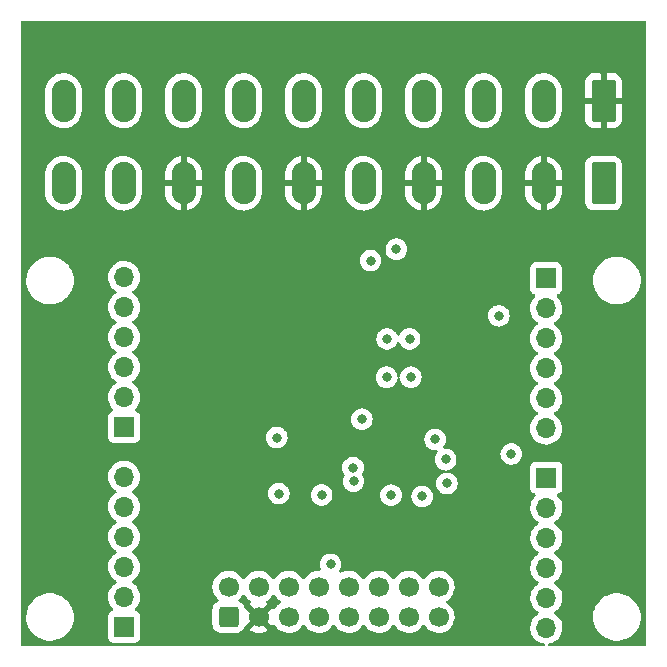
<source format=gbr>
%TF.GenerationSoftware,KiCad,Pcbnew,6.0.11+dfsg-1~bpo11+1*%
%TF.CreationDate,2023-07-05T16:37:14+02:00*%
%TF.ProjectId,aout4rib21,616f7574-3472-4696-9232-312e6b696361,1.1*%
%TF.SameCoordinates,Original*%
%TF.FileFunction,Copper,L2,Inr*%
%TF.FilePolarity,Positive*%
%FSLAX46Y46*%
G04 Gerber Fmt 4.6, Leading zero omitted, Abs format (unit mm)*
G04 Created by KiCad (PCBNEW 6.0.11+dfsg-1~bpo11+1) date 2023-07-05 16:37:14*
%MOMM*%
%LPD*%
G01*
G04 APERTURE LIST*
G04 Aperture macros list*
%AMRoundRect*
0 Rectangle with rounded corners*
0 $1 Rounding radius*
0 $2 $3 $4 $5 $6 $7 $8 $9 X,Y pos of 4 corners*
0 Add a 4 corners polygon primitive as box body*
4,1,4,$2,$3,$4,$5,$6,$7,$8,$9,$2,$3,0*
0 Add four circle primitives for the rounded corners*
1,1,$1+$1,$2,$3*
1,1,$1+$1,$4,$5*
1,1,$1+$1,$6,$7*
1,1,$1+$1,$8,$9*
0 Add four rect primitives between the rounded corners*
20,1,$1+$1,$2,$3,$4,$5,0*
20,1,$1+$1,$4,$5,$6,$7,0*
20,1,$1+$1,$6,$7,$8,$9,0*
20,1,$1+$1,$8,$9,$2,$3,0*%
G04 Aperture macros list end*
%TA.AperFunction,ComponentPad*%
%ADD10RoundRect,0.249999X0.790001X1.550001X-0.790001X1.550001X-0.790001X-1.550001X0.790001X-1.550001X0*%
%TD*%
%TA.AperFunction,ComponentPad*%
%ADD11O,2.080000X3.600000*%
%TD*%
%TA.AperFunction,ComponentPad*%
%ADD12R,1.700000X1.700000*%
%TD*%
%TA.AperFunction,ComponentPad*%
%ADD13O,1.700000X1.700000*%
%TD*%
%TA.AperFunction,ComponentPad*%
%ADD14RoundRect,0.250000X0.600000X-0.600000X0.600000X0.600000X-0.600000X0.600000X-0.600000X-0.600000X0*%
%TD*%
%TA.AperFunction,ComponentPad*%
%ADD15C,1.700000*%
%TD*%
%TA.AperFunction,ViaPad*%
%ADD16C,0.800000*%
%TD*%
G04 APERTURE END LIST*
D10*
%TO.N,+VSW*%
%TO.C,J3*%
X168360000Y-80277500D03*
D11*
%TO.N,Earth*%
X163280000Y-80277500D03*
%TO.N,+VSW*%
X158200000Y-80277500D03*
%TO.N,Earth*%
X153120000Y-80277500D03*
%TO.N,+VSW*%
X148040000Y-80277500D03*
%TO.N,Earth*%
X142960000Y-80277500D03*
%TO.N,+VSW*%
X137880000Y-80277500D03*
%TO.N,Earth*%
X132800000Y-80277500D03*
%TO.N,+VSW*%
X127720000Y-80277500D03*
%TO.N,GNDD*%
X122640000Y-80277500D03*
%TD*%
D12*
%TO.N,GNDD*%
%TO.C,J6*%
X127775000Y-117825000D03*
D13*
%TO.N,+5V*%
X127775000Y-115285000D03*
%TO.N,/SDA1*%
X127775000Y-112745000D03*
%TO.N,/SCL1*%
X127775000Y-110205000D03*
%TO.N,GNDD*%
X127775000Y-107665000D03*
%TO.N,/VOM3*%
X127775000Y-105125000D03*
%TD*%
D10*
%TO.N,Earth*%
%TO.C,J2*%
X168360000Y-73277500D03*
D11*
%TO.N,GNDD*%
X163280000Y-73277500D03*
%TO.N,/VO4*%
X158200000Y-73277500D03*
%TO.N,GNDD*%
X153120000Y-73277500D03*
%TO.N,/VO3*%
X148040000Y-73277500D03*
%TO.N,GNDD*%
X142960000Y-73277500D03*
%TO.N,/VO2*%
X137880000Y-73277500D03*
%TO.N,GNDD*%
X132800000Y-73277500D03*
%TO.N,/VO1*%
X127720000Y-73277500D03*
%TO.N,+VSW*%
X122640000Y-73277500D03*
%TD*%
D12*
%TO.N,GNDD*%
%TO.C,J5*%
X163500000Y-88340000D03*
D13*
%TO.N,+5V*%
X163500000Y-90880000D03*
%TO.N,/SDA0*%
X163500000Y-93420000D03*
%TO.N,/SCL0*%
X163500000Y-95960000D03*
%TO.N,GNDD*%
X163500000Y-98500000D03*
%TO.N,/VOM2*%
X163500000Y-101040000D03*
%TD*%
D12*
%TO.N,GNDD*%
%TO.C,J7*%
X163525000Y-105200000D03*
D13*
%TO.N,+5V*%
X163525000Y-107740000D03*
%TO.N,/SDA1*%
X163525000Y-110280000D03*
%TO.N,/SCL1*%
X163525000Y-112820000D03*
%TO.N,GNDD*%
X163525000Y-115360000D03*
%TO.N,/VOM4*%
X163525000Y-117900000D03*
%TD*%
D12*
%TO.N,GNDD*%
%TO.C,J4*%
X127775000Y-100925000D03*
D13*
%TO.N,+5V*%
X127775000Y-98385000D03*
%TO.N,/SDA0*%
X127775000Y-95845000D03*
%TO.N,/SCL0*%
X127775000Y-93305000D03*
%TO.N,GNDD*%
X127775000Y-90765000D03*
%TO.N,/VOM1*%
X127775000Y-88225000D03*
%TD*%
D14*
%TO.N,+VSW*%
%TO.C,J1*%
X136610000Y-116992500D03*
D15*
X136610000Y-114452500D03*
%TO.N,Earth*%
X139150000Y-116992500D03*
%TO.N,GNDD*%
X139150000Y-114452500D03*
%TO.N,+12V*%
X141690000Y-116992500D03*
%TO.N,-12V*%
X141690000Y-114452500D03*
%TO.N,+5V*%
X144230000Y-116992500D03*
%TO.N,unconnected-(J1-Pad8)*%
X144230000Y-114452500D03*
%TO.N,unconnected-(J1-Pad9)*%
X146770000Y-116992500D03*
%TO.N,unconnected-(J1-Pad10)*%
X146770000Y-114452500D03*
%TO.N,unconnected-(J1-Pad11)*%
X149310000Y-116992500D03*
%TO.N,/SDA1*%
X149310000Y-114452500D03*
%TO.N,/SCL1*%
X151850000Y-116992500D03*
%TO.N,/SDA0*%
X151850000Y-114452500D03*
%TO.N,/SCL0*%
X154390000Y-116992500D03*
%TO.N,GNDD*%
X154390000Y-114452500D03*
%TD*%
D16*
%TO.N,+12V*%
X148640000Y-86830000D03*
%TO.N,GNDD*%
X140870500Y-106550000D03*
X150370000Y-106680000D03*
X159500000Y-91500000D03*
X154100000Y-101960000D03*
X140700000Y-101810000D03*
X145250000Y-112550000D03*
%TO.N,-12V*%
X150820000Y-85860000D03*
%TO.N,/SCL0*%
X155100000Y-105700000D03*
X160550000Y-103200000D03*
X147200000Y-105500000D03*
%TO.N,/SDA0*%
X155000000Y-103650000D03*
X147150000Y-104350000D03*
%TO.N,/VOM1*%
X147900000Y-100250000D03*
X150035500Y-93450000D03*
%TO.N,/VOM2*%
X150000000Y-96700000D03*
%TO.N,/VOM3*%
X152050000Y-96700000D03*
X144500000Y-106670000D03*
%TO.N,/VOM4*%
X151950000Y-93450000D03*
X153000000Y-106800000D03*
%TD*%
%TA.AperFunction,Conductor*%
%TO.N,Earth*%
G36*
X171933621Y-66528502D02*
G01*
X171980114Y-66582158D01*
X171991500Y-66634500D01*
X171991500Y-119365500D01*
X171971498Y-119433621D01*
X171917842Y-119480114D01*
X171865500Y-119491500D01*
X163768588Y-119491500D01*
X163700467Y-119471498D01*
X163653974Y-119417842D01*
X163643870Y-119347568D01*
X163673364Y-119282988D01*
X163733090Y-119244604D01*
X163752578Y-119240521D01*
X163803288Y-119234025D01*
X163803289Y-119234025D01*
X163808416Y-119233368D01*
X163813366Y-119231883D01*
X164017429Y-119170661D01*
X164017434Y-119170659D01*
X164022384Y-119169174D01*
X164222994Y-119070896D01*
X164404860Y-118941173D01*
X164563096Y-118783489D01*
X164568478Y-118776000D01*
X164690435Y-118606277D01*
X164693453Y-118602077D01*
X164768680Y-118449867D01*
X164790136Y-118406453D01*
X164790137Y-118406451D01*
X164792430Y-118401811D01*
X164857370Y-118188069D01*
X164886529Y-117966590D01*
X164887602Y-117922676D01*
X164888074Y-117903365D01*
X164888074Y-117903361D01*
X164888156Y-117900000D01*
X164869852Y-117677361D01*
X164815431Y-117460702D01*
X164726354Y-117255840D01*
X164605014Y-117068277D01*
X164523704Y-116978918D01*
X167486917Y-116978918D01*
X167487334Y-116986156D01*
X167502682Y-117252320D01*
X167555405Y-117521053D01*
X167556792Y-117525103D01*
X167556793Y-117525108D01*
X167633902Y-117750323D01*
X167644112Y-117780144D01*
X167673238Y-117838054D01*
X167742837Y-117976437D01*
X167767160Y-118024799D01*
X167769586Y-118028328D01*
X167769589Y-118028334D01*
X167919843Y-118246953D01*
X167922274Y-118250490D01*
X167925161Y-118253663D01*
X167925162Y-118253664D01*
X168055457Y-118396857D01*
X168106582Y-118453043D01*
X168316675Y-118628707D01*
X168320316Y-118630991D01*
X168545024Y-118771951D01*
X168545028Y-118771953D01*
X168548664Y-118774234D01*
X168616544Y-118804883D01*
X168794345Y-118885164D01*
X168794349Y-118885166D01*
X168798257Y-118886930D01*
X168802377Y-118888150D01*
X168802376Y-118888150D01*
X169056723Y-118963491D01*
X169056727Y-118963492D01*
X169060836Y-118964709D01*
X169065070Y-118965357D01*
X169065075Y-118965358D01*
X169327298Y-119005483D01*
X169327300Y-119005483D01*
X169331540Y-119006132D01*
X169470912Y-119008322D01*
X169601071Y-119010367D01*
X169601077Y-119010367D01*
X169605362Y-119010434D01*
X169877235Y-118977534D01*
X170142127Y-118908041D01*
X170146087Y-118906401D01*
X170146092Y-118906399D01*
X170268631Y-118855641D01*
X170395136Y-118803241D01*
X170631582Y-118665073D01*
X170847089Y-118496094D01*
X170888809Y-118453043D01*
X170992291Y-118346257D01*
X171037669Y-118299431D01*
X171040202Y-118295983D01*
X171040206Y-118295978D01*
X171197257Y-118082178D01*
X171199795Y-118078723D01*
X171203434Y-118072021D01*
X171328418Y-117841830D01*
X171328419Y-117841828D01*
X171330468Y-117838054D01*
X171393085Y-117672342D01*
X171425751Y-117585895D01*
X171425752Y-117585891D01*
X171427269Y-117581877D01*
X171461069Y-117434297D01*
X171487449Y-117319117D01*
X171487450Y-117319113D01*
X171488407Y-117314933D01*
X171495865Y-117231375D01*
X171512531Y-117044627D01*
X171512531Y-117044625D01*
X171512751Y-117042161D01*
X171513193Y-117000000D01*
X171508440Y-116930283D01*
X171494859Y-116731055D01*
X171494858Y-116731049D01*
X171494567Y-116726778D01*
X171439032Y-116458612D01*
X171347617Y-116200465D01*
X171232212Y-115976873D01*
X171223978Y-115960919D01*
X171223978Y-115960918D01*
X171222013Y-115957112D01*
X171212040Y-115942921D01*
X171115857Y-115806067D01*
X171064545Y-115733057D01*
X170982693Y-115644974D01*
X170881046Y-115535588D01*
X170881043Y-115535585D01*
X170878125Y-115532445D01*
X170874810Y-115529731D01*
X170874806Y-115529728D01*
X170669523Y-115361706D01*
X170666205Y-115358990D01*
X170432704Y-115215901D01*
X170428768Y-115214173D01*
X170185873Y-115107549D01*
X170185869Y-115107548D01*
X170181945Y-115105825D01*
X169918566Y-115030800D01*
X169914324Y-115030196D01*
X169914318Y-115030195D01*
X169713834Y-115001662D01*
X169647443Y-114992213D01*
X169503589Y-114991460D01*
X169377877Y-114990802D01*
X169377871Y-114990802D01*
X169373591Y-114990780D01*
X169369347Y-114991339D01*
X169369343Y-114991339D01*
X169250302Y-115007011D01*
X169102078Y-115026525D01*
X169097938Y-115027658D01*
X169097936Y-115027658D01*
X169025008Y-115047609D01*
X168837928Y-115098788D01*
X168833980Y-115100472D01*
X168589982Y-115204546D01*
X168589978Y-115204548D01*
X168586030Y-115206232D01*
X168500220Y-115257588D01*
X168354725Y-115344664D01*
X168354721Y-115344667D01*
X168351043Y-115346868D01*
X168137318Y-115518094D01*
X168045819Y-115614514D01*
X167960138Y-115704803D01*
X167948808Y-115716742D01*
X167789002Y-115939136D01*
X167660857Y-116181161D01*
X167659385Y-116185184D01*
X167659383Y-116185188D01*
X167597939Y-116353090D01*
X167566743Y-116438337D01*
X167508404Y-116705907D01*
X167486917Y-116978918D01*
X164523704Y-116978918D01*
X164454670Y-116903051D01*
X164450619Y-116899852D01*
X164450615Y-116899848D01*
X164283414Y-116767800D01*
X164283410Y-116767798D01*
X164279359Y-116764598D01*
X164238053Y-116741796D01*
X164188084Y-116691364D01*
X164173312Y-116621921D01*
X164198428Y-116555516D01*
X164225780Y-116528909D01*
X164294404Y-116479960D01*
X164404860Y-116401173D01*
X164435384Y-116370756D01*
X164514297Y-116292118D01*
X164563096Y-116243489D01*
X164568238Y-116236334D01*
X164690435Y-116066277D01*
X164693453Y-116062077D01*
X164719921Y-116008524D01*
X164790136Y-115866453D01*
X164790137Y-115866451D01*
X164792430Y-115861811D01*
X164835448Y-115720222D01*
X164855865Y-115653023D01*
X164855865Y-115653021D01*
X164857370Y-115648069D01*
X164886529Y-115426590D01*
X164888156Y-115360000D01*
X164869852Y-115137361D01*
X164815431Y-114920702D01*
X164726354Y-114715840D01*
X164677834Y-114640840D01*
X164607822Y-114532617D01*
X164607820Y-114532614D01*
X164605014Y-114528277D01*
X164454670Y-114363051D01*
X164450619Y-114359852D01*
X164450615Y-114359848D01*
X164283414Y-114227800D01*
X164283410Y-114227798D01*
X164279359Y-114224598D01*
X164238053Y-114201796D01*
X164188084Y-114151364D01*
X164173312Y-114081921D01*
X164198428Y-114015516D01*
X164225780Y-113988909D01*
X164271757Y-113956114D01*
X164404860Y-113861173D01*
X164563096Y-113703489D01*
X164620005Y-113624292D01*
X164690435Y-113526277D01*
X164693453Y-113522077D01*
X164709641Y-113489324D01*
X164790136Y-113326453D01*
X164790137Y-113326451D01*
X164792430Y-113321811D01*
X164831186Y-113194250D01*
X164855865Y-113113023D01*
X164855865Y-113113021D01*
X164857370Y-113108069D01*
X164886529Y-112886590D01*
X164888156Y-112820000D01*
X164869852Y-112597361D01*
X164815431Y-112380702D01*
X164726354Y-112175840D01*
X164677834Y-112100840D01*
X164607822Y-111992617D01*
X164607820Y-111992614D01*
X164605014Y-111988277D01*
X164454670Y-111823051D01*
X164450619Y-111819852D01*
X164450615Y-111819848D01*
X164283414Y-111687800D01*
X164283410Y-111687798D01*
X164279359Y-111684598D01*
X164238053Y-111661796D01*
X164188084Y-111611364D01*
X164173312Y-111541921D01*
X164198428Y-111475516D01*
X164225780Y-111448909D01*
X164271757Y-111416114D01*
X164404860Y-111321173D01*
X164563096Y-111163489D01*
X164620005Y-111084292D01*
X164690435Y-110986277D01*
X164693453Y-110982077D01*
X164728445Y-110911277D01*
X164790136Y-110786453D01*
X164790137Y-110786451D01*
X164792430Y-110781811D01*
X164824900Y-110674940D01*
X164855865Y-110573023D01*
X164855865Y-110573021D01*
X164857370Y-110568069D01*
X164886529Y-110346590D01*
X164888156Y-110280000D01*
X164869852Y-110057361D01*
X164815431Y-109840702D01*
X164726354Y-109635840D01*
X164677834Y-109560840D01*
X164607822Y-109452617D01*
X164607820Y-109452614D01*
X164605014Y-109448277D01*
X164454670Y-109283051D01*
X164450619Y-109279852D01*
X164450615Y-109279848D01*
X164283414Y-109147800D01*
X164283410Y-109147798D01*
X164279359Y-109144598D01*
X164238053Y-109121796D01*
X164188084Y-109071364D01*
X164173312Y-109001921D01*
X164198428Y-108935516D01*
X164225780Y-108908909D01*
X164271757Y-108876114D01*
X164404860Y-108781173D01*
X164563096Y-108623489D01*
X164620005Y-108544292D01*
X164690435Y-108446277D01*
X164693453Y-108442077D01*
X164728445Y-108371277D01*
X164790136Y-108246453D01*
X164790137Y-108246451D01*
X164792430Y-108241811D01*
X164824900Y-108134940D01*
X164855865Y-108033023D01*
X164855865Y-108033021D01*
X164857370Y-108028069D01*
X164886529Y-107806590D01*
X164888156Y-107740000D01*
X164869852Y-107517361D01*
X164815431Y-107300702D01*
X164726354Y-107095840D01*
X164677834Y-107020840D01*
X164607822Y-106912617D01*
X164607820Y-106912614D01*
X164605014Y-106908277D01*
X164601532Y-106904450D01*
X164457798Y-106746488D01*
X164426746Y-106682642D01*
X164435141Y-106612143D01*
X164480317Y-106557375D01*
X164506761Y-106543706D01*
X164613297Y-106503767D01*
X164621705Y-106500615D01*
X164738261Y-106413261D01*
X164825615Y-106296705D01*
X164876745Y-106160316D01*
X164883500Y-106098134D01*
X164883500Y-104301866D01*
X164876745Y-104239684D01*
X164825615Y-104103295D01*
X164738261Y-103986739D01*
X164621705Y-103899385D01*
X164485316Y-103848255D01*
X164423134Y-103841500D01*
X162626866Y-103841500D01*
X162564684Y-103848255D01*
X162428295Y-103899385D01*
X162311739Y-103986739D01*
X162224385Y-104103295D01*
X162173255Y-104239684D01*
X162166500Y-104301866D01*
X162166500Y-106098134D01*
X162173255Y-106160316D01*
X162224385Y-106296705D01*
X162311739Y-106413261D01*
X162428295Y-106500615D01*
X162436704Y-106503767D01*
X162436705Y-106503768D01*
X162545451Y-106544535D01*
X162602216Y-106587176D01*
X162626916Y-106653738D01*
X162611709Y-106723087D01*
X162592316Y-106749568D01*
X162465629Y-106882138D01*
X162462715Y-106886410D01*
X162462714Y-106886411D01*
X162387817Y-106996206D01*
X162339743Y-107066680D01*
X162324003Y-107100590D01*
X162262657Y-107232749D01*
X162245688Y-107269305D01*
X162185989Y-107484570D01*
X162162251Y-107706695D01*
X162162548Y-107711848D01*
X162162548Y-107711851D01*
X162168011Y-107806590D01*
X162175110Y-107929715D01*
X162176247Y-107934761D01*
X162176248Y-107934767D01*
X162196119Y-108022939D01*
X162224222Y-108147639D01*
X162308266Y-108354616D01*
X162424987Y-108545088D01*
X162571250Y-108713938D01*
X162743126Y-108856632D01*
X162749773Y-108860516D01*
X162816445Y-108899476D01*
X162865169Y-108951114D01*
X162878240Y-109020897D01*
X162851509Y-109086669D01*
X162811055Y-109120027D01*
X162798607Y-109126507D01*
X162794474Y-109129610D01*
X162794471Y-109129612D01*
X162624100Y-109257530D01*
X162619965Y-109260635D01*
X162465629Y-109422138D01*
X162462715Y-109426410D01*
X162462714Y-109426411D01*
X162387702Y-109536375D01*
X162339743Y-109606680D01*
X162245688Y-109809305D01*
X162185989Y-110024570D01*
X162162251Y-110246695D01*
X162162548Y-110251848D01*
X162162548Y-110251851D01*
X162168011Y-110346590D01*
X162175110Y-110469715D01*
X162176247Y-110474761D01*
X162176248Y-110474767D01*
X162196119Y-110562939D01*
X162224222Y-110687639D01*
X162308266Y-110894616D01*
X162424987Y-111085088D01*
X162571250Y-111253938D01*
X162743126Y-111396632D01*
X162749773Y-111400516D01*
X162816445Y-111439476D01*
X162865169Y-111491114D01*
X162878240Y-111560897D01*
X162851509Y-111626669D01*
X162811055Y-111660027D01*
X162798607Y-111666507D01*
X162794474Y-111669610D01*
X162794471Y-111669612D01*
X162624100Y-111797530D01*
X162619965Y-111800635D01*
X162465629Y-111962138D01*
X162462715Y-111966410D01*
X162462714Y-111966411D01*
X162387702Y-112076375D01*
X162339743Y-112146680D01*
X162245688Y-112349305D01*
X162185989Y-112564570D01*
X162162251Y-112786695D01*
X162162548Y-112791848D01*
X162162548Y-112791851D01*
X162169788Y-112917414D01*
X162175110Y-113009715D01*
X162176247Y-113014761D01*
X162176248Y-113014767D01*
X162193179Y-113089891D01*
X162224222Y-113227639D01*
X162262461Y-113321811D01*
X162302399Y-113420166D01*
X162308266Y-113434616D01*
X162424987Y-113625088D01*
X162571250Y-113793938D01*
X162743126Y-113936632D01*
X162749773Y-113940516D01*
X162816445Y-113979476D01*
X162865169Y-114031114D01*
X162878240Y-114100897D01*
X162851509Y-114166669D01*
X162811055Y-114200027D01*
X162798607Y-114206507D01*
X162794474Y-114209610D01*
X162794471Y-114209612D01*
X162624100Y-114337530D01*
X162619965Y-114340635D01*
X162616393Y-114344373D01*
X162509849Y-114455865D01*
X162465629Y-114502138D01*
X162462715Y-114506410D01*
X162462714Y-114506411D01*
X162387702Y-114616375D01*
X162339743Y-114686680D01*
X162245688Y-114889305D01*
X162185989Y-115104570D01*
X162162251Y-115326695D01*
X162162548Y-115331848D01*
X162162548Y-115331851D01*
X162173080Y-115514515D01*
X162175110Y-115549715D01*
X162176247Y-115554761D01*
X162176248Y-115554767D01*
X162189141Y-115611976D01*
X162224222Y-115767639D01*
X162285339Y-115918152D01*
X162292447Y-115935657D01*
X162308266Y-115974616D01*
X162424987Y-116165088D01*
X162571250Y-116333938D01*
X162743126Y-116476632D01*
X162750793Y-116481112D01*
X162816445Y-116519476D01*
X162865169Y-116571114D01*
X162878240Y-116640897D01*
X162851509Y-116706669D01*
X162811055Y-116740027D01*
X162798607Y-116746507D01*
X162794474Y-116749610D01*
X162794471Y-116749612D01*
X162624100Y-116877530D01*
X162619965Y-116880635D01*
X162616393Y-116884373D01*
X162479442Y-117027684D01*
X162465629Y-117042138D01*
X162339743Y-117226680D01*
X162296835Y-117319117D01*
X162275540Y-117364995D01*
X162245688Y-117429305D01*
X162185989Y-117644570D01*
X162162251Y-117866695D01*
X162162548Y-117871848D01*
X162162548Y-117871851D01*
X162174030Y-118070983D01*
X162175110Y-118089715D01*
X162176247Y-118094761D01*
X162176248Y-118094767D01*
X162190942Y-118159965D01*
X162224222Y-118307639D01*
X162262461Y-118401811D01*
X162301822Y-118498745D01*
X162308266Y-118514616D01*
X162310965Y-118519020D01*
X162398843Y-118662424D01*
X162424987Y-118705088D01*
X162571250Y-118873938D01*
X162743126Y-119016632D01*
X162936000Y-119129338D01*
X163144692Y-119209030D01*
X163149760Y-119210061D01*
X163149763Y-119210062D01*
X163306891Y-119242030D01*
X163369656Y-119275211D01*
X163404518Y-119337059D01*
X163400409Y-119407937D01*
X163358632Y-119465341D01*
X163292453Y-119491046D01*
X163281770Y-119491500D01*
X119134500Y-119491500D01*
X119066379Y-119471498D01*
X119019886Y-119417842D01*
X119008500Y-119365500D01*
X119008500Y-116978918D01*
X119486917Y-116978918D01*
X119487334Y-116986156D01*
X119502682Y-117252320D01*
X119555405Y-117521053D01*
X119556792Y-117525103D01*
X119556793Y-117525108D01*
X119633902Y-117750323D01*
X119644112Y-117780144D01*
X119673238Y-117838054D01*
X119742837Y-117976437D01*
X119767160Y-118024799D01*
X119769586Y-118028328D01*
X119769589Y-118028334D01*
X119919843Y-118246953D01*
X119922274Y-118250490D01*
X119925161Y-118253663D01*
X119925162Y-118253664D01*
X120055457Y-118396857D01*
X120106582Y-118453043D01*
X120316675Y-118628707D01*
X120320316Y-118630991D01*
X120545024Y-118771951D01*
X120545028Y-118771953D01*
X120548664Y-118774234D01*
X120616544Y-118804883D01*
X120794345Y-118885164D01*
X120794349Y-118885166D01*
X120798257Y-118886930D01*
X120802377Y-118888150D01*
X120802376Y-118888150D01*
X121056723Y-118963491D01*
X121056727Y-118963492D01*
X121060836Y-118964709D01*
X121065070Y-118965357D01*
X121065075Y-118965358D01*
X121327298Y-119005483D01*
X121327300Y-119005483D01*
X121331540Y-119006132D01*
X121470912Y-119008322D01*
X121601071Y-119010367D01*
X121601077Y-119010367D01*
X121605362Y-119010434D01*
X121877235Y-118977534D01*
X122142127Y-118908041D01*
X122146087Y-118906401D01*
X122146092Y-118906399D01*
X122268631Y-118855641D01*
X122395136Y-118803241D01*
X122631582Y-118665073D01*
X122847089Y-118496094D01*
X122888809Y-118453043D01*
X122992291Y-118346257D01*
X123037669Y-118299431D01*
X123040202Y-118295983D01*
X123040206Y-118295978D01*
X123197257Y-118082178D01*
X123199795Y-118078723D01*
X123203434Y-118072021D01*
X123328418Y-117841830D01*
X123328419Y-117841828D01*
X123330468Y-117838054D01*
X123393085Y-117672342D01*
X123425751Y-117585895D01*
X123425752Y-117585891D01*
X123427269Y-117581877D01*
X123461069Y-117434297D01*
X123487449Y-117319117D01*
X123487450Y-117319113D01*
X123488407Y-117314933D01*
X123495865Y-117231375D01*
X123512531Y-117044627D01*
X123512531Y-117044625D01*
X123512751Y-117042161D01*
X123513193Y-117000000D01*
X123508440Y-116930283D01*
X123494859Y-116731055D01*
X123494858Y-116731049D01*
X123494567Y-116726778D01*
X123439032Y-116458612D01*
X123347617Y-116200465D01*
X123232212Y-115976873D01*
X123223978Y-115960919D01*
X123223978Y-115960918D01*
X123222013Y-115957112D01*
X123212040Y-115942921D01*
X123115857Y-115806067D01*
X123064545Y-115733057D01*
X122982693Y-115644974D01*
X122881046Y-115535588D01*
X122881043Y-115535585D01*
X122878125Y-115532445D01*
X122874810Y-115529731D01*
X122874806Y-115529728D01*
X122669523Y-115361706D01*
X122666205Y-115358990D01*
X122491115Y-115251695D01*
X126412251Y-115251695D01*
X126412548Y-115256848D01*
X126412548Y-115256851D01*
X126417893Y-115349550D01*
X126425110Y-115474715D01*
X126426247Y-115479761D01*
X126426248Y-115479767D01*
X126442012Y-115549715D01*
X126474222Y-115692639D01*
X126511396Y-115784187D01*
X126550812Y-115881258D01*
X126558266Y-115899616D01*
X126595832Y-115960919D01*
X126660396Y-116066277D01*
X126674987Y-116090088D01*
X126821250Y-116258938D01*
X126825230Y-116262242D01*
X126829981Y-116266187D01*
X126869616Y-116325090D01*
X126871113Y-116396071D01*
X126833997Y-116456593D01*
X126793725Y-116481112D01*
X126697751Y-116517091D01*
X126678295Y-116524385D01*
X126561739Y-116611739D01*
X126474385Y-116728295D01*
X126423255Y-116864684D01*
X126416500Y-116926866D01*
X126416500Y-118723134D01*
X126423255Y-118785316D01*
X126474385Y-118921705D01*
X126561739Y-119038261D01*
X126678295Y-119125615D01*
X126814684Y-119176745D01*
X126876866Y-119183500D01*
X128673134Y-119183500D01*
X128735316Y-119176745D01*
X128871705Y-119125615D01*
X128988261Y-119038261D01*
X129075615Y-118921705D01*
X129126745Y-118785316D01*
X129133500Y-118723134D01*
X129133500Y-116926866D01*
X129126745Y-116864684D01*
X129075615Y-116728295D01*
X128988261Y-116611739D01*
X128871705Y-116524385D01*
X128858610Y-116519476D01*
X128753203Y-116479960D01*
X128696439Y-116437318D01*
X128671739Y-116370756D01*
X128686947Y-116301408D01*
X128708493Y-116272727D01*
X128742045Y-116239292D01*
X128813096Y-116168489D01*
X128872390Y-116085973D01*
X128940435Y-115991277D01*
X128943453Y-115987077D01*
X128951978Y-115969829D01*
X129040136Y-115791453D01*
X129040137Y-115791451D01*
X129042430Y-115786811D01*
X129088310Y-115635803D01*
X129105865Y-115578023D01*
X129105865Y-115578021D01*
X129107370Y-115573069D01*
X129136529Y-115351590D01*
X129136611Y-115348240D01*
X129138074Y-115288365D01*
X129138074Y-115288361D01*
X129138156Y-115285000D01*
X129119852Y-115062361D01*
X129065431Y-114845702D01*
X128976354Y-114640840D01*
X128903534Y-114528277D01*
X128857822Y-114457617D01*
X128857820Y-114457614D01*
X128855014Y-114453277D01*
X128824002Y-114419195D01*
X135247251Y-114419195D01*
X135247548Y-114424348D01*
X135247548Y-114424351D01*
X135253791Y-114532617D01*
X135260110Y-114642215D01*
X135261247Y-114647261D01*
X135261248Y-114647267D01*
X135271189Y-114691375D01*
X135309222Y-114860139D01*
X135393266Y-115067116D01*
X135433236Y-115132342D01*
X135507291Y-115253188D01*
X135509987Y-115257588D01*
X135656250Y-115426438D01*
X135660430Y-115429908D01*
X135726344Y-115484631D01*
X135765979Y-115543533D01*
X135767477Y-115614514D01*
X135730363Y-115675037D01*
X135699312Y-115695675D01*
X135692996Y-115698634D01*
X135686054Y-115700950D01*
X135535652Y-115794022D01*
X135410695Y-115919197D01*
X135406855Y-115925427D01*
X135406854Y-115925428D01*
X135325482Y-116057438D01*
X135317885Y-116069762D01*
X135262203Y-116237639D01*
X135251500Y-116342100D01*
X135251500Y-117642900D01*
X135251837Y-117646146D01*
X135251837Y-117646150D01*
X135259294Y-117718016D01*
X135262474Y-117748666D01*
X135264655Y-117755202D01*
X135264655Y-117755204D01*
X135308728Y-117887306D01*
X135318450Y-117916446D01*
X135411522Y-118066848D01*
X135536697Y-118191805D01*
X135542927Y-118195645D01*
X135542928Y-118195646D01*
X135680090Y-118280194D01*
X135687262Y-118284615D01*
X135756678Y-118307639D01*
X135848611Y-118338132D01*
X135848613Y-118338132D01*
X135855139Y-118340297D01*
X135861975Y-118340997D01*
X135861978Y-118340998D01*
X135896531Y-118344538D01*
X135959600Y-118351000D01*
X137260400Y-118351000D01*
X137263646Y-118350663D01*
X137263650Y-118350663D01*
X137359308Y-118340738D01*
X137359312Y-118340737D01*
X137366166Y-118340026D01*
X137372702Y-118337845D01*
X137372704Y-118337845D01*
X137504806Y-118293772D01*
X137533946Y-118284050D01*
X137684348Y-118190978D01*
X137757845Y-118117353D01*
X138389977Y-118117353D01*
X138395258Y-118124407D01*
X138556756Y-118218779D01*
X138566042Y-118223229D01*
X138765001Y-118299203D01*
X138774899Y-118302079D01*
X138983595Y-118344538D01*
X138993823Y-118345757D01*
X139206650Y-118353562D01*
X139216936Y-118353095D01*
X139428185Y-118326034D01*
X139438262Y-118323892D01*
X139642255Y-118262691D01*
X139651842Y-118258933D01*
X139843098Y-118165238D01*
X139851944Y-118159965D01*
X139899247Y-118126223D01*
X139907648Y-118115523D01*
X139900660Y-118102370D01*
X139162812Y-117364522D01*
X139148868Y-117356908D01*
X139147035Y-117357039D01*
X139140420Y-117361290D01*
X138396737Y-118104973D01*
X138389977Y-118117353D01*
X137757845Y-118117353D01*
X137809305Y-118065803D01*
X137832401Y-118028334D01*
X137898275Y-117921468D01*
X137898276Y-117921466D01*
X137902115Y-117915238D01*
X137926913Y-117840475D01*
X137967342Y-117782116D01*
X137996630Y-117764434D01*
X138035694Y-117747596D01*
X138777978Y-117005312D01*
X138785592Y-116991368D01*
X138785461Y-116989535D01*
X138781210Y-116982920D01*
X138039849Y-116241559D01*
X137999510Y-116219531D01*
X137986523Y-116216706D01*
X137936322Y-116166503D01*
X137927388Y-116145997D01*
X137903870Y-116075507D01*
X137903869Y-116075505D01*
X137901550Y-116068554D01*
X137808478Y-115918152D01*
X137683303Y-115793195D01*
X137671417Y-115785868D01*
X137611830Y-115749138D01*
X137532738Y-115700385D01*
X137525785Y-115698079D01*
X137524904Y-115697668D01*
X137471618Y-115650752D01*
X137452156Y-115582475D01*
X137472696Y-115514515D01*
X137490529Y-115494344D01*
X137489860Y-115493673D01*
X137557330Y-115426438D01*
X137648096Y-115335989D01*
X137654775Y-115326695D01*
X137778453Y-115154577D01*
X137779776Y-115155528D01*
X137826645Y-115112357D01*
X137896580Y-115100125D01*
X137962026Y-115127644D01*
X137989875Y-115159494D01*
X138049987Y-115257588D01*
X138196250Y-115426438D01*
X138368126Y-115569132D01*
X138390960Y-115582475D01*
X138441955Y-115612274D01*
X138490679Y-115663912D01*
X138503750Y-115733695D01*
X138477019Y-115799467D01*
X138436562Y-115832827D01*
X138428460Y-115837044D01*
X138419734Y-115842539D01*
X138399677Y-115857599D01*
X138391223Y-115868927D01*
X138397968Y-115881258D01*
X139137188Y-116620478D01*
X139151132Y-116628092D01*
X139152965Y-116627961D01*
X139159580Y-116623710D01*
X139903389Y-115879901D01*
X139910410Y-115867044D01*
X139903611Y-115857713D01*
X139899559Y-115855021D01*
X139862602Y-115834620D01*
X139812631Y-115784187D01*
X139797859Y-115714745D01*
X139822975Y-115648339D01*
X139850327Y-115621732D01*
X139918550Y-115573069D01*
X140029860Y-115493673D01*
X140048885Y-115474715D01*
X140172440Y-115351590D01*
X140188096Y-115335989D01*
X140194775Y-115326695D01*
X140318453Y-115154577D01*
X140319776Y-115155528D01*
X140366645Y-115112357D01*
X140436580Y-115100125D01*
X140502026Y-115127644D01*
X140529875Y-115159494D01*
X140589987Y-115257588D01*
X140736250Y-115426438D01*
X140908126Y-115569132D01*
X140930960Y-115582475D01*
X140981445Y-115611976D01*
X141030169Y-115663614D01*
X141043240Y-115733397D01*
X141016509Y-115799169D01*
X140976055Y-115832527D01*
X140963607Y-115839007D01*
X140959474Y-115842110D01*
X140959471Y-115842112D01*
X140801235Y-115960919D01*
X140784965Y-115973135D01*
X140734387Y-116026062D01*
X140698580Y-116063532D01*
X140630629Y-116134638D01*
X140627720Y-116138903D01*
X140627714Y-116138911D01*
X140601043Y-116178009D01*
X140523204Y-116292118D01*
X140522898Y-116292566D01*
X140467987Y-116337569D01*
X140397462Y-116345740D01*
X140333715Y-116314486D01*
X140313017Y-116290001D01*
X140283062Y-116243697D01*
X140272377Y-116234495D01*
X140262812Y-116238898D01*
X139522022Y-116979688D01*
X139514408Y-116993632D01*
X139514539Y-116995465D01*
X139518790Y-117002080D01*
X140260474Y-117743764D01*
X140272484Y-117750323D01*
X140284223Y-117741355D01*
X140318022Y-117694319D01*
X140319277Y-117695221D01*
X140366391Y-117651855D01*
X140436330Y-117639648D01*
X140501767Y-117667191D01*
X140529580Y-117699013D01*
X140587287Y-117793183D01*
X140587291Y-117793188D01*
X140589987Y-117797588D01*
X140736250Y-117966438D01*
X140908126Y-118109132D01*
X141101000Y-118221838D01*
X141309692Y-118301530D01*
X141314760Y-118302561D01*
X141314763Y-118302562D01*
X141363242Y-118312425D01*
X141528597Y-118346067D01*
X141533772Y-118346257D01*
X141533774Y-118346257D01*
X141746673Y-118354064D01*
X141746677Y-118354064D01*
X141751837Y-118354253D01*
X141756957Y-118353597D01*
X141756959Y-118353597D01*
X141968288Y-118326525D01*
X141968289Y-118326525D01*
X141973416Y-118325868D01*
X141978366Y-118324383D01*
X142182429Y-118263161D01*
X142182434Y-118263159D01*
X142187384Y-118261674D01*
X142387994Y-118163396D01*
X142569860Y-118033673D01*
X142582610Y-118020968D01*
X142651209Y-117952607D01*
X142728096Y-117875989D01*
X142734775Y-117866695D01*
X142858453Y-117694577D01*
X142859776Y-117695528D01*
X142906645Y-117652357D01*
X142976580Y-117640125D01*
X143042026Y-117667644D01*
X143069875Y-117699494D01*
X143129987Y-117797588D01*
X143276250Y-117966438D01*
X143448126Y-118109132D01*
X143641000Y-118221838D01*
X143849692Y-118301530D01*
X143854760Y-118302561D01*
X143854763Y-118302562D01*
X143903242Y-118312425D01*
X144068597Y-118346067D01*
X144073772Y-118346257D01*
X144073774Y-118346257D01*
X144286673Y-118354064D01*
X144286677Y-118354064D01*
X144291837Y-118354253D01*
X144296957Y-118353597D01*
X144296959Y-118353597D01*
X144508288Y-118326525D01*
X144508289Y-118326525D01*
X144513416Y-118325868D01*
X144518366Y-118324383D01*
X144722429Y-118263161D01*
X144722434Y-118263159D01*
X144727384Y-118261674D01*
X144927994Y-118163396D01*
X145109860Y-118033673D01*
X145122610Y-118020968D01*
X145191209Y-117952607D01*
X145268096Y-117875989D01*
X145274775Y-117866695D01*
X145398453Y-117694577D01*
X145399776Y-117695528D01*
X145446645Y-117652357D01*
X145516580Y-117640125D01*
X145582026Y-117667644D01*
X145609875Y-117699494D01*
X145669987Y-117797588D01*
X145816250Y-117966438D01*
X145988126Y-118109132D01*
X146181000Y-118221838D01*
X146389692Y-118301530D01*
X146394760Y-118302561D01*
X146394763Y-118302562D01*
X146443242Y-118312425D01*
X146608597Y-118346067D01*
X146613772Y-118346257D01*
X146613774Y-118346257D01*
X146826673Y-118354064D01*
X146826677Y-118354064D01*
X146831837Y-118354253D01*
X146836957Y-118353597D01*
X146836959Y-118353597D01*
X147048288Y-118326525D01*
X147048289Y-118326525D01*
X147053416Y-118325868D01*
X147058366Y-118324383D01*
X147262429Y-118263161D01*
X147262434Y-118263159D01*
X147267384Y-118261674D01*
X147467994Y-118163396D01*
X147649860Y-118033673D01*
X147662610Y-118020968D01*
X147731209Y-117952607D01*
X147808096Y-117875989D01*
X147814775Y-117866695D01*
X147938453Y-117694577D01*
X147939776Y-117695528D01*
X147986645Y-117652357D01*
X148056580Y-117640125D01*
X148122026Y-117667644D01*
X148149875Y-117699494D01*
X148209987Y-117797588D01*
X148356250Y-117966438D01*
X148528126Y-118109132D01*
X148721000Y-118221838D01*
X148929692Y-118301530D01*
X148934760Y-118302561D01*
X148934763Y-118302562D01*
X148983242Y-118312425D01*
X149148597Y-118346067D01*
X149153772Y-118346257D01*
X149153774Y-118346257D01*
X149366673Y-118354064D01*
X149366677Y-118354064D01*
X149371837Y-118354253D01*
X149376957Y-118353597D01*
X149376959Y-118353597D01*
X149588288Y-118326525D01*
X149588289Y-118326525D01*
X149593416Y-118325868D01*
X149598366Y-118324383D01*
X149802429Y-118263161D01*
X149802434Y-118263159D01*
X149807384Y-118261674D01*
X150007994Y-118163396D01*
X150189860Y-118033673D01*
X150202610Y-118020968D01*
X150271209Y-117952607D01*
X150348096Y-117875989D01*
X150354775Y-117866695D01*
X150478453Y-117694577D01*
X150479776Y-117695528D01*
X150526645Y-117652357D01*
X150596580Y-117640125D01*
X150662026Y-117667644D01*
X150689875Y-117699494D01*
X150749987Y-117797588D01*
X150896250Y-117966438D01*
X151068126Y-118109132D01*
X151261000Y-118221838D01*
X151469692Y-118301530D01*
X151474760Y-118302561D01*
X151474763Y-118302562D01*
X151523242Y-118312425D01*
X151688597Y-118346067D01*
X151693772Y-118346257D01*
X151693774Y-118346257D01*
X151906673Y-118354064D01*
X151906677Y-118354064D01*
X151911837Y-118354253D01*
X151916957Y-118353597D01*
X151916959Y-118353597D01*
X152128288Y-118326525D01*
X152128289Y-118326525D01*
X152133416Y-118325868D01*
X152138366Y-118324383D01*
X152342429Y-118263161D01*
X152342434Y-118263159D01*
X152347384Y-118261674D01*
X152547994Y-118163396D01*
X152729860Y-118033673D01*
X152742610Y-118020968D01*
X152811209Y-117952607D01*
X152888096Y-117875989D01*
X152894775Y-117866695D01*
X153018453Y-117694577D01*
X153019776Y-117695528D01*
X153066645Y-117652357D01*
X153136580Y-117640125D01*
X153202026Y-117667644D01*
X153229875Y-117699494D01*
X153289987Y-117797588D01*
X153436250Y-117966438D01*
X153608126Y-118109132D01*
X153801000Y-118221838D01*
X154009692Y-118301530D01*
X154014760Y-118302561D01*
X154014763Y-118302562D01*
X154063242Y-118312425D01*
X154228597Y-118346067D01*
X154233772Y-118346257D01*
X154233774Y-118346257D01*
X154446673Y-118354064D01*
X154446677Y-118354064D01*
X154451837Y-118354253D01*
X154456957Y-118353597D01*
X154456959Y-118353597D01*
X154668288Y-118326525D01*
X154668289Y-118326525D01*
X154673416Y-118325868D01*
X154678366Y-118324383D01*
X154882429Y-118263161D01*
X154882434Y-118263159D01*
X154887384Y-118261674D01*
X155087994Y-118163396D01*
X155269860Y-118033673D01*
X155282610Y-118020968D01*
X155351209Y-117952607D01*
X155428096Y-117875989D01*
X155434775Y-117866695D01*
X155555435Y-117698777D01*
X155558453Y-117694577D01*
X155579320Y-117652357D01*
X155655136Y-117498953D01*
X155655137Y-117498951D01*
X155657430Y-117494311D01*
X155722370Y-117280569D01*
X155751529Y-117059090D01*
X155751839Y-117046411D01*
X155753074Y-116995865D01*
X155753074Y-116995861D01*
X155753156Y-116992500D01*
X155734852Y-116769861D01*
X155680431Y-116553202D01*
X155591354Y-116348340D01*
X155498304Y-116204506D01*
X155472822Y-116165117D01*
X155472820Y-116165114D01*
X155470014Y-116160777D01*
X155319670Y-115995551D01*
X155315619Y-115992352D01*
X155315615Y-115992348D01*
X155148414Y-115860300D01*
X155148410Y-115860298D01*
X155144359Y-115857098D01*
X155103053Y-115834296D01*
X155053084Y-115783864D01*
X155038312Y-115714421D01*
X155063428Y-115648016D01*
X155090780Y-115621409D01*
X155158550Y-115573069D01*
X155269860Y-115493673D01*
X155288885Y-115474715D01*
X155412440Y-115351590D01*
X155428096Y-115335989D01*
X155434775Y-115326695D01*
X155555435Y-115158777D01*
X155558453Y-115154577D01*
X155579320Y-115112357D01*
X155655136Y-114958953D01*
X155655137Y-114958951D01*
X155657430Y-114954311D01*
X155722370Y-114740569D01*
X155751529Y-114519090D01*
X155751943Y-114502138D01*
X155753074Y-114455865D01*
X155753074Y-114455861D01*
X155753156Y-114452500D01*
X155734852Y-114229861D01*
X155680431Y-114013202D01*
X155591354Y-113808340D01*
X155477363Y-113632137D01*
X155472822Y-113625117D01*
X155472820Y-113625114D01*
X155470014Y-113620777D01*
X155319670Y-113455551D01*
X155315619Y-113452352D01*
X155315615Y-113452348D01*
X155148414Y-113320300D01*
X155148410Y-113320298D01*
X155144359Y-113317098D01*
X154948789Y-113209138D01*
X154943920Y-113207414D01*
X154943916Y-113207412D01*
X154743087Y-113136295D01*
X154743083Y-113136294D01*
X154738212Y-113134569D01*
X154733119Y-113133662D01*
X154733116Y-113133661D01*
X154523373Y-113096300D01*
X154523367Y-113096299D01*
X154518284Y-113095394D01*
X154444452Y-113094492D01*
X154300081Y-113092728D01*
X154300079Y-113092728D01*
X154294911Y-113092665D01*
X154074091Y-113126455D01*
X153861756Y-113195857D01*
X153663607Y-113299007D01*
X153659474Y-113302110D01*
X153659471Y-113302112D01*
X153504065Y-113418794D01*
X153484965Y-113433135D01*
X153330629Y-113594638D01*
X153223201Y-113752121D01*
X153168293Y-113797121D01*
X153097768Y-113805292D01*
X153034021Y-113774038D01*
X153013324Y-113749554D01*
X152932822Y-113625117D01*
X152932820Y-113625114D01*
X152930014Y-113620777D01*
X152779670Y-113455551D01*
X152775619Y-113452352D01*
X152775615Y-113452348D01*
X152608414Y-113320300D01*
X152608410Y-113320298D01*
X152604359Y-113317098D01*
X152408789Y-113209138D01*
X152403920Y-113207414D01*
X152403916Y-113207412D01*
X152203087Y-113136295D01*
X152203083Y-113136294D01*
X152198212Y-113134569D01*
X152193119Y-113133662D01*
X152193116Y-113133661D01*
X151983373Y-113096300D01*
X151983367Y-113096299D01*
X151978284Y-113095394D01*
X151904452Y-113094492D01*
X151760081Y-113092728D01*
X151760079Y-113092728D01*
X151754911Y-113092665D01*
X151534091Y-113126455D01*
X151321756Y-113195857D01*
X151123607Y-113299007D01*
X151119474Y-113302110D01*
X151119471Y-113302112D01*
X150964065Y-113418794D01*
X150944965Y-113433135D01*
X150790629Y-113594638D01*
X150683201Y-113752121D01*
X150628293Y-113797121D01*
X150557768Y-113805292D01*
X150494021Y-113774038D01*
X150473324Y-113749554D01*
X150392822Y-113625117D01*
X150392820Y-113625114D01*
X150390014Y-113620777D01*
X150239670Y-113455551D01*
X150235619Y-113452352D01*
X150235615Y-113452348D01*
X150068414Y-113320300D01*
X150068410Y-113320298D01*
X150064359Y-113317098D01*
X149868789Y-113209138D01*
X149863920Y-113207414D01*
X149863916Y-113207412D01*
X149663087Y-113136295D01*
X149663083Y-113136294D01*
X149658212Y-113134569D01*
X149653119Y-113133662D01*
X149653116Y-113133661D01*
X149443373Y-113096300D01*
X149443367Y-113096299D01*
X149438284Y-113095394D01*
X149364452Y-113094492D01*
X149220081Y-113092728D01*
X149220079Y-113092728D01*
X149214911Y-113092665D01*
X148994091Y-113126455D01*
X148781756Y-113195857D01*
X148583607Y-113299007D01*
X148579474Y-113302110D01*
X148579471Y-113302112D01*
X148424065Y-113418794D01*
X148404965Y-113433135D01*
X148250629Y-113594638D01*
X148143201Y-113752121D01*
X148088293Y-113797121D01*
X148017768Y-113805292D01*
X147954021Y-113774038D01*
X147933324Y-113749554D01*
X147852822Y-113625117D01*
X147852820Y-113625114D01*
X147850014Y-113620777D01*
X147699670Y-113455551D01*
X147695619Y-113452352D01*
X147695615Y-113452348D01*
X147528414Y-113320300D01*
X147528410Y-113320298D01*
X147524359Y-113317098D01*
X147328789Y-113209138D01*
X147323920Y-113207414D01*
X147323916Y-113207412D01*
X147123087Y-113136295D01*
X147123083Y-113136294D01*
X147118212Y-113134569D01*
X147113119Y-113133662D01*
X147113116Y-113133661D01*
X146903373Y-113096300D01*
X146903367Y-113096299D01*
X146898284Y-113095394D01*
X146824452Y-113094492D01*
X146680081Y-113092728D01*
X146680079Y-113092728D01*
X146674911Y-113092665D01*
X146454091Y-113126455D01*
X146241756Y-113195857D01*
X146173989Y-113231134D01*
X146104331Y-113244846D01*
X146038316Y-113218721D01*
X145996905Y-113161052D01*
X145993246Y-113090150D01*
X146006692Y-113056370D01*
X146081223Y-112927279D01*
X146081224Y-112927278D01*
X146084527Y-112921556D01*
X146143542Y-112739928D01*
X146145968Y-112716851D01*
X146162814Y-112556565D01*
X146163504Y-112550000D01*
X146162814Y-112543435D01*
X146144232Y-112366635D01*
X146144232Y-112366633D01*
X146143542Y-112360072D01*
X146084527Y-112178444D01*
X145989040Y-112013056D01*
X145963290Y-111984457D01*
X145865675Y-111876045D01*
X145865674Y-111876044D01*
X145861253Y-111871134D01*
X145706752Y-111758882D01*
X145700724Y-111756198D01*
X145700722Y-111756197D01*
X145538319Y-111683891D01*
X145538318Y-111683891D01*
X145532288Y-111681206D01*
X145432649Y-111660027D01*
X145351944Y-111642872D01*
X145351939Y-111642872D01*
X145345487Y-111641500D01*
X145154513Y-111641500D01*
X145148061Y-111642872D01*
X145148056Y-111642872D01*
X145067351Y-111660027D01*
X144967712Y-111681206D01*
X144961682Y-111683891D01*
X144961681Y-111683891D01*
X144799278Y-111756197D01*
X144799276Y-111756198D01*
X144793248Y-111758882D01*
X144638747Y-111871134D01*
X144634326Y-111876044D01*
X144634325Y-111876045D01*
X144536711Y-111984457D01*
X144510960Y-112013056D01*
X144415473Y-112178444D01*
X144356458Y-112360072D01*
X144355768Y-112366633D01*
X144355768Y-112366635D01*
X144337186Y-112543435D01*
X144336496Y-112550000D01*
X144337186Y-112556565D01*
X144354033Y-112716851D01*
X144356458Y-112739928D01*
X144414566Y-112918764D01*
X144414566Y-112918765D01*
X144415473Y-112921556D01*
X144414963Y-112921722D01*
X144423819Y-112987781D01*
X144393713Y-113052078D01*
X144333624Y-113089891D01*
X144297739Y-113094654D01*
X144140081Y-113092728D01*
X144140079Y-113092728D01*
X144134911Y-113092665D01*
X143914091Y-113126455D01*
X143701756Y-113195857D01*
X143503607Y-113299007D01*
X143499474Y-113302110D01*
X143499471Y-113302112D01*
X143344065Y-113418794D01*
X143324965Y-113433135D01*
X143170629Y-113594638D01*
X143063201Y-113752121D01*
X143008293Y-113797121D01*
X142937768Y-113805292D01*
X142874021Y-113774038D01*
X142853324Y-113749554D01*
X142772822Y-113625117D01*
X142772820Y-113625114D01*
X142770014Y-113620777D01*
X142619670Y-113455551D01*
X142615619Y-113452352D01*
X142615615Y-113452348D01*
X142448414Y-113320300D01*
X142448410Y-113320298D01*
X142444359Y-113317098D01*
X142248789Y-113209138D01*
X142243920Y-113207414D01*
X142243916Y-113207412D01*
X142043087Y-113136295D01*
X142043083Y-113136294D01*
X142038212Y-113134569D01*
X142033119Y-113133662D01*
X142033116Y-113133661D01*
X141823373Y-113096300D01*
X141823367Y-113096299D01*
X141818284Y-113095394D01*
X141744452Y-113094492D01*
X141600081Y-113092728D01*
X141600079Y-113092728D01*
X141594911Y-113092665D01*
X141374091Y-113126455D01*
X141161756Y-113195857D01*
X140963607Y-113299007D01*
X140959474Y-113302110D01*
X140959471Y-113302112D01*
X140804065Y-113418794D01*
X140784965Y-113433135D01*
X140630629Y-113594638D01*
X140523201Y-113752121D01*
X140468293Y-113797121D01*
X140397768Y-113805292D01*
X140334021Y-113774038D01*
X140313324Y-113749554D01*
X140232822Y-113625117D01*
X140232820Y-113625114D01*
X140230014Y-113620777D01*
X140079670Y-113455551D01*
X140075619Y-113452352D01*
X140075615Y-113452348D01*
X139908414Y-113320300D01*
X139908410Y-113320298D01*
X139904359Y-113317098D01*
X139708789Y-113209138D01*
X139703920Y-113207414D01*
X139703916Y-113207412D01*
X139503087Y-113136295D01*
X139503083Y-113136294D01*
X139498212Y-113134569D01*
X139493119Y-113133662D01*
X139493116Y-113133661D01*
X139283373Y-113096300D01*
X139283367Y-113096299D01*
X139278284Y-113095394D01*
X139204452Y-113094492D01*
X139060081Y-113092728D01*
X139060079Y-113092728D01*
X139054911Y-113092665D01*
X138834091Y-113126455D01*
X138621756Y-113195857D01*
X138423607Y-113299007D01*
X138419474Y-113302110D01*
X138419471Y-113302112D01*
X138264065Y-113418794D01*
X138244965Y-113433135D01*
X138090629Y-113594638D01*
X137983201Y-113752121D01*
X137928293Y-113797121D01*
X137857768Y-113805292D01*
X137794021Y-113774038D01*
X137773324Y-113749554D01*
X137692822Y-113625117D01*
X137692820Y-113625114D01*
X137690014Y-113620777D01*
X137539670Y-113455551D01*
X137535619Y-113452352D01*
X137535615Y-113452348D01*
X137368414Y-113320300D01*
X137368410Y-113320298D01*
X137364359Y-113317098D01*
X137168789Y-113209138D01*
X137163920Y-113207414D01*
X137163916Y-113207412D01*
X136963087Y-113136295D01*
X136963083Y-113136294D01*
X136958212Y-113134569D01*
X136953119Y-113133662D01*
X136953116Y-113133661D01*
X136743373Y-113096300D01*
X136743367Y-113096299D01*
X136738284Y-113095394D01*
X136664452Y-113094492D01*
X136520081Y-113092728D01*
X136520079Y-113092728D01*
X136514911Y-113092665D01*
X136294091Y-113126455D01*
X136081756Y-113195857D01*
X135883607Y-113299007D01*
X135879474Y-113302110D01*
X135879471Y-113302112D01*
X135724065Y-113418794D01*
X135704965Y-113433135D01*
X135550629Y-113594638D01*
X135424743Y-113779180D01*
X135409003Y-113813090D01*
X135349854Y-113940516D01*
X135330688Y-113981805D01*
X135270989Y-114197070D01*
X135247251Y-114419195D01*
X128824002Y-114419195D01*
X128704670Y-114288051D01*
X128700619Y-114284852D01*
X128700615Y-114284848D01*
X128533414Y-114152800D01*
X128533410Y-114152798D01*
X128529359Y-114149598D01*
X128488053Y-114126796D01*
X128438084Y-114076364D01*
X128423312Y-114006921D01*
X128448428Y-113940516D01*
X128475780Y-113913909D01*
X128519603Y-113882650D01*
X128654860Y-113786173D01*
X128661878Y-113779180D01*
X128809435Y-113632137D01*
X128813096Y-113628489D01*
X128837395Y-113594674D01*
X128940435Y-113451277D01*
X128943453Y-113447077D01*
X128951978Y-113429829D01*
X129040136Y-113251453D01*
X129040137Y-113251451D01*
X129042430Y-113246811D01*
X129090106Y-113089891D01*
X129105865Y-113038023D01*
X129105865Y-113038021D01*
X129107370Y-113033069D01*
X129136529Y-112811590D01*
X129138156Y-112745000D01*
X129119852Y-112522361D01*
X129065431Y-112305702D01*
X128976354Y-112100840D01*
X128903534Y-111988277D01*
X128857822Y-111917617D01*
X128857820Y-111917614D01*
X128855014Y-111913277D01*
X128704670Y-111748051D01*
X128700619Y-111744852D01*
X128700615Y-111744848D01*
X128533414Y-111612800D01*
X128533410Y-111612798D01*
X128529359Y-111609598D01*
X128488053Y-111586796D01*
X128438084Y-111536364D01*
X128423312Y-111466921D01*
X128448428Y-111400516D01*
X128475780Y-111373909D01*
X128519603Y-111342650D01*
X128654860Y-111246173D01*
X128813096Y-111088489D01*
X128872594Y-111005689D01*
X128940435Y-110911277D01*
X128943453Y-110907077D01*
X128951978Y-110889829D01*
X129040136Y-110711453D01*
X129040137Y-110711451D01*
X129042430Y-110706811D01*
X129107370Y-110493069D01*
X129136529Y-110271590D01*
X129138156Y-110205000D01*
X129119852Y-109982361D01*
X129065431Y-109765702D01*
X128976354Y-109560840D01*
X128903534Y-109448277D01*
X128857822Y-109377617D01*
X128857820Y-109377614D01*
X128855014Y-109373277D01*
X128704670Y-109208051D01*
X128700619Y-109204852D01*
X128700615Y-109204848D01*
X128533414Y-109072800D01*
X128533410Y-109072798D01*
X128529359Y-109069598D01*
X128488053Y-109046796D01*
X128438084Y-108996364D01*
X128423312Y-108926921D01*
X128448428Y-108860516D01*
X128475780Y-108833909D01*
X128519603Y-108802650D01*
X128654860Y-108706173D01*
X128813096Y-108548489D01*
X128872594Y-108465689D01*
X128940435Y-108371277D01*
X128943453Y-108367077D01*
X128951978Y-108349829D01*
X129040136Y-108171453D01*
X129040137Y-108171451D01*
X129042430Y-108166811D01*
X129107370Y-107953069D01*
X129136529Y-107731590D01*
X129138030Y-107670166D01*
X129138074Y-107668365D01*
X129138074Y-107668361D01*
X129138156Y-107665000D01*
X129119852Y-107442361D01*
X129065431Y-107225702D01*
X128976354Y-107020840D01*
X128874479Y-106863365D01*
X128857822Y-106837617D01*
X128857820Y-106837614D01*
X128855014Y-106833277D01*
X128704670Y-106668051D01*
X128700619Y-106664852D01*
X128700615Y-106664848D01*
X128555193Y-106550000D01*
X139956996Y-106550000D01*
X139957686Y-106556565D01*
X139969404Y-106668051D01*
X139976958Y-106739928D01*
X140035973Y-106921556D01*
X140131460Y-107086944D01*
X140135878Y-107091851D01*
X140135879Y-107091852D01*
X140254825Y-107223955D01*
X140259247Y-107228866D01*
X140413748Y-107341118D01*
X140419776Y-107343802D01*
X140419778Y-107343803D01*
X140567494Y-107409570D01*
X140588212Y-107418794D01*
X140675473Y-107437342D01*
X140768556Y-107457128D01*
X140768561Y-107457128D01*
X140775013Y-107458500D01*
X140965987Y-107458500D01*
X140972439Y-107457128D01*
X140972444Y-107457128D01*
X141065527Y-107437342D01*
X141152788Y-107418794D01*
X141173506Y-107409570D01*
X141321222Y-107343803D01*
X141321224Y-107343802D01*
X141327252Y-107341118D01*
X141481753Y-107228866D01*
X141486175Y-107223955D01*
X141605121Y-107091852D01*
X141605122Y-107091851D01*
X141609540Y-107086944D01*
X141705027Y-106921556D01*
X141764042Y-106739928D01*
X141771392Y-106670000D01*
X143586496Y-106670000D01*
X143587186Y-106676565D01*
X143600910Y-106807138D01*
X143606458Y-106859928D01*
X143665473Y-107041556D01*
X143668776Y-107047278D01*
X143668777Y-107047279D01*
X143691678Y-107086944D01*
X143760960Y-107206944D01*
X143765378Y-107211851D01*
X143765379Y-107211852D01*
X143884188Y-107343803D01*
X143888747Y-107348866D01*
X144043248Y-107461118D01*
X144049276Y-107463802D01*
X144049278Y-107463803D01*
X144169572Y-107517361D01*
X144217712Y-107538794D01*
X144311112Y-107558647D01*
X144398056Y-107577128D01*
X144398061Y-107577128D01*
X144404513Y-107578500D01*
X144595487Y-107578500D01*
X144601939Y-107577128D01*
X144601944Y-107577128D01*
X144688888Y-107558647D01*
X144782288Y-107538794D01*
X144830428Y-107517361D01*
X144950722Y-107463803D01*
X144950724Y-107463802D01*
X144956752Y-107461118D01*
X145111253Y-107348866D01*
X145115812Y-107343803D01*
X145234621Y-107211852D01*
X145234622Y-107211851D01*
X145239040Y-107206944D01*
X145308322Y-107086944D01*
X145331223Y-107047279D01*
X145331224Y-107047278D01*
X145334527Y-107041556D01*
X145393542Y-106859928D01*
X145399091Y-106807138D01*
X145412453Y-106680000D01*
X149456496Y-106680000D01*
X149457186Y-106686565D01*
X149469859Y-106807138D01*
X149476458Y-106869928D01*
X149535473Y-107051556D01*
X149538776Y-107057278D01*
X149538777Y-107057279D01*
X149552603Y-107081226D01*
X149630960Y-107216944D01*
X149635378Y-107221851D01*
X149635379Y-107221852D01*
X149745184Y-107343803D01*
X149758747Y-107358866D01*
X149843119Y-107420166D01*
X149894143Y-107457237D01*
X149913248Y-107471118D01*
X149919276Y-107473802D01*
X149919278Y-107473803D01*
X150068333Y-107540166D01*
X150087712Y-107548794D01*
X150181113Y-107568647D01*
X150268056Y-107587128D01*
X150268061Y-107587128D01*
X150274513Y-107588500D01*
X150465487Y-107588500D01*
X150471939Y-107587128D01*
X150471944Y-107587128D01*
X150558888Y-107568647D01*
X150652288Y-107548794D01*
X150671667Y-107540166D01*
X150820722Y-107473803D01*
X150820724Y-107473802D01*
X150826752Y-107471118D01*
X150845858Y-107457237D01*
X150896881Y-107420166D01*
X150981253Y-107358866D01*
X150994816Y-107343803D01*
X151104621Y-107221852D01*
X151104622Y-107221851D01*
X151109040Y-107216944D01*
X151187397Y-107081226D01*
X151201223Y-107057279D01*
X151201224Y-107057278D01*
X151204527Y-107051556D01*
X151263542Y-106869928D01*
X151270142Y-106807138D01*
X151270892Y-106800000D01*
X152086496Y-106800000D01*
X152087186Y-106806565D01*
X152089994Y-106833277D01*
X152106458Y-106989928D01*
X152165473Y-107171556D01*
X152168776Y-107177278D01*
X152168777Y-107177279D01*
X152188738Y-107211852D01*
X152260960Y-107336944D01*
X152265378Y-107341851D01*
X152265379Y-107341852D01*
X152284195Y-107362749D01*
X152388747Y-107478866D01*
X152543248Y-107591118D01*
X152549276Y-107593802D01*
X152549278Y-107593803D01*
X152645966Y-107636851D01*
X152717712Y-107668794D01*
X152811112Y-107688647D01*
X152898056Y-107707128D01*
X152898061Y-107707128D01*
X152904513Y-107708500D01*
X153095487Y-107708500D01*
X153101939Y-107707128D01*
X153101944Y-107707128D01*
X153188888Y-107688647D01*
X153282288Y-107668794D01*
X153354034Y-107636851D01*
X153450722Y-107593803D01*
X153450724Y-107593802D01*
X153456752Y-107591118D01*
X153611253Y-107478866D01*
X153715805Y-107362749D01*
X153734621Y-107341852D01*
X153734622Y-107341851D01*
X153739040Y-107336944D01*
X153811262Y-107211852D01*
X153831223Y-107177279D01*
X153831224Y-107177278D01*
X153834527Y-107171556D01*
X153893542Y-106989928D01*
X153910007Y-106833277D01*
X153912814Y-106806565D01*
X153913504Y-106800000D01*
X153907850Y-106746206D01*
X153894232Y-106616635D01*
X153894232Y-106616633D01*
X153893542Y-106610072D01*
X153834527Y-106428444D01*
X153821510Y-106405897D01*
X153781220Y-106336114D01*
X153739040Y-106263056D01*
X153626573Y-106138148D01*
X153615675Y-106126045D01*
X153615674Y-106126044D01*
X153611253Y-106121134D01*
X153456752Y-106008882D01*
X153450724Y-106006198D01*
X153450722Y-106006197D01*
X153288319Y-105933891D01*
X153288318Y-105933891D01*
X153282288Y-105931206D01*
X153188888Y-105911353D01*
X153101944Y-105892872D01*
X153101939Y-105892872D01*
X153095487Y-105891500D01*
X152904513Y-105891500D01*
X152898061Y-105892872D01*
X152898056Y-105892872D01*
X152811112Y-105911353D01*
X152717712Y-105931206D01*
X152711682Y-105933891D01*
X152711681Y-105933891D01*
X152549278Y-106006197D01*
X152549276Y-106006198D01*
X152543248Y-106008882D01*
X152388747Y-106121134D01*
X152384326Y-106126044D01*
X152384325Y-106126045D01*
X152373428Y-106138148D01*
X152260960Y-106263056D01*
X152218780Y-106336114D01*
X152178491Y-106405897D01*
X152165473Y-106428444D01*
X152106458Y-106610072D01*
X152105768Y-106616633D01*
X152105768Y-106616635D01*
X152092150Y-106746206D01*
X152086496Y-106800000D01*
X151270892Y-106800000D01*
X151282814Y-106686565D01*
X151283504Y-106680000D01*
X151265114Y-106505027D01*
X151264232Y-106496635D01*
X151264232Y-106496633D01*
X151263542Y-106490072D01*
X151204527Y-106308444D01*
X151198754Y-106298444D01*
X151129471Y-106178444D01*
X151109040Y-106143056D01*
X151089302Y-106121134D01*
X150985675Y-106006045D01*
X150985674Y-106006044D01*
X150981253Y-106001134D01*
X150826752Y-105888882D01*
X150820724Y-105886198D01*
X150820722Y-105886197D01*
X150658319Y-105813891D01*
X150658318Y-105813891D01*
X150652288Y-105811206D01*
X150558888Y-105791353D01*
X150471944Y-105772872D01*
X150471939Y-105772872D01*
X150465487Y-105771500D01*
X150274513Y-105771500D01*
X150268061Y-105772872D01*
X150268056Y-105772872D01*
X150181113Y-105791353D01*
X150087712Y-105811206D01*
X150081682Y-105813891D01*
X150081681Y-105813891D01*
X149919278Y-105886197D01*
X149919276Y-105886198D01*
X149913248Y-105888882D01*
X149758747Y-106001134D01*
X149754326Y-106006044D01*
X149754325Y-106006045D01*
X149650699Y-106121134D01*
X149630960Y-106143056D01*
X149610529Y-106178444D01*
X149541247Y-106298444D01*
X149535473Y-106308444D01*
X149476458Y-106490072D01*
X149475768Y-106496633D01*
X149475768Y-106496635D01*
X149474886Y-106505027D01*
X149456496Y-106680000D01*
X145412453Y-106680000D01*
X145412814Y-106676565D01*
X145413504Y-106670000D01*
X145396033Y-106503768D01*
X145394232Y-106486635D01*
X145394232Y-106486633D01*
X145393542Y-106480072D01*
X145334527Y-106298444D01*
X145330298Y-106291118D01*
X145262653Y-106173955D01*
X145239040Y-106133056D01*
X145228306Y-106121134D01*
X145115675Y-105996045D01*
X145115674Y-105996044D01*
X145111253Y-105991134D01*
X145012157Y-105919136D01*
X144962094Y-105882763D01*
X144962093Y-105882762D01*
X144956752Y-105878882D01*
X144950724Y-105876198D01*
X144950722Y-105876197D01*
X144788319Y-105803891D01*
X144788318Y-105803891D01*
X144782288Y-105801206D01*
X144688888Y-105781353D01*
X144601944Y-105762872D01*
X144601939Y-105762872D01*
X144595487Y-105761500D01*
X144404513Y-105761500D01*
X144398061Y-105762872D01*
X144398056Y-105762872D01*
X144311112Y-105781353D01*
X144217712Y-105801206D01*
X144211682Y-105803891D01*
X144211681Y-105803891D01*
X144049278Y-105876197D01*
X144049276Y-105876198D01*
X144043248Y-105878882D01*
X144037907Y-105882762D01*
X144037906Y-105882763D01*
X143987843Y-105919136D01*
X143888747Y-105991134D01*
X143884326Y-105996044D01*
X143884325Y-105996045D01*
X143771695Y-106121134D01*
X143760960Y-106133056D01*
X143737347Y-106173955D01*
X143669703Y-106291118D01*
X143665473Y-106298444D01*
X143606458Y-106480072D01*
X143605768Y-106486633D01*
X143605768Y-106486635D01*
X143603967Y-106503768D01*
X143586496Y-106670000D01*
X141771392Y-106670000D01*
X141771597Y-106668051D01*
X141783314Y-106556565D01*
X141784004Y-106550000D01*
X141779145Y-106503767D01*
X141764732Y-106366635D01*
X141764732Y-106366633D01*
X141764042Y-106360072D01*
X141705027Y-106178444D01*
X141695839Y-106162529D01*
X141667814Y-106113990D01*
X141609540Y-106013056D01*
X141598806Y-106001134D01*
X141486175Y-105876045D01*
X141486174Y-105876044D01*
X141481753Y-105871134D01*
X141327252Y-105758882D01*
X141321224Y-105756198D01*
X141321222Y-105756197D01*
X141158819Y-105683891D01*
X141158818Y-105683891D01*
X141152788Y-105681206D01*
X141059388Y-105661353D01*
X140972444Y-105642872D01*
X140972439Y-105642872D01*
X140965987Y-105641500D01*
X140775013Y-105641500D01*
X140768561Y-105642872D01*
X140768556Y-105642872D01*
X140681613Y-105661353D01*
X140588212Y-105681206D01*
X140582182Y-105683891D01*
X140582181Y-105683891D01*
X140419778Y-105756197D01*
X140419776Y-105756198D01*
X140413748Y-105758882D01*
X140259247Y-105871134D01*
X140254826Y-105876044D01*
X140254825Y-105876045D01*
X140142195Y-106001134D01*
X140131460Y-106013056D01*
X140073186Y-106113990D01*
X140045162Y-106162529D01*
X140035973Y-106178444D01*
X139976958Y-106360072D01*
X139976268Y-106366633D01*
X139976268Y-106366635D01*
X139961855Y-106503767D01*
X139956996Y-106550000D01*
X128555193Y-106550000D01*
X128533414Y-106532800D01*
X128533410Y-106532798D01*
X128529359Y-106529598D01*
X128488053Y-106506796D01*
X128438084Y-106456364D01*
X128423312Y-106386921D01*
X128448428Y-106320516D01*
X128475780Y-106293909D01*
X128525915Y-106258148D01*
X128654860Y-106166173D01*
X128695129Y-106126045D01*
X128809435Y-106012137D01*
X128813096Y-106008489D01*
X128872594Y-105925689D01*
X128940435Y-105831277D01*
X128943453Y-105827077D01*
X128956918Y-105799834D01*
X129040136Y-105631453D01*
X129040137Y-105631451D01*
X129042430Y-105626811D01*
X129107370Y-105413069D01*
X129136529Y-105191590D01*
X129136611Y-105188240D01*
X129138074Y-105128365D01*
X129138074Y-105128361D01*
X129138156Y-105125000D01*
X129119852Y-104902361D01*
X129065431Y-104685702D01*
X128976354Y-104480840D01*
X128891710Y-104350000D01*
X146236496Y-104350000D01*
X146237186Y-104356565D01*
X146253955Y-104516109D01*
X146256458Y-104539928D01*
X146315473Y-104721556D01*
X146410960Y-104886944D01*
X146415375Y-104891847D01*
X146415589Y-104892142D01*
X146439447Y-104959010D01*
X146422771Y-105029201D01*
X146389654Y-105086562D01*
X146365473Y-105128444D01*
X146306458Y-105310072D01*
X146305768Y-105316633D01*
X146305768Y-105316635D01*
X146304527Y-105328444D01*
X146286496Y-105500000D01*
X146287186Y-105506565D01*
X146299304Y-105621857D01*
X146306458Y-105689928D01*
X146365473Y-105871556D01*
X146368776Y-105877278D01*
X146368777Y-105877279D01*
X146371943Y-105882763D01*
X146460960Y-106036944D01*
X146465378Y-106041851D01*
X146465379Y-106041852D01*
X146583214Y-106172721D01*
X146588747Y-106178866D01*
X146743248Y-106291118D01*
X146749276Y-106293802D01*
X146749278Y-106293803D01*
X146796279Y-106314729D01*
X146917712Y-106368794D01*
X147011113Y-106388647D01*
X147098056Y-106407128D01*
X147098061Y-106407128D01*
X147104513Y-106408500D01*
X147295487Y-106408500D01*
X147301939Y-106407128D01*
X147301944Y-106407128D01*
X147388887Y-106388647D01*
X147482288Y-106368794D01*
X147603721Y-106314729D01*
X147650722Y-106293803D01*
X147650724Y-106293802D01*
X147656752Y-106291118D01*
X147811253Y-106178866D01*
X147816786Y-106172721D01*
X147934621Y-106041852D01*
X147934622Y-106041851D01*
X147939040Y-106036944D01*
X148028057Y-105882763D01*
X148031223Y-105877279D01*
X148031224Y-105877278D01*
X148034527Y-105871556D01*
X148093542Y-105689928D01*
X148100697Y-105621857D01*
X148112814Y-105506565D01*
X148113504Y-105500000D01*
X148095473Y-105328444D01*
X148094232Y-105316635D01*
X148094232Y-105316633D01*
X148093542Y-105310072D01*
X148034527Y-105128444D01*
X147939040Y-104963056D01*
X147934625Y-104958153D01*
X147934411Y-104957858D01*
X147910553Y-104890990D01*
X147927229Y-104820799D01*
X147981223Y-104727279D01*
X147981224Y-104727278D01*
X147984527Y-104721556D01*
X148043542Y-104539928D01*
X148046046Y-104516109D01*
X148062814Y-104356565D01*
X148063504Y-104350000D01*
X148052735Y-104247540D01*
X148044232Y-104166635D01*
X148044232Y-104166633D01*
X148043542Y-104160072D01*
X147984527Y-103978444D01*
X147889040Y-103813056D01*
X147877791Y-103800562D01*
X147765675Y-103676045D01*
X147765674Y-103676044D01*
X147761253Y-103671134D01*
X147606752Y-103558882D01*
X147600724Y-103556198D01*
X147600722Y-103556197D01*
X147438319Y-103483891D01*
X147438318Y-103483891D01*
X147432288Y-103481206D01*
X147332861Y-103460072D01*
X147251944Y-103442872D01*
X147251939Y-103442872D01*
X147245487Y-103441500D01*
X147054513Y-103441500D01*
X147048061Y-103442872D01*
X147048056Y-103442872D01*
X146967139Y-103460072D01*
X146867712Y-103481206D01*
X146861682Y-103483891D01*
X146861681Y-103483891D01*
X146699278Y-103556197D01*
X146699276Y-103556198D01*
X146693248Y-103558882D01*
X146538747Y-103671134D01*
X146534326Y-103676044D01*
X146534325Y-103676045D01*
X146422210Y-103800562D01*
X146410960Y-103813056D01*
X146315473Y-103978444D01*
X146256458Y-104160072D01*
X146255768Y-104166633D01*
X146255768Y-104166635D01*
X146247265Y-104247540D01*
X146236496Y-104350000D01*
X128891710Y-104350000D01*
X128878038Y-104328866D01*
X128857822Y-104297617D01*
X128857820Y-104297614D01*
X128855014Y-104293277D01*
X128704670Y-104128051D01*
X128700619Y-104124852D01*
X128700615Y-104124848D01*
X128533414Y-103992800D01*
X128533410Y-103992798D01*
X128529359Y-103989598D01*
X128509154Y-103978444D01*
X128477136Y-103960769D01*
X128333789Y-103881638D01*
X128328920Y-103879914D01*
X128328916Y-103879912D01*
X128128087Y-103808795D01*
X128128083Y-103808794D01*
X128123212Y-103807069D01*
X128118119Y-103806162D01*
X128118116Y-103806161D01*
X127908373Y-103768800D01*
X127908367Y-103768799D01*
X127903284Y-103767894D01*
X127829452Y-103766992D01*
X127685081Y-103765228D01*
X127685079Y-103765228D01*
X127679911Y-103765165D01*
X127459091Y-103798955D01*
X127246756Y-103868357D01*
X127048607Y-103971507D01*
X127044474Y-103974610D01*
X127044471Y-103974612D01*
X126917205Y-104070166D01*
X126869965Y-104105635D01*
X126715629Y-104267138D01*
X126589743Y-104451680D01*
X126495688Y-104654305D01*
X126435989Y-104869570D01*
X126412251Y-105091695D01*
X126412548Y-105096848D01*
X126412548Y-105096851D01*
X126418011Y-105191590D01*
X126425110Y-105314715D01*
X126426247Y-105319761D01*
X126426248Y-105319767D01*
X126426914Y-105322721D01*
X126474222Y-105532639D01*
X126558266Y-105739616D01*
X126578645Y-105772872D01*
X126648091Y-105886197D01*
X126674987Y-105930088D01*
X126821250Y-106098938D01*
X126993126Y-106241632D01*
X127021390Y-106258148D01*
X127066445Y-106284476D01*
X127115169Y-106336114D01*
X127128240Y-106405897D01*
X127101509Y-106471669D01*
X127061055Y-106505027D01*
X127048607Y-106511507D01*
X127044474Y-106514610D01*
X127044471Y-106514612D01*
X126914572Y-106612143D01*
X126869965Y-106645635D01*
X126866393Y-106649373D01*
X126773588Y-106746488D01*
X126715629Y-106807138D01*
X126712715Y-106811410D01*
X126712714Y-106811411D01*
X126668514Y-106876206D01*
X126589743Y-106991680D01*
X126564867Y-107045271D01*
X126506248Y-107171556D01*
X126495688Y-107194305D01*
X126435989Y-107409570D01*
X126412251Y-107631695D01*
X126412548Y-107636848D01*
X126412548Y-107636851D01*
X126418011Y-107731590D01*
X126425110Y-107854715D01*
X126426247Y-107859761D01*
X126426248Y-107859767D01*
X126442012Y-107929715D01*
X126474222Y-108072639D01*
X126512461Y-108166811D01*
X126540904Y-108236857D01*
X126558266Y-108279616D01*
X126560965Y-108284020D01*
X126660396Y-108446277D01*
X126674987Y-108470088D01*
X126821250Y-108638938D01*
X126993126Y-108781632D01*
X127063595Y-108822811D01*
X127066445Y-108824476D01*
X127115169Y-108876114D01*
X127128240Y-108945897D01*
X127101509Y-109011669D01*
X127061055Y-109045027D01*
X127048607Y-109051507D01*
X127044474Y-109054610D01*
X127044471Y-109054612D01*
X126874100Y-109182530D01*
X126869965Y-109185635D01*
X126715629Y-109347138D01*
X126589743Y-109531680D01*
X126495688Y-109734305D01*
X126435989Y-109949570D01*
X126412251Y-110171695D01*
X126412548Y-110176848D01*
X126412548Y-110176851D01*
X126418011Y-110271590D01*
X126425110Y-110394715D01*
X126426247Y-110399761D01*
X126426248Y-110399767D01*
X126442012Y-110469715D01*
X126474222Y-110612639D01*
X126512461Y-110706811D01*
X126540904Y-110776857D01*
X126558266Y-110819616D01*
X126560965Y-110824020D01*
X126660396Y-110986277D01*
X126674987Y-111010088D01*
X126821250Y-111178938D01*
X126993126Y-111321632D01*
X127063595Y-111362811D01*
X127066445Y-111364476D01*
X127115169Y-111416114D01*
X127128240Y-111485897D01*
X127101509Y-111551669D01*
X127061055Y-111585027D01*
X127048607Y-111591507D01*
X127044474Y-111594610D01*
X127044471Y-111594612D01*
X126874100Y-111722530D01*
X126869965Y-111725635D01*
X126715629Y-111887138D01*
X126589743Y-112071680D01*
X126495688Y-112274305D01*
X126435989Y-112489570D01*
X126412251Y-112711695D01*
X126412548Y-112716848D01*
X126412548Y-112716851D01*
X126418011Y-112811590D01*
X126425110Y-112934715D01*
X126426247Y-112939761D01*
X126426248Y-112939767D01*
X126442012Y-113009715D01*
X126474222Y-113152639D01*
X126511663Y-113244846D01*
X126542302Y-113320300D01*
X126558266Y-113359616D01*
X126560965Y-113364020D01*
X126660396Y-113526277D01*
X126674987Y-113550088D01*
X126821250Y-113718938D01*
X126993126Y-113861632D01*
X127063595Y-113902811D01*
X127066445Y-113904476D01*
X127115169Y-113956114D01*
X127128240Y-114025897D01*
X127101509Y-114091669D01*
X127061055Y-114125027D01*
X127048607Y-114131507D01*
X127044474Y-114134610D01*
X127044471Y-114134612D01*
X126874100Y-114262530D01*
X126869965Y-114265635D01*
X126866393Y-114269373D01*
X126723220Y-114419195D01*
X126715629Y-114427138D01*
X126589743Y-114611680D01*
X126495688Y-114814305D01*
X126435989Y-115029570D01*
X126412251Y-115251695D01*
X122491115Y-115251695D01*
X122432704Y-115215901D01*
X122428768Y-115214173D01*
X122185873Y-115107549D01*
X122185869Y-115107548D01*
X122181945Y-115105825D01*
X121918566Y-115030800D01*
X121914324Y-115030196D01*
X121914318Y-115030195D01*
X121713834Y-115001662D01*
X121647443Y-114992213D01*
X121503589Y-114991460D01*
X121377877Y-114990802D01*
X121377871Y-114990802D01*
X121373591Y-114990780D01*
X121369347Y-114991339D01*
X121369343Y-114991339D01*
X121250302Y-115007011D01*
X121102078Y-115026525D01*
X121097938Y-115027658D01*
X121097936Y-115027658D01*
X121025008Y-115047609D01*
X120837928Y-115098788D01*
X120833980Y-115100472D01*
X120589982Y-115204546D01*
X120589978Y-115204548D01*
X120586030Y-115206232D01*
X120500220Y-115257588D01*
X120354725Y-115344664D01*
X120354721Y-115344667D01*
X120351043Y-115346868D01*
X120137318Y-115518094D01*
X120045819Y-115614514D01*
X119960138Y-115704803D01*
X119948808Y-115716742D01*
X119789002Y-115939136D01*
X119660857Y-116181161D01*
X119659385Y-116185184D01*
X119659383Y-116185188D01*
X119597939Y-116353090D01*
X119566743Y-116438337D01*
X119508404Y-116705907D01*
X119486917Y-116978918D01*
X119008500Y-116978918D01*
X119008500Y-98351695D01*
X126412251Y-98351695D01*
X126412548Y-98356848D01*
X126412548Y-98356851D01*
X126418011Y-98451590D01*
X126425110Y-98574715D01*
X126426247Y-98579761D01*
X126426248Y-98579767D01*
X126446119Y-98667939D01*
X126474222Y-98792639D01*
X126558266Y-98999616D01*
X126674987Y-99190088D01*
X126821250Y-99358938D01*
X126825230Y-99362242D01*
X126829981Y-99366187D01*
X126869616Y-99425090D01*
X126871113Y-99496071D01*
X126833997Y-99556593D01*
X126793724Y-99581112D01*
X126678295Y-99624385D01*
X126561739Y-99711739D01*
X126474385Y-99828295D01*
X126423255Y-99964684D01*
X126416500Y-100026866D01*
X126416500Y-101823134D01*
X126423255Y-101885316D01*
X126474385Y-102021705D01*
X126561739Y-102138261D01*
X126678295Y-102225615D01*
X126814684Y-102276745D01*
X126876866Y-102283500D01*
X128673134Y-102283500D01*
X128735316Y-102276745D01*
X128871705Y-102225615D01*
X128988261Y-102138261D01*
X129075615Y-102021705D01*
X129126745Y-101885316D01*
X129133500Y-101823134D01*
X129133500Y-101810000D01*
X139786496Y-101810000D01*
X139787186Y-101816565D01*
X139789722Y-101840689D01*
X139806458Y-101999928D01*
X139865473Y-102181556D01*
X139868776Y-102187278D01*
X139868777Y-102187279D01*
X139892730Y-102228767D01*
X139960960Y-102346944D01*
X139965378Y-102351851D01*
X139965379Y-102351852D01*
X140084325Y-102483955D01*
X140088747Y-102488866D01*
X140243248Y-102601118D01*
X140249276Y-102603802D01*
X140249278Y-102603803D01*
X140411681Y-102676109D01*
X140417712Y-102678794D01*
X140511112Y-102698647D01*
X140598056Y-102717128D01*
X140598061Y-102717128D01*
X140604513Y-102718500D01*
X140795487Y-102718500D01*
X140801939Y-102717128D01*
X140801944Y-102717128D01*
X140888888Y-102698647D01*
X140982288Y-102678794D01*
X140988319Y-102676109D01*
X141150722Y-102603803D01*
X141150724Y-102603802D01*
X141156752Y-102601118D01*
X141311253Y-102488866D01*
X141315675Y-102483955D01*
X141434621Y-102351852D01*
X141434622Y-102351851D01*
X141439040Y-102346944D01*
X141507270Y-102228767D01*
X141531223Y-102187279D01*
X141531224Y-102187278D01*
X141534527Y-102181556D01*
X141593542Y-101999928D01*
X141597739Y-101960000D01*
X153186496Y-101960000D01*
X153206458Y-102149928D01*
X153265473Y-102331556D01*
X153268776Y-102337278D01*
X153268777Y-102337279D01*
X153300679Y-102392534D01*
X153360960Y-102496944D01*
X153365378Y-102501851D01*
X153365379Y-102501852D01*
X153457176Y-102603803D01*
X153488747Y-102638866D01*
X153643248Y-102751118D01*
X153649276Y-102753802D01*
X153649278Y-102753803D01*
X153811681Y-102826109D01*
X153817712Y-102828794D01*
X153911112Y-102848647D01*
X153998056Y-102867128D01*
X153998061Y-102867128D01*
X154004513Y-102868500D01*
X154195487Y-102868500D01*
X154195487Y-102870748D01*
X154255112Y-102881655D01*
X154306956Y-102930160D01*
X154324346Y-102998994D01*
X154301762Y-103066302D01*
X154292080Y-103078494D01*
X154260960Y-103113056D01*
X154165473Y-103278444D01*
X154106458Y-103460072D01*
X154105768Y-103466633D01*
X154105768Y-103466635D01*
X154096355Y-103556197D01*
X154086496Y-103650000D01*
X154087186Y-103656565D01*
X154104235Y-103818774D01*
X154106458Y-103839928D01*
X154165473Y-104021556D01*
X154260960Y-104186944D01*
X154265378Y-104191851D01*
X154265379Y-104191852D01*
X154360610Y-104297617D01*
X154388747Y-104328866D01*
X154543248Y-104441118D01*
X154549276Y-104443802D01*
X154549278Y-104443803D01*
X154643134Y-104485590D01*
X154717712Y-104518794D01*
X154817139Y-104539928D01*
X154898057Y-104557128D01*
X154898060Y-104557128D01*
X154904513Y-104558500D01*
X154911114Y-104558500D01*
X154915920Y-104559005D01*
X154981577Y-104586018D01*
X155022208Y-104644239D01*
X155024911Y-104715184D01*
X154988830Y-104776328D01*
X154928948Y-104807562D01*
X154817712Y-104831206D01*
X154811682Y-104833891D01*
X154811681Y-104833891D01*
X154649278Y-104906197D01*
X154649276Y-104906198D01*
X154643248Y-104908882D01*
X154488747Y-105021134D01*
X154360960Y-105163056D01*
X154265473Y-105328444D01*
X154206458Y-105510072D01*
X154205768Y-105516633D01*
X154205768Y-105516635D01*
X154188471Y-105681206D01*
X154186496Y-105700000D01*
X154187186Y-105706565D01*
X154205129Y-105877279D01*
X154206458Y-105889928D01*
X154265473Y-106071556D01*
X154360960Y-106236944D01*
X154365378Y-106241851D01*
X154365379Y-106241852D01*
X154477734Y-106366635D01*
X154488747Y-106378866D01*
X154549108Y-106422721D01*
X154637078Y-106486635D01*
X154643248Y-106491118D01*
X154649276Y-106493802D01*
X154649278Y-106493803D01*
X154779419Y-106551745D01*
X154817712Y-106568794D01*
X154901045Y-106586507D01*
X154998056Y-106607128D01*
X154998061Y-106607128D01*
X155004513Y-106608500D01*
X155195487Y-106608500D01*
X155201939Y-106607128D01*
X155201944Y-106607128D01*
X155298955Y-106586507D01*
X155382288Y-106568794D01*
X155420581Y-106551745D01*
X155550722Y-106493803D01*
X155550724Y-106493802D01*
X155556752Y-106491118D01*
X155562923Y-106486635D01*
X155650892Y-106422721D01*
X155711253Y-106378866D01*
X155722266Y-106366635D01*
X155834621Y-106241852D01*
X155834622Y-106241851D01*
X155839040Y-106236944D01*
X155934527Y-106071556D01*
X155993542Y-105889928D01*
X155994872Y-105877279D01*
X156012814Y-105706565D01*
X156013504Y-105700000D01*
X156011529Y-105681206D01*
X155994232Y-105516635D01*
X155994232Y-105516633D01*
X155993542Y-105510072D01*
X155934527Y-105328444D01*
X155839040Y-105163056D01*
X155711253Y-105021134D01*
X155556752Y-104908882D01*
X155550724Y-104906198D01*
X155550722Y-104906197D01*
X155388319Y-104833891D01*
X155388318Y-104833891D01*
X155382288Y-104831206D01*
X155264513Y-104806172D01*
X155201943Y-104792872D01*
X155201940Y-104792872D01*
X155195487Y-104791500D01*
X155188886Y-104791500D01*
X155184080Y-104790995D01*
X155118423Y-104763982D01*
X155077792Y-104705761D01*
X155075089Y-104634816D01*
X155111170Y-104573672D01*
X155171052Y-104542438D01*
X155282288Y-104518794D01*
X155356866Y-104485590D01*
X155450722Y-104443803D01*
X155450724Y-104443802D01*
X155456752Y-104441118D01*
X155611253Y-104328866D01*
X155639390Y-104297617D01*
X155734621Y-104191852D01*
X155734622Y-104191851D01*
X155739040Y-104186944D01*
X155834527Y-104021556D01*
X155893542Y-103839928D01*
X155895766Y-103818774D01*
X155912814Y-103656565D01*
X155913504Y-103650000D01*
X155903645Y-103556197D01*
X155894232Y-103466635D01*
X155894232Y-103466633D01*
X155893542Y-103460072D01*
X155834527Y-103278444D01*
X155789237Y-103200000D01*
X159636496Y-103200000D01*
X159656458Y-103389928D01*
X159715473Y-103571556D01*
X159810960Y-103736944D01*
X159815378Y-103741851D01*
X159815379Y-103741852D01*
X159905435Y-103841869D01*
X159938747Y-103878866D01*
X159946002Y-103884137D01*
X160079815Y-103981358D01*
X160093248Y-103991118D01*
X160099276Y-103993802D01*
X160099278Y-103993803D01*
X160161613Y-104021556D01*
X160267712Y-104068794D01*
X160361113Y-104088647D01*
X160448056Y-104107128D01*
X160448061Y-104107128D01*
X160454513Y-104108500D01*
X160645487Y-104108500D01*
X160651939Y-104107128D01*
X160651944Y-104107128D01*
X160738887Y-104088647D01*
X160832288Y-104068794D01*
X160938387Y-104021556D01*
X161000722Y-103993803D01*
X161000724Y-103993802D01*
X161006752Y-103991118D01*
X161020186Y-103981358D01*
X161153998Y-103884137D01*
X161161253Y-103878866D01*
X161194565Y-103841869D01*
X161284621Y-103741852D01*
X161284622Y-103741851D01*
X161289040Y-103736944D01*
X161384527Y-103571556D01*
X161443542Y-103389928D01*
X161463504Y-103200000D01*
X161443542Y-103010072D01*
X161384527Y-102828444D01*
X161289040Y-102663056D01*
X161262838Y-102633955D01*
X161165675Y-102526045D01*
X161165674Y-102526044D01*
X161161253Y-102521134D01*
X161006752Y-102408882D01*
X161000724Y-102406198D01*
X161000722Y-102406197D01*
X160838319Y-102333891D01*
X160838318Y-102333891D01*
X160832288Y-102331206D01*
X160728636Y-102309174D01*
X160651944Y-102292872D01*
X160651939Y-102292872D01*
X160645487Y-102291500D01*
X160454513Y-102291500D01*
X160448061Y-102292872D01*
X160448056Y-102292872D01*
X160371364Y-102309174D01*
X160267712Y-102331206D01*
X160261682Y-102333891D01*
X160261681Y-102333891D01*
X160099278Y-102406197D01*
X160099276Y-102406198D01*
X160093248Y-102408882D01*
X159938747Y-102521134D01*
X159934326Y-102526044D01*
X159934325Y-102526045D01*
X159837163Y-102633955D01*
X159810960Y-102663056D01*
X159715473Y-102828444D01*
X159656458Y-103010072D01*
X159636496Y-103200000D01*
X155789237Y-103200000D01*
X155739040Y-103113056D01*
X155611253Y-102971134D01*
X155456752Y-102858882D01*
X155450724Y-102856198D01*
X155450722Y-102856197D01*
X155288319Y-102783891D01*
X155288318Y-102783891D01*
X155282288Y-102781206D01*
X155188887Y-102761353D01*
X155101944Y-102742872D01*
X155101939Y-102742872D01*
X155095487Y-102741500D01*
X154904513Y-102741500D01*
X154904513Y-102739252D01*
X154844888Y-102728345D01*
X154793044Y-102679840D01*
X154775654Y-102611006D01*
X154798238Y-102543698D01*
X154807920Y-102531506D01*
X154839040Y-102496944D01*
X154899321Y-102392534D01*
X154931223Y-102337279D01*
X154931224Y-102337278D01*
X154934527Y-102331556D01*
X154993542Y-102149928D01*
X155013504Y-101960000D01*
X155009667Y-101923489D01*
X154994232Y-101776635D01*
X154994232Y-101776633D01*
X154993542Y-101770072D01*
X154934527Y-101588444D01*
X154910284Y-101546453D01*
X154842341Y-101428774D01*
X154839040Y-101423056D01*
X154753514Y-101328069D01*
X154715675Y-101286045D01*
X154715674Y-101286044D01*
X154711253Y-101281134D01*
X154556752Y-101168882D01*
X154550724Y-101166198D01*
X154550722Y-101166197D01*
X154388319Y-101093891D01*
X154388318Y-101093891D01*
X154382288Y-101091206D01*
X154288887Y-101071353D01*
X154201944Y-101052872D01*
X154201939Y-101052872D01*
X154195487Y-101051500D01*
X154004513Y-101051500D01*
X153998061Y-101052872D01*
X153998056Y-101052872D01*
X153911112Y-101071353D01*
X153817712Y-101091206D01*
X153811682Y-101093891D01*
X153811681Y-101093891D01*
X153649278Y-101166197D01*
X153649276Y-101166198D01*
X153643248Y-101168882D01*
X153488747Y-101281134D01*
X153484326Y-101286044D01*
X153484325Y-101286045D01*
X153446487Y-101328069D01*
X153360960Y-101423056D01*
X153357659Y-101428774D01*
X153289717Y-101546453D01*
X153265473Y-101588444D01*
X153206458Y-101770072D01*
X153205768Y-101776633D01*
X153205768Y-101776635D01*
X153190333Y-101923489D01*
X153186496Y-101960000D01*
X141597739Y-101960000D01*
X141610279Y-101840689D01*
X141612814Y-101816565D01*
X141613504Y-101810000D01*
X141593542Y-101620072D01*
X141534527Y-101438444D01*
X141439040Y-101273056D01*
X141404565Y-101234767D01*
X141315675Y-101136045D01*
X141315674Y-101136044D01*
X141311253Y-101131134D01*
X141185818Y-101040000D01*
X141162094Y-101022763D01*
X141162093Y-101022762D01*
X141156752Y-101018882D01*
X141150724Y-101016198D01*
X141150722Y-101016197D01*
X140988319Y-100943891D01*
X140988318Y-100943891D01*
X140982288Y-100941206D01*
X140888888Y-100921353D01*
X140801944Y-100902872D01*
X140801939Y-100902872D01*
X140795487Y-100901500D01*
X140604513Y-100901500D01*
X140598061Y-100902872D01*
X140598056Y-100902872D01*
X140511113Y-100921353D01*
X140417712Y-100941206D01*
X140411682Y-100943891D01*
X140411681Y-100943891D01*
X140249278Y-101016197D01*
X140249276Y-101016198D01*
X140243248Y-101018882D01*
X140237907Y-101022762D01*
X140237906Y-101022763D01*
X140214182Y-101040000D01*
X140088747Y-101131134D01*
X140084326Y-101136044D01*
X140084325Y-101136045D01*
X139995436Y-101234767D01*
X139960960Y-101273056D01*
X139865473Y-101438444D01*
X139806458Y-101620072D01*
X139786496Y-101810000D01*
X129133500Y-101810000D01*
X129133500Y-100250000D01*
X146986496Y-100250000D01*
X147006458Y-100439928D01*
X147065473Y-100621556D01*
X147160960Y-100786944D01*
X147165378Y-100791851D01*
X147165379Y-100791852D01*
X147265342Y-100902872D01*
X147288747Y-100928866D01*
X147309427Y-100943891D01*
X147417985Y-101022763D01*
X147443248Y-101041118D01*
X147449276Y-101043802D01*
X147449278Y-101043803D01*
X147611681Y-101116109D01*
X147617712Y-101118794D01*
X147698871Y-101136045D01*
X147798056Y-101157128D01*
X147798061Y-101157128D01*
X147804513Y-101158500D01*
X147995487Y-101158500D01*
X148001939Y-101157128D01*
X148001944Y-101157128D01*
X148101129Y-101136045D01*
X148182288Y-101118794D01*
X148188319Y-101116109D01*
X148350722Y-101043803D01*
X148350724Y-101043802D01*
X148356752Y-101041118D01*
X148382016Y-101022763D01*
X148404132Y-101006695D01*
X162137251Y-101006695D01*
X162137548Y-101011848D01*
X162137548Y-101011851D01*
X162144202Y-101127251D01*
X162150110Y-101229715D01*
X162151247Y-101234761D01*
X162151248Y-101234767D01*
X162171119Y-101322939D01*
X162199222Y-101447639D01*
X162283266Y-101654616D01*
X162285965Y-101659020D01*
X162386534Y-101823134D01*
X162399987Y-101845088D01*
X162546250Y-102013938D01*
X162718126Y-102156632D01*
X162911000Y-102269338D01*
X162915825Y-102271180D01*
X162915826Y-102271181D01*
X162947120Y-102283131D01*
X163119692Y-102349030D01*
X163124760Y-102350061D01*
X163124763Y-102350062D01*
X163232017Y-102371883D01*
X163338597Y-102393567D01*
X163343772Y-102393757D01*
X163343774Y-102393757D01*
X163556673Y-102401564D01*
X163556677Y-102401564D01*
X163561837Y-102401753D01*
X163566957Y-102401097D01*
X163566959Y-102401097D01*
X163778288Y-102374025D01*
X163778289Y-102374025D01*
X163783416Y-102373368D01*
X163788366Y-102371883D01*
X163992429Y-102310661D01*
X163992434Y-102310659D01*
X163997384Y-102309174D01*
X164197994Y-102210896D01*
X164379860Y-102081173D01*
X164538096Y-101923489D01*
X164597594Y-101840689D01*
X164665435Y-101746277D01*
X164668453Y-101742077D01*
X164741277Y-101594729D01*
X164765136Y-101546453D01*
X164765137Y-101546451D01*
X164767430Y-101541811D01*
X164832370Y-101328069D01*
X164861529Y-101106590D01*
X164861905Y-101091206D01*
X164863074Y-101043365D01*
X164863074Y-101043361D01*
X164863156Y-101040000D01*
X164844852Y-100817361D01*
X164790431Y-100600702D01*
X164701354Y-100395840D01*
X164580014Y-100208277D01*
X164429670Y-100043051D01*
X164425619Y-100039852D01*
X164425615Y-100039848D01*
X164258414Y-99907800D01*
X164258410Y-99907798D01*
X164254359Y-99904598D01*
X164213053Y-99881796D01*
X164163084Y-99831364D01*
X164148312Y-99761921D01*
X164173428Y-99695516D01*
X164200780Y-99668909D01*
X164267619Y-99621233D01*
X164379860Y-99541173D01*
X164383729Y-99537318D01*
X164465133Y-99456197D01*
X164538096Y-99383489D01*
X164553364Y-99362242D01*
X164665435Y-99206277D01*
X164668453Y-99202077D01*
X164674379Y-99190088D01*
X164765136Y-99006453D01*
X164765137Y-99006451D01*
X164767430Y-99001811D01*
X164803875Y-98881857D01*
X164830865Y-98793023D01*
X164830865Y-98793021D01*
X164832370Y-98788069D01*
X164861529Y-98566590D01*
X164863156Y-98500000D01*
X164844852Y-98277361D01*
X164790431Y-98060702D01*
X164701354Y-97855840D01*
X164608093Y-97711680D01*
X164582822Y-97672617D01*
X164582820Y-97672614D01*
X164580014Y-97668277D01*
X164429670Y-97503051D01*
X164425619Y-97499852D01*
X164425615Y-97499848D01*
X164258414Y-97367800D01*
X164258410Y-97367798D01*
X164254359Y-97364598D01*
X164213053Y-97341796D01*
X164163084Y-97291364D01*
X164148312Y-97221921D01*
X164173428Y-97155516D01*
X164200780Y-97128909D01*
X164244603Y-97097650D01*
X164379860Y-97001173D01*
X164419540Y-96961632D01*
X164492254Y-96889171D01*
X164538096Y-96843489D01*
X164597594Y-96760689D01*
X164665435Y-96666277D01*
X164668453Y-96662077D01*
X164674379Y-96650088D01*
X164765136Y-96466453D01*
X164765137Y-96466451D01*
X164767430Y-96461811D01*
X164809689Y-96322721D01*
X164830865Y-96253023D01*
X164830865Y-96253021D01*
X164832370Y-96248069D01*
X164861529Y-96026590D01*
X164863156Y-95960000D01*
X164844852Y-95737361D01*
X164790431Y-95520702D01*
X164701354Y-95315840D01*
X164608093Y-95171680D01*
X164582822Y-95132617D01*
X164582820Y-95132614D01*
X164580014Y-95128277D01*
X164429670Y-94963051D01*
X164425619Y-94959852D01*
X164425615Y-94959848D01*
X164258414Y-94827800D01*
X164258410Y-94827798D01*
X164254359Y-94824598D01*
X164213053Y-94801796D01*
X164163084Y-94751364D01*
X164148312Y-94681921D01*
X164173428Y-94615516D01*
X164200780Y-94588909D01*
X164244603Y-94557650D01*
X164379860Y-94461173D01*
X164419540Y-94421632D01*
X164492254Y-94349171D01*
X164538096Y-94303489D01*
X164580985Y-94243803D01*
X164665435Y-94126277D01*
X164668453Y-94122077D01*
X164674379Y-94110088D01*
X164765136Y-93926453D01*
X164765137Y-93926451D01*
X164767430Y-93921811D01*
X164826795Y-93726419D01*
X164830865Y-93713023D01*
X164830865Y-93713021D01*
X164832370Y-93708069D01*
X164861529Y-93486590D01*
X164862423Y-93450000D01*
X164863074Y-93423365D01*
X164863074Y-93423361D01*
X164863156Y-93420000D01*
X164844852Y-93197361D01*
X164790431Y-92980702D01*
X164701354Y-92775840D01*
X164626957Y-92660840D01*
X164582822Y-92592617D01*
X164582820Y-92592614D01*
X164580014Y-92588277D01*
X164429670Y-92423051D01*
X164425619Y-92419852D01*
X164425615Y-92419848D01*
X164258414Y-92287800D01*
X164258410Y-92287798D01*
X164254359Y-92284598D01*
X164213053Y-92261796D01*
X164163084Y-92211364D01*
X164148312Y-92141921D01*
X164173428Y-92075516D01*
X164200780Y-92048909D01*
X164244603Y-92017650D01*
X164379860Y-91921173D01*
X164419540Y-91881632D01*
X164492254Y-91809171D01*
X164538096Y-91763489D01*
X164586444Y-91696206D01*
X164665435Y-91586277D01*
X164668453Y-91582077D01*
X164674379Y-91570088D01*
X164765136Y-91386453D01*
X164765137Y-91386451D01*
X164767430Y-91381811D01*
X164803875Y-91261857D01*
X164830865Y-91173023D01*
X164830865Y-91173021D01*
X164832370Y-91168069D01*
X164861529Y-90946590D01*
X164863156Y-90880000D01*
X164844852Y-90657361D01*
X164790431Y-90440702D01*
X164701354Y-90235840D01*
X164608093Y-90091680D01*
X164582822Y-90052617D01*
X164582820Y-90052614D01*
X164580014Y-90048277D01*
X164576532Y-90044450D01*
X164432798Y-89886488D01*
X164401746Y-89822642D01*
X164410141Y-89752143D01*
X164455317Y-89697375D01*
X164481761Y-89683706D01*
X164588297Y-89643767D01*
X164596705Y-89640615D01*
X164713261Y-89553261D01*
X164800615Y-89436705D01*
X164851745Y-89300316D01*
X164858500Y-89238134D01*
X164858500Y-88478918D01*
X167486917Y-88478918D01*
X167487334Y-88486156D01*
X167502682Y-88752320D01*
X167555405Y-89021053D01*
X167556792Y-89025103D01*
X167556793Y-89025108D01*
X167640355Y-89269171D01*
X167644112Y-89280144D01*
X167673238Y-89338054D01*
X167758891Y-89508357D01*
X167767160Y-89524799D01*
X167769586Y-89528328D01*
X167769589Y-89528334D01*
X167918937Y-89745635D01*
X167922274Y-89750490D01*
X167925161Y-89753663D01*
X167925162Y-89753664D01*
X168088596Y-89933277D01*
X168106582Y-89953043D01*
X168316675Y-90128707D01*
X168320316Y-90130991D01*
X168545024Y-90271951D01*
X168545028Y-90271953D01*
X168548664Y-90274234D01*
X168616544Y-90304883D01*
X168794345Y-90385164D01*
X168794349Y-90385166D01*
X168798257Y-90386930D01*
X168802377Y-90388150D01*
X168802376Y-90388150D01*
X169056723Y-90463491D01*
X169056727Y-90463492D01*
X169060836Y-90464709D01*
X169065070Y-90465357D01*
X169065075Y-90465358D01*
X169327298Y-90505483D01*
X169327300Y-90505483D01*
X169331540Y-90506132D01*
X169470912Y-90508322D01*
X169601071Y-90510367D01*
X169601077Y-90510367D01*
X169605362Y-90510434D01*
X169877235Y-90477534D01*
X170142127Y-90408041D01*
X170146087Y-90406401D01*
X170146092Y-90406399D01*
X170352373Y-90320954D01*
X170395136Y-90303241D01*
X170631582Y-90165073D01*
X170847089Y-89996094D01*
X170888809Y-89953043D01*
X171034686Y-89802509D01*
X171037669Y-89799431D01*
X171040202Y-89795983D01*
X171040206Y-89795978D01*
X171197257Y-89582178D01*
X171199795Y-89578723D01*
X171227154Y-89528334D01*
X171328418Y-89341830D01*
X171328419Y-89341828D01*
X171330468Y-89338054D01*
X171427269Y-89081877D01*
X171468173Y-88903279D01*
X171487449Y-88819117D01*
X171487450Y-88819113D01*
X171488407Y-88814933D01*
X171495858Y-88731453D01*
X171512531Y-88544627D01*
X171512531Y-88544625D01*
X171512751Y-88542161D01*
X171513193Y-88500000D01*
X171511465Y-88474648D01*
X171494859Y-88231055D01*
X171494858Y-88231049D01*
X171494567Y-88226778D01*
X171439032Y-87958612D01*
X171347617Y-87700465D01*
X171222013Y-87457112D01*
X171213700Y-87445283D01*
X171143279Y-87345085D01*
X171064545Y-87233057D01*
X170931235Y-87089598D01*
X170881046Y-87035588D01*
X170881043Y-87035585D01*
X170878125Y-87032445D01*
X170874810Y-87029731D01*
X170874806Y-87029728D01*
X170724946Y-86907069D01*
X170666205Y-86858990D01*
X170501847Y-86758272D01*
X170436366Y-86718145D01*
X170436365Y-86718145D01*
X170432704Y-86715901D01*
X170428768Y-86714173D01*
X170185873Y-86607549D01*
X170185869Y-86607548D01*
X170181945Y-86605825D01*
X169918566Y-86530800D01*
X169914324Y-86530196D01*
X169914318Y-86530195D01*
X169713834Y-86501662D01*
X169647443Y-86492213D01*
X169503589Y-86491460D01*
X169377877Y-86490802D01*
X169377871Y-86490802D01*
X169373591Y-86490780D01*
X169369347Y-86491339D01*
X169369343Y-86491339D01*
X169250302Y-86507011D01*
X169102078Y-86526525D01*
X169097938Y-86527658D01*
X169097936Y-86527658D01*
X169074918Y-86533955D01*
X168837928Y-86598788D01*
X168833980Y-86600472D01*
X168589982Y-86704546D01*
X168589978Y-86704548D01*
X168586030Y-86706232D01*
X168546039Y-86730166D01*
X168354725Y-86844664D01*
X168354721Y-86844667D01*
X168351043Y-86846868D01*
X168137318Y-87018094D01*
X168071833Y-87087101D01*
X167962295Y-87202530D01*
X167948808Y-87216742D01*
X167789002Y-87439136D01*
X167660857Y-87681161D01*
X167659385Y-87685184D01*
X167659383Y-87685188D01*
X167616872Y-87801355D01*
X167566743Y-87938337D01*
X167508404Y-88205907D01*
X167486917Y-88478918D01*
X164858500Y-88478918D01*
X164858500Y-87441866D01*
X164857826Y-87435657D01*
X164853693Y-87397617D01*
X164851745Y-87379684D01*
X164800615Y-87243295D01*
X164713261Y-87126739D01*
X164596705Y-87039385D01*
X164460316Y-86988255D01*
X164398134Y-86981500D01*
X162601866Y-86981500D01*
X162539684Y-86988255D01*
X162403295Y-87039385D01*
X162286739Y-87126739D01*
X162199385Y-87243295D01*
X162148255Y-87379684D01*
X162146307Y-87397617D01*
X162142175Y-87435657D01*
X162141500Y-87441866D01*
X162141500Y-89238134D01*
X162148255Y-89300316D01*
X162199385Y-89436705D01*
X162286739Y-89553261D01*
X162403295Y-89640615D01*
X162411704Y-89643767D01*
X162411705Y-89643768D01*
X162520451Y-89684535D01*
X162577216Y-89727176D01*
X162601916Y-89793738D01*
X162586709Y-89863087D01*
X162567316Y-89889568D01*
X162440629Y-90022138D01*
X162314743Y-90206680D01*
X162220688Y-90409305D01*
X162160989Y-90624570D01*
X162137251Y-90846695D01*
X162137548Y-90851848D01*
X162137548Y-90851851D01*
X162143960Y-90963056D01*
X162150110Y-91069715D01*
X162151247Y-91074761D01*
X162151248Y-91074767D01*
X162163345Y-91128444D01*
X162199222Y-91287639D01*
X162283266Y-91494616D01*
X162326819Y-91565689D01*
X162379795Y-91652137D01*
X162399987Y-91685088D01*
X162546250Y-91853938D01*
X162718126Y-91996632D01*
X162769960Y-92026921D01*
X162791445Y-92039476D01*
X162840169Y-92091114D01*
X162853240Y-92160897D01*
X162826509Y-92226669D01*
X162786055Y-92260027D01*
X162773607Y-92266507D01*
X162769474Y-92269610D01*
X162769471Y-92269612D01*
X162599100Y-92397530D01*
X162594965Y-92400635D01*
X162440629Y-92562138D01*
X162437715Y-92566410D01*
X162437714Y-92566411D01*
X162427622Y-92581206D01*
X162314743Y-92746680D01*
X162220688Y-92949305D01*
X162160989Y-93164570D01*
X162137251Y-93386695D01*
X162137548Y-93391848D01*
X162137548Y-93391851D01*
X162148854Y-93587939D01*
X162150110Y-93609715D01*
X162151247Y-93614761D01*
X162151248Y-93614767D01*
X162171119Y-93702939D01*
X162199222Y-93827639D01*
X162283266Y-94034616D01*
X162285965Y-94039020D01*
X162379795Y-94192137D01*
X162399987Y-94225088D01*
X162546250Y-94393938D01*
X162718126Y-94536632D01*
X162769960Y-94566921D01*
X162791445Y-94579476D01*
X162840169Y-94631114D01*
X162853240Y-94700897D01*
X162826509Y-94766669D01*
X162786055Y-94800027D01*
X162773607Y-94806507D01*
X162769474Y-94809610D01*
X162769471Y-94809612D01*
X162713189Y-94851870D01*
X162594965Y-94940635D01*
X162440629Y-95102138D01*
X162314743Y-95286680D01*
X162220688Y-95489305D01*
X162160989Y-95704570D01*
X162137251Y-95926695D01*
X162137548Y-95931848D01*
X162137548Y-95931851D01*
X162148854Y-96127939D01*
X162150110Y-96149715D01*
X162151247Y-96154761D01*
X162151248Y-96154767D01*
X162154405Y-96168774D01*
X162199222Y-96367639D01*
X162283266Y-96574616D01*
X162285965Y-96579020D01*
X162379795Y-96732137D01*
X162399987Y-96765088D01*
X162546250Y-96933938D01*
X162718126Y-97076632D01*
X162769960Y-97106921D01*
X162791445Y-97119476D01*
X162840169Y-97171114D01*
X162853240Y-97240897D01*
X162826509Y-97306669D01*
X162786055Y-97340027D01*
X162773607Y-97346507D01*
X162769474Y-97349610D01*
X162769471Y-97349612D01*
X162713189Y-97391870D01*
X162594965Y-97480635D01*
X162440629Y-97642138D01*
X162314743Y-97826680D01*
X162220688Y-98029305D01*
X162160989Y-98244570D01*
X162137251Y-98466695D01*
X162137548Y-98471848D01*
X162137548Y-98471851D01*
X162148854Y-98667939D01*
X162150110Y-98689715D01*
X162151247Y-98694761D01*
X162151248Y-98694767D01*
X162171119Y-98782939D01*
X162199222Y-98907639D01*
X162283266Y-99114616D01*
X162285965Y-99119020D01*
X162379795Y-99272137D01*
X162399987Y-99305088D01*
X162546250Y-99473938D01*
X162718126Y-99616632D01*
X162726000Y-99621233D01*
X162791445Y-99659476D01*
X162840169Y-99711114D01*
X162853240Y-99780897D01*
X162826509Y-99846669D01*
X162786055Y-99880027D01*
X162773607Y-99886507D01*
X162769474Y-99889610D01*
X162769471Y-99889612D01*
X162599100Y-100017530D01*
X162594965Y-100020635D01*
X162440629Y-100182138D01*
X162314743Y-100366680D01*
X162220688Y-100569305D01*
X162160989Y-100784570D01*
X162137251Y-101006695D01*
X148404132Y-101006695D01*
X148490573Y-100943891D01*
X148511253Y-100928866D01*
X148534658Y-100902872D01*
X148634621Y-100791852D01*
X148634622Y-100791851D01*
X148639040Y-100786944D01*
X148734527Y-100621556D01*
X148793542Y-100439928D01*
X148813504Y-100250000D01*
X148793542Y-100060072D01*
X148734527Y-99878444D01*
X148639040Y-99713056D01*
X148590797Y-99659476D01*
X148515675Y-99576045D01*
X148515674Y-99576044D01*
X148511253Y-99571134D01*
X148356752Y-99458882D01*
X148350724Y-99456198D01*
X148350722Y-99456197D01*
X148188319Y-99383891D01*
X148188318Y-99383891D01*
X148182288Y-99381206D01*
X148077526Y-99358938D01*
X148001944Y-99342872D01*
X148001939Y-99342872D01*
X147995487Y-99341500D01*
X147804513Y-99341500D01*
X147798061Y-99342872D01*
X147798056Y-99342872D01*
X147722474Y-99358938D01*
X147617712Y-99381206D01*
X147611682Y-99383891D01*
X147611681Y-99383891D01*
X147449278Y-99456197D01*
X147449276Y-99456198D01*
X147443248Y-99458882D01*
X147288747Y-99571134D01*
X147284326Y-99576044D01*
X147284325Y-99576045D01*
X147209204Y-99659476D01*
X147160960Y-99713056D01*
X147065473Y-99878444D01*
X147006458Y-100060072D01*
X146986496Y-100250000D01*
X129133500Y-100250000D01*
X129133500Y-100026866D01*
X129126745Y-99964684D01*
X129075615Y-99828295D01*
X128988261Y-99711739D01*
X128871705Y-99624385D01*
X128842208Y-99613327D01*
X128753203Y-99579960D01*
X128696439Y-99537318D01*
X128671739Y-99470756D01*
X128686947Y-99401408D01*
X128708493Y-99372727D01*
X128726251Y-99355031D01*
X128813096Y-99268489D01*
X128872594Y-99185689D01*
X128940435Y-99091277D01*
X128943453Y-99087077D01*
X129042430Y-98886811D01*
X129107370Y-98673069D01*
X129136529Y-98451590D01*
X129138156Y-98385000D01*
X129119852Y-98162361D01*
X129065431Y-97945702D01*
X128976354Y-97740840D01*
X128910083Y-97638401D01*
X128857822Y-97557617D01*
X128857820Y-97557614D01*
X128855014Y-97553277D01*
X128704670Y-97388051D01*
X128700619Y-97384852D01*
X128700615Y-97384848D01*
X128533414Y-97252800D01*
X128533410Y-97252798D01*
X128529359Y-97249598D01*
X128488053Y-97226796D01*
X128438084Y-97176364D01*
X128423312Y-97106921D01*
X128448428Y-97040516D01*
X128475780Y-97013909D01*
X128519603Y-96982650D01*
X128654860Y-96886173D01*
X128697694Y-96843489D01*
X128809435Y-96732137D01*
X128813096Y-96728489D01*
X128817441Y-96722443D01*
X128833568Y-96700000D01*
X149086496Y-96700000D01*
X149087186Y-96706565D01*
X149101961Y-96847137D01*
X149106458Y-96889928D01*
X149165473Y-97071556D01*
X149168776Y-97077278D01*
X149168777Y-97077279D01*
X149191593Y-97116797D01*
X149260960Y-97236944D01*
X149265378Y-97241851D01*
X149265379Y-97241852D01*
X149373654Y-97362104D01*
X149388747Y-97378866D01*
X149543248Y-97491118D01*
X149549276Y-97493802D01*
X149549278Y-97493803D01*
X149633748Y-97531411D01*
X149717712Y-97568794D01*
X149811112Y-97588647D01*
X149898056Y-97607128D01*
X149898061Y-97607128D01*
X149904513Y-97608500D01*
X150095487Y-97608500D01*
X150101939Y-97607128D01*
X150101944Y-97607128D01*
X150188888Y-97588647D01*
X150282288Y-97568794D01*
X150366252Y-97531411D01*
X150450722Y-97493803D01*
X150450724Y-97493802D01*
X150456752Y-97491118D01*
X150611253Y-97378866D01*
X150626346Y-97362104D01*
X150734621Y-97241852D01*
X150734622Y-97241851D01*
X150739040Y-97236944D01*
X150808407Y-97116797D01*
X150831223Y-97077279D01*
X150831224Y-97077278D01*
X150834527Y-97071556D01*
X150893542Y-96889928D01*
X150898040Y-96847137D01*
X150899690Y-96831433D01*
X150926703Y-96765776D01*
X150984925Y-96725146D01*
X151055870Y-96722443D01*
X151117014Y-96758525D01*
X151148944Y-96821936D01*
X151150310Y-96831433D01*
X151151961Y-96847137D01*
X151156458Y-96889928D01*
X151215473Y-97071556D01*
X151218776Y-97077278D01*
X151218777Y-97077279D01*
X151241593Y-97116797D01*
X151310960Y-97236944D01*
X151315378Y-97241851D01*
X151315379Y-97241852D01*
X151423654Y-97362104D01*
X151438747Y-97378866D01*
X151593248Y-97491118D01*
X151599276Y-97493802D01*
X151599278Y-97493803D01*
X151683748Y-97531411D01*
X151767712Y-97568794D01*
X151861112Y-97588647D01*
X151948056Y-97607128D01*
X151948061Y-97607128D01*
X151954513Y-97608500D01*
X152145487Y-97608500D01*
X152151939Y-97607128D01*
X152151944Y-97607128D01*
X152238888Y-97588647D01*
X152332288Y-97568794D01*
X152416252Y-97531411D01*
X152500722Y-97493803D01*
X152500724Y-97493802D01*
X152506752Y-97491118D01*
X152661253Y-97378866D01*
X152676346Y-97362104D01*
X152784621Y-97241852D01*
X152784622Y-97241851D01*
X152789040Y-97236944D01*
X152858407Y-97116797D01*
X152881223Y-97077279D01*
X152881224Y-97077278D01*
X152884527Y-97071556D01*
X152943542Y-96889928D01*
X152948040Y-96847137D01*
X152962814Y-96706565D01*
X152963504Y-96700000D01*
X152947873Y-96551277D01*
X152944232Y-96516635D01*
X152944232Y-96516633D01*
X152943542Y-96510072D01*
X152884527Y-96328444D01*
X152789040Y-96163056D01*
X152772375Y-96144547D01*
X152665675Y-96026045D01*
X152665674Y-96026044D01*
X152661253Y-96021134D01*
X152538366Y-95931851D01*
X152512094Y-95912763D01*
X152512093Y-95912762D01*
X152506752Y-95908882D01*
X152500724Y-95906198D01*
X152500722Y-95906197D01*
X152338319Y-95833891D01*
X152338318Y-95833891D01*
X152332288Y-95831206D01*
X152216348Y-95806562D01*
X152151944Y-95792872D01*
X152151939Y-95792872D01*
X152145487Y-95791500D01*
X151954513Y-95791500D01*
X151948061Y-95792872D01*
X151948056Y-95792872D01*
X151883652Y-95806562D01*
X151767712Y-95831206D01*
X151761682Y-95833891D01*
X151761681Y-95833891D01*
X151599278Y-95906197D01*
X151599276Y-95906198D01*
X151593248Y-95908882D01*
X151587907Y-95912762D01*
X151587906Y-95912763D01*
X151561634Y-95931851D01*
X151438747Y-96021134D01*
X151434326Y-96026044D01*
X151434325Y-96026045D01*
X151327626Y-96144547D01*
X151310960Y-96163056D01*
X151215473Y-96328444D01*
X151156458Y-96510072D01*
X151155768Y-96516633D01*
X151155768Y-96516635D01*
X151150310Y-96568567D01*
X151123297Y-96634224D01*
X151065075Y-96674854D01*
X150994130Y-96677557D01*
X150932986Y-96641475D01*
X150901056Y-96578064D01*
X150899690Y-96568567D01*
X150894232Y-96516635D01*
X150894232Y-96516633D01*
X150893542Y-96510072D01*
X150834527Y-96328444D01*
X150739040Y-96163056D01*
X150722375Y-96144547D01*
X150615675Y-96026045D01*
X150615674Y-96026044D01*
X150611253Y-96021134D01*
X150488366Y-95931851D01*
X150462094Y-95912763D01*
X150462093Y-95912762D01*
X150456752Y-95908882D01*
X150450724Y-95906198D01*
X150450722Y-95906197D01*
X150288319Y-95833891D01*
X150288318Y-95833891D01*
X150282288Y-95831206D01*
X150166348Y-95806562D01*
X150101944Y-95792872D01*
X150101939Y-95792872D01*
X150095487Y-95791500D01*
X149904513Y-95791500D01*
X149898061Y-95792872D01*
X149898056Y-95792872D01*
X149833652Y-95806562D01*
X149717712Y-95831206D01*
X149711682Y-95833891D01*
X149711681Y-95833891D01*
X149549278Y-95906197D01*
X149549276Y-95906198D01*
X149543248Y-95908882D01*
X149537907Y-95912762D01*
X149537906Y-95912763D01*
X149511634Y-95931851D01*
X149388747Y-96021134D01*
X149384326Y-96026044D01*
X149384325Y-96026045D01*
X149277626Y-96144547D01*
X149260960Y-96163056D01*
X149165473Y-96328444D01*
X149106458Y-96510072D01*
X149105768Y-96516633D01*
X149105768Y-96516635D01*
X149102127Y-96551277D01*
X149086496Y-96700000D01*
X128833568Y-96700000D01*
X128940435Y-96551277D01*
X128943453Y-96547077D01*
X128958499Y-96516635D01*
X129040136Y-96351453D01*
X129040137Y-96351451D01*
X129042430Y-96346811D01*
X129098259Y-96163056D01*
X129105865Y-96138023D01*
X129105865Y-96138021D01*
X129107370Y-96133069D01*
X129136529Y-95911590D01*
X129138156Y-95845000D01*
X129119852Y-95622361D01*
X129065431Y-95405702D01*
X128976354Y-95200840D01*
X128855014Y-95013277D01*
X128704670Y-94848051D01*
X128700619Y-94844852D01*
X128700615Y-94844848D01*
X128533414Y-94712800D01*
X128533410Y-94712798D01*
X128529359Y-94709598D01*
X128488053Y-94686796D01*
X128438084Y-94636364D01*
X128423312Y-94566921D01*
X128448428Y-94500516D01*
X128475780Y-94473909D01*
X128519603Y-94442650D01*
X128654860Y-94346173D01*
X128697694Y-94303489D01*
X128809435Y-94192137D01*
X128813096Y-94188489D01*
X128872594Y-94105689D01*
X128940435Y-94011277D01*
X128943453Y-94007077D01*
X128953404Y-93986944D01*
X129040136Y-93811453D01*
X129040137Y-93811451D01*
X129042430Y-93806811D01*
X129107370Y-93593069D01*
X129126206Y-93450000D01*
X149121996Y-93450000D01*
X149122686Y-93456565D01*
X149139314Y-93614767D01*
X149141958Y-93639928D01*
X149200973Y-93821556D01*
X149296460Y-93986944D01*
X149300878Y-93991851D01*
X149300879Y-93991852D01*
X149413957Y-94117438D01*
X149424247Y-94128866D01*
X149500534Y-94184292D01*
X149556685Y-94225088D01*
X149578748Y-94241118D01*
X149584776Y-94243802D01*
X149584778Y-94243803D01*
X149747181Y-94316109D01*
X149753212Y-94318794D01*
X149846612Y-94338647D01*
X149933556Y-94357128D01*
X149933561Y-94357128D01*
X149940013Y-94358500D01*
X150130987Y-94358500D01*
X150137439Y-94357128D01*
X150137444Y-94357128D01*
X150224388Y-94338647D01*
X150317788Y-94318794D01*
X150323819Y-94316109D01*
X150486222Y-94243803D01*
X150486224Y-94243802D01*
X150492252Y-94241118D01*
X150514316Y-94225088D01*
X150570466Y-94184292D01*
X150646753Y-94128866D01*
X150657043Y-94117438D01*
X150770121Y-93991852D01*
X150770122Y-93991851D01*
X150774540Y-93986944D01*
X150870027Y-93821556D01*
X150872069Y-93815271D01*
X150872071Y-93815267D01*
X150872918Y-93812660D01*
X150873817Y-93811345D01*
X150874753Y-93809243D01*
X150875137Y-93809414D01*
X150912992Y-93754055D01*
X150978389Y-93726419D01*
X151048346Y-93738527D01*
X151100651Y-93786534D01*
X151112582Y-93812660D01*
X151113429Y-93815267D01*
X151113431Y-93815271D01*
X151115473Y-93821556D01*
X151210960Y-93986944D01*
X151215378Y-93991851D01*
X151215379Y-93991852D01*
X151328457Y-94117438D01*
X151338747Y-94128866D01*
X151415034Y-94184292D01*
X151471185Y-94225088D01*
X151493248Y-94241118D01*
X151499276Y-94243802D01*
X151499278Y-94243803D01*
X151661681Y-94316109D01*
X151667712Y-94318794D01*
X151761112Y-94338647D01*
X151848056Y-94357128D01*
X151848061Y-94357128D01*
X151854513Y-94358500D01*
X152045487Y-94358500D01*
X152051939Y-94357128D01*
X152051944Y-94357128D01*
X152138888Y-94338647D01*
X152232288Y-94318794D01*
X152238319Y-94316109D01*
X152400722Y-94243803D01*
X152400724Y-94243802D01*
X152406752Y-94241118D01*
X152428816Y-94225088D01*
X152484966Y-94184292D01*
X152561253Y-94128866D01*
X152571543Y-94117438D01*
X152684621Y-93991852D01*
X152684622Y-93991851D01*
X152689040Y-93986944D01*
X152784527Y-93821556D01*
X152843542Y-93639928D01*
X152846187Y-93614767D01*
X152862814Y-93456565D01*
X152863504Y-93450000D01*
X152857392Y-93391851D01*
X152844232Y-93266635D01*
X152844232Y-93266633D01*
X152843542Y-93260072D01*
X152784527Y-93078444D01*
X152770823Y-93054707D01*
X152730993Y-92985720D01*
X152689040Y-92913056D01*
X152618133Y-92834305D01*
X152565675Y-92776045D01*
X152565674Y-92776044D01*
X152561253Y-92771134D01*
X152406752Y-92658882D01*
X152400724Y-92656198D01*
X152400722Y-92656197D01*
X152238319Y-92583891D01*
X152238318Y-92583891D01*
X152232288Y-92581206D01*
X152125000Y-92558401D01*
X152051944Y-92542872D01*
X152051939Y-92542872D01*
X152045487Y-92541500D01*
X151854513Y-92541500D01*
X151848061Y-92542872D01*
X151848056Y-92542872D01*
X151775000Y-92558401D01*
X151667712Y-92581206D01*
X151661682Y-92583891D01*
X151661681Y-92583891D01*
X151499278Y-92656197D01*
X151499276Y-92656198D01*
X151493248Y-92658882D01*
X151338747Y-92771134D01*
X151334326Y-92776044D01*
X151334325Y-92776045D01*
X151281868Y-92834305D01*
X151210960Y-92913056D01*
X151169007Y-92985720D01*
X151129178Y-93054707D01*
X151115473Y-93078444D01*
X151113431Y-93084728D01*
X151113429Y-93084733D01*
X151112582Y-93087340D01*
X151111683Y-93088655D01*
X151110747Y-93090757D01*
X151110363Y-93090586D01*
X151072508Y-93145945D01*
X151007111Y-93173581D01*
X150937154Y-93161473D01*
X150884849Y-93113466D01*
X150872918Y-93087340D01*
X150872071Y-93084733D01*
X150872069Y-93084728D01*
X150870027Y-93078444D01*
X150856323Y-93054707D01*
X150816493Y-92985720D01*
X150774540Y-92913056D01*
X150703633Y-92834305D01*
X150651175Y-92776045D01*
X150651174Y-92776044D01*
X150646753Y-92771134D01*
X150492252Y-92658882D01*
X150486224Y-92656198D01*
X150486222Y-92656197D01*
X150323819Y-92583891D01*
X150323818Y-92583891D01*
X150317788Y-92581206D01*
X150210500Y-92558401D01*
X150137444Y-92542872D01*
X150137439Y-92542872D01*
X150130987Y-92541500D01*
X149940013Y-92541500D01*
X149933561Y-92542872D01*
X149933556Y-92542872D01*
X149860500Y-92558401D01*
X149753212Y-92581206D01*
X149747182Y-92583891D01*
X149747181Y-92583891D01*
X149584778Y-92656197D01*
X149584776Y-92656198D01*
X149578748Y-92658882D01*
X149424247Y-92771134D01*
X149419826Y-92776044D01*
X149419825Y-92776045D01*
X149367368Y-92834305D01*
X149296460Y-92913056D01*
X149254507Y-92985720D01*
X149214678Y-93054707D01*
X149200973Y-93078444D01*
X149141958Y-93260072D01*
X149141268Y-93266633D01*
X149141268Y-93266635D01*
X149128108Y-93391851D01*
X149121996Y-93450000D01*
X129126206Y-93450000D01*
X129136529Y-93371590D01*
X129138156Y-93305000D01*
X129119852Y-93082361D01*
X129065431Y-92865702D01*
X128976354Y-92660840D01*
X128900037Y-92542872D01*
X128857822Y-92477617D01*
X128857820Y-92477614D01*
X128855014Y-92473277D01*
X128704670Y-92308051D01*
X128700619Y-92304852D01*
X128700615Y-92304848D01*
X128533414Y-92172800D01*
X128533410Y-92172798D01*
X128529359Y-92169598D01*
X128488053Y-92146796D01*
X128438084Y-92096364D01*
X128423312Y-92026921D01*
X128448428Y-91960516D01*
X128475780Y-91933909D01*
X128519603Y-91902650D01*
X128654860Y-91806173D01*
X128697694Y-91763489D01*
X128809435Y-91652137D01*
X128813096Y-91648489D01*
X128872594Y-91565689D01*
X128919796Y-91500000D01*
X158586496Y-91500000D01*
X158587186Y-91506565D01*
X158602103Y-91648489D01*
X158606458Y-91689928D01*
X158665473Y-91871556D01*
X158760960Y-92036944D01*
X158765378Y-92041851D01*
X158765379Y-92041852D01*
X158872568Y-92160897D01*
X158888747Y-92178866D01*
X158954542Y-92226669D01*
X159031428Y-92282530D01*
X159043248Y-92291118D01*
X159049276Y-92293802D01*
X159049278Y-92293803D01*
X159211681Y-92366109D01*
X159217712Y-92368794D01*
X159311113Y-92388647D01*
X159398056Y-92407128D01*
X159398061Y-92407128D01*
X159404513Y-92408500D01*
X159595487Y-92408500D01*
X159601939Y-92407128D01*
X159601944Y-92407128D01*
X159688887Y-92388647D01*
X159782288Y-92368794D01*
X159788319Y-92366109D01*
X159950722Y-92293803D01*
X159950724Y-92293802D01*
X159956752Y-92291118D01*
X159968573Y-92282530D01*
X160045458Y-92226669D01*
X160111253Y-92178866D01*
X160127432Y-92160897D01*
X160234621Y-92041852D01*
X160234622Y-92041851D01*
X160239040Y-92036944D01*
X160334527Y-91871556D01*
X160393542Y-91689928D01*
X160397898Y-91648489D01*
X160412814Y-91506565D01*
X160413504Y-91500000D01*
X160393542Y-91310072D01*
X160334527Y-91128444D01*
X160239040Y-90963056D01*
X160226877Y-90949547D01*
X160115675Y-90826045D01*
X160115674Y-90826044D01*
X160111253Y-90821134D01*
X159988151Y-90731695D01*
X159962094Y-90712763D01*
X159962093Y-90712762D01*
X159956752Y-90708882D01*
X159950724Y-90706198D01*
X159950722Y-90706197D01*
X159788319Y-90633891D01*
X159788318Y-90633891D01*
X159782288Y-90631206D01*
X159688888Y-90611353D01*
X159601944Y-90592872D01*
X159601939Y-90592872D01*
X159595487Y-90591500D01*
X159404513Y-90591500D01*
X159398061Y-90592872D01*
X159398056Y-90592872D01*
X159311112Y-90611353D01*
X159217712Y-90631206D01*
X159211682Y-90633891D01*
X159211681Y-90633891D01*
X159049278Y-90706197D01*
X159049276Y-90706198D01*
X159043248Y-90708882D01*
X159037907Y-90712762D01*
X159037906Y-90712763D01*
X159011849Y-90731695D01*
X158888747Y-90821134D01*
X158884326Y-90826044D01*
X158884325Y-90826045D01*
X158773124Y-90949547D01*
X158760960Y-90963056D01*
X158665473Y-91128444D01*
X158606458Y-91310072D01*
X158586496Y-91500000D01*
X128919796Y-91500000D01*
X128940435Y-91471277D01*
X128943453Y-91467077D01*
X129042430Y-91266811D01*
X129107370Y-91053069D01*
X129136529Y-90831590D01*
X129136611Y-90828240D01*
X129138074Y-90768365D01*
X129138074Y-90768361D01*
X129138156Y-90765000D01*
X129119852Y-90542361D01*
X129065431Y-90325702D01*
X128976354Y-90120840D01*
X128855014Y-89933277D01*
X128704670Y-89768051D01*
X128700619Y-89764852D01*
X128700615Y-89764848D01*
X128533414Y-89632800D01*
X128533410Y-89632798D01*
X128529359Y-89629598D01*
X128488053Y-89606796D01*
X128438084Y-89556364D01*
X128423312Y-89486921D01*
X128448428Y-89420516D01*
X128475780Y-89393909D01*
X128519603Y-89362650D01*
X128654860Y-89266173D01*
X128813096Y-89108489D01*
X128839652Y-89071533D01*
X128940435Y-88931277D01*
X128943453Y-88927077D01*
X129042430Y-88726811D01*
X129107370Y-88513069D01*
X129136529Y-88291590D01*
X129138156Y-88225000D01*
X129119852Y-88002361D01*
X129065431Y-87785702D01*
X128976354Y-87580840D01*
X128855014Y-87393277D01*
X128704670Y-87228051D01*
X128700619Y-87224852D01*
X128700615Y-87224848D01*
X128533414Y-87092800D01*
X128533410Y-87092798D01*
X128529359Y-87089598D01*
X128333789Y-86981638D01*
X128328920Y-86979914D01*
X128328916Y-86979912D01*
X128128087Y-86908795D01*
X128128083Y-86908794D01*
X128123212Y-86907069D01*
X128118119Y-86906162D01*
X128118116Y-86906161D01*
X127908373Y-86868800D01*
X127908367Y-86868799D01*
X127903284Y-86867894D01*
X127829452Y-86866992D01*
X127685081Y-86865228D01*
X127685079Y-86865228D01*
X127679911Y-86865165D01*
X127459091Y-86898955D01*
X127246756Y-86968357D01*
X127048607Y-87071507D01*
X127044474Y-87074610D01*
X127044471Y-87074612D01*
X126874100Y-87202530D01*
X126869965Y-87205635D01*
X126833976Y-87243295D01*
X126721279Y-87361226D01*
X126715629Y-87367138D01*
X126712715Y-87371410D01*
X126712714Y-87371411D01*
X126666970Y-87438469D01*
X126589743Y-87551680D01*
X126574003Y-87585590D01*
X126520680Y-87700465D01*
X126495688Y-87754305D01*
X126435989Y-87969570D01*
X126412251Y-88191695D01*
X126412548Y-88196848D01*
X126412548Y-88196851D01*
X126418011Y-88291590D01*
X126425110Y-88414715D01*
X126426247Y-88419761D01*
X126426248Y-88419767D01*
X126439579Y-88478918D01*
X126474222Y-88632639D01*
X126558266Y-88839616D01*
X126674987Y-89030088D01*
X126821250Y-89198938D01*
X126868462Y-89238134D01*
X126983977Y-89334036D01*
X126993126Y-89341632D01*
X127063595Y-89382811D01*
X127066445Y-89384476D01*
X127115169Y-89436114D01*
X127128240Y-89505897D01*
X127101509Y-89571669D01*
X127061055Y-89605027D01*
X127048607Y-89611507D01*
X127044474Y-89614610D01*
X127044471Y-89614612D01*
X126934241Y-89697375D01*
X126869965Y-89745635D01*
X126863746Y-89752143D01*
X126735363Y-89886488D01*
X126715629Y-89907138D01*
X126589743Y-90091680D01*
X126574003Y-90125590D01*
X126505005Y-90274234D01*
X126495688Y-90294305D01*
X126435989Y-90509570D01*
X126412251Y-90731695D01*
X126412548Y-90736848D01*
X126412548Y-90736851D01*
X126418011Y-90831590D01*
X126425110Y-90954715D01*
X126426247Y-90959761D01*
X126426248Y-90959767D01*
X126428278Y-90968774D01*
X126474222Y-91172639D01*
X126558266Y-91379616D01*
X126674987Y-91570088D01*
X126821250Y-91738938D01*
X126993126Y-91881632D01*
X127054557Y-91917529D01*
X127066445Y-91924476D01*
X127115169Y-91976114D01*
X127128240Y-92045897D01*
X127101509Y-92111669D01*
X127061055Y-92145027D01*
X127048607Y-92151507D01*
X127044474Y-92154610D01*
X127044471Y-92154612D01*
X126874100Y-92282530D01*
X126869965Y-92285635D01*
X126851605Y-92304848D01*
X126734998Y-92426870D01*
X126715629Y-92447138D01*
X126589743Y-92631680D01*
X126575315Y-92662763D01*
X126520622Y-92780590D01*
X126495688Y-92834305D01*
X126435989Y-93049570D01*
X126412251Y-93271695D01*
X126412548Y-93276848D01*
X126412548Y-93276851D01*
X126418011Y-93371590D01*
X126425110Y-93494715D01*
X126426247Y-93499761D01*
X126426248Y-93499767D01*
X126446119Y-93587939D01*
X126474222Y-93712639D01*
X126558266Y-93919616D01*
X126674987Y-94110088D01*
X126821250Y-94278938D01*
X126993126Y-94421632D01*
X127054557Y-94457529D01*
X127066445Y-94464476D01*
X127115169Y-94516114D01*
X127128240Y-94585897D01*
X127101509Y-94651669D01*
X127061055Y-94685027D01*
X127048607Y-94691507D01*
X127044474Y-94694610D01*
X127044471Y-94694612D01*
X126874100Y-94822530D01*
X126869965Y-94825635D01*
X126866393Y-94829373D01*
X126734998Y-94966870D01*
X126715629Y-94987138D01*
X126589743Y-95171680D01*
X126574003Y-95205590D01*
X126520622Y-95320590D01*
X126495688Y-95374305D01*
X126435989Y-95589570D01*
X126412251Y-95811695D01*
X126412548Y-95816848D01*
X126412548Y-95816851D01*
X126418011Y-95911590D01*
X126425110Y-96034715D01*
X126426247Y-96039761D01*
X126426248Y-96039767D01*
X126446119Y-96127939D01*
X126474222Y-96252639D01*
X126558266Y-96459616D01*
X126560965Y-96464020D01*
X126665266Y-96634224D01*
X126674987Y-96650088D01*
X126821250Y-96818938D01*
X126993126Y-96961632D01*
X127054557Y-96997529D01*
X127066445Y-97004476D01*
X127115169Y-97056114D01*
X127128240Y-97125897D01*
X127101509Y-97191669D01*
X127061055Y-97225027D01*
X127048607Y-97231507D01*
X127044474Y-97234610D01*
X127044471Y-97234612D01*
X126874100Y-97362530D01*
X126869965Y-97365635D01*
X126851605Y-97384848D01*
X126734998Y-97506870D01*
X126715629Y-97527138D01*
X126712715Y-97531410D01*
X126712714Y-97531411D01*
X126660128Y-97608500D01*
X126589743Y-97711680D01*
X126574003Y-97745590D01*
X126520622Y-97860590D01*
X126495688Y-97914305D01*
X126435989Y-98129570D01*
X126412251Y-98351695D01*
X119008500Y-98351695D01*
X119008500Y-88478918D01*
X119486917Y-88478918D01*
X119487334Y-88486156D01*
X119502682Y-88752320D01*
X119555405Y-89021053D01*
X119556792Y-89025103D01*
X119556793Y-89025108D01*
X119640355Y-89269171D01*
X119644112Y-89280144D01*
X119673238Y-89338054D01*
X119758891Y-89508357D01*
X119767160Y-89524799D01*
X119769586Y-89528328D01*
X119769589Y-89528334D01*
X119918937Y-89745635D01*
X119922274Y-89750490D01*
X119925161Y-89753663D01*
X119925162Y-89753664D01*
X120088596Y-89933277D01*
X120106582Y-89953043D01*
X120316675Y-90128707D01*
X120320316Y-90130991D01*
X120545024Y-90271951D01*
X120545028Y-90271953D01*
X120548664Y-90274234D01*
X120616544Y-90304883D01*
X120794345Y-90385164D01*
X120794349Y-90385166D01*
X120798257Y-90386930D01*
X120802377Y-90388150D01*
X120802376Y-90388150D01*
X121056723Y-90463491D01*
X121056727Y-90463492D01*
X121060836Y-90464709D01*
X121065070Y-90465357D01*
X121065075Y-90465358D01*
X121327298Y-90505483D01*
X121327300Y-90505483D01*
X121331540Y-90506132D01*
X121470912Y-90508322D01*
X121601071Y-90510367D01*
X121601077Y-90510367D01*
X121605362Y-90510434D01*
X121877235Y-90477534D01*
X122142127Y-90408041D01*
X122146087Y-90406401D01*
X122146092Y-90406399D01*
X122352373Y-90320954D01*
X122395136Y-90303241D01*
X122631582Y-90165073D01*
X122847089Y-89996094D01*
X122888809Y-89953043D01*
X123034686Y-89802509D01*
X123037669Y-89799431D01*
X123040202Y-89795983D01*
X123040206Y-89795978D01*
X123197257Y-89582178D01*
X123199795Y-89578723D01*
X123227154Y-89528334D01*
X123328418Y-89341830D01*
X123328419Y-89341828D01*
X123330468Y-89338054D01*
X123427269Y-89081877D01*
X123468173Y-88903279D01*
X123487449Y-88819117D01*
X123487450Y-88819113D01*
X123488407Y-88814933D01*
X123495858Y-88731453D01*
X123512531Y-88544627D01*
X123512531Y-88544625D01*
X123512751Y-88542161D01*
X123513193Y-88500000D01*
X123511465Y-88474648D01*
X123494859Y-88231055D01*
X123494858Y-88231049D01*
X123494567Y-88226778D01*
X123439032Y-87958612D01*
X123347617Y-87700465D01*
X123222013Y-87457112D01*
X123213700Y-87445283D01*
X123143279Y-87345085D01*
X123064545Y-87233057D01*
X122931235Y-87089598D01*
X122881046Y-87035588D01*
X122881043Y-87035585D01*
X122878125Y-87032445D01*
X122874810Y-87029731D01*
X122874806Y-87029728D01*
X122724946Y-86907069D01*
X122666205Y-86858990D01*
X122618897Y-86830000D01*
X147726496Y-86830000D01*
X147727186Y-86836565D01*
X147743421Y-86991029D01*
X147746458Y-87019928D01*
X147805473Y-87201556D01*
X147900960Y-87366944D01*
X147905378Y-87371851D01*
X147905379Y-87371852D01*
X147985575Y-87460919D01*
X148028747Y-87508866D01*
X148183248Y-87621118D01*
X148189276Y-87623802D01*
X148189278Y-87623803D01*
X148318107Y-87681161D01*
X148357712Y-87698794D01*
X148451112Y-87718647D01*
X148538056Y-87737128D01*
X148538061Y-87737128D01*
X148544513Y-87738500D01*
X148735487Y-87738500D01*
X148741939Y-87737128D01*
X148741944Y-87737128D01*
X148828888Y-87718647D01*
X148922288Y-87698794D01*
X148961893Y-87681161D01*
X149090722Y-87623803D01*
X149090724Y-87623802D01*
X149096752Y-87621118D01*
X149251253Y-87508866D01*
X149294425Y-87460919D01*
X149374621Y-87371852D01*
X149374622Y-87371851D01*
X149379040Y-87366944D01*
X149474527Y-87201556D01*
X149533542Y-87019928D01*
X149536580Y-86991029D01*
X149552814Y-86836565D01*
X149553504Y-86830000D01*
X149540496Y-86706232D01*
X149534232Y-86646635D01*
X149534232Y-86646633D01*
X149533542Y-86640072D01*
X149474527Y-86458444D01*
X149379040Y-86293056D01*
X149251253Y-86151134D01*
X149152157Y-86079136D01*
X149102094Y-86042763D01*
X149102093Y-86042762D01*
X149096752Y-86038882D01*
X149090724Y-86036198D01*
X149090722Y-86036197D01*
X148928319Y-85963891D01*
X148928318Y-85963891D01*
X148922288Y-85961206D01*
X148828888Y-85941353D01*
X148741944Y-85922872D01*
X148741939Y-85922872D01*
X148735487Y-85921500D01*
X148544513Y-85921500D01*
X148538061Y-85922872D01*
X148538056Y-85922872D01*
X148451112Y-85941353D01*
X148357712Y-85961206D01*
X148351682Y-85963891D01*
X148351681Y-85963891D01*
X148189278Y-86036197D01*
X148189276Y-86036198D01*
X148183248Y-86038882D01*
X148177907Y-86042762D01*
X148177906Y-86042763D01*
X148127843Y-86079136D01*
X148028747Y-86151134D01*
X147900960Y-86293056D01*
X147805473Y-86458444D01*
X147746458Y-86640072D01*
X147745768Y-86646633D01*
X147745768Y-86646635D01*
X147739504Y-86706232D01*
X147726496Y-86830000D01*
X122618897Y-86830000D01*
X122501847Y-86758272D01*
X122436366Y-86718145D01*
X122436365Y-86718145D01*
X122432704Y-86715901D01*
X122428768Y-86714173D01*
X122185873Y-86607549D01*
X122185869Y-86607548D01*
X122181945Y-86605825D01*
X121918566Y-86530800D01*
X121914324Y-86530196D01*
X121914318Y-86530195D01*
X121713834Y-86501662D01*
X121647443Y-86492213D01*
X121503589Y-86491460D01*
X121377877Y-86490802D01*
X121377871Y-86490802D01*
X121373591Y-86490780D01*
X121369347Y-86491339D01*
X121369343Y-86491339D01*
X121250302Y-86507011D01*
X121102078Y-86526525D01*
X121097938Y-86527658D01*
X121097936Y-86527658D01*
X121074918Y-86533955D01*
X120837928Y-86598788D01*
X120833980Y-86600472D01*
X120589982Y-86704546D01*
X120589978Y-86704548D01*
X120586030Y-86706232D01*
X120546039Y-86730166D01*
X120354725Y-86844664D01*
X120354721Y-86844667D01*
X120351043Y-86846868D01*
X120137318Y-87018094D01*
X120071833Y-87087101D01*
X119962295Y-87202530D01*
X119948808Y-87216742D01*
X119789002Y-87439136D01*
X119660857Y-87681161D01*
X119659385Y-87685184D01*
X119659383Y-87685188D01*
X119616872Y-87801355D01*
X119566743Y-87938337D01*
X119508404Y-88205907D01*
X119486917Y-88478918D01*
X119008500Y-88478918D01*
X119008500Y-85860000D01*
X149906496Y-85860000D01*
X149926458Y-86049928D01*
X149985473Y-86231556D01*
X150080960Y-86396944D01*
X150085378Y-86401851D01*
X150085379Y-86401852D01*
X150201484Y-86530800D01*
X150208747Y-86538866D01*
X150289664Y-86597656D01*
X150357078Y-86646635D01*
X150363248Y-86651118D01*
X150369276Y-86653802D01*
X150369278Y-86653803D01*
X150531681Y-86726109D01*
X150537712Y-86728794D01*
X150631112Y-86748647D01*
X150718056Y-86767128D01*
X150718061Y-86767128D01*
X150724513Y-86768500D01*
X150915487Y-86768500D01*
X150921939Y-86767128D01*
X150921944Y-86767128D01*
X151008888Y-86748647D01*
X151102288Y-86728794D01*
X151108319Y-86726109D01*
X151270722Y-86653803D01*
X151270724Y-86653802D01*
X151276752Y-86651118D01*
X151282923Y-86646635D01*
X151350336Y-86597656D01*
X151431253Y-86538866D01*
X151438516Y-86530800D01*
X151554621Y-86401852D01*
X151554622Y-86401851D01*
X151559040Y-86396944D01*
X151654527Y-86231556D01*
X151713542Y-86049928D01*
X151733504Y-85860000D01*
X151713542Y-85670072D01*
X151654527Y-85488444D01*
X151559040Y-85323056D01*
X151431253Y-85181134D01*
X151276752Y-85068882D01*
X151270724Y-85066198D01*
X151270722Y-85066197D01*
X151108319Y-84993891D01*
X151108318Y-84993891D01*
X151102288Y-84991206D01*
X151008887Y-84971353D01*
X150921944Y-84952872D01*
X150921939Y-84952872D01*
X150915487Y-84951500D01*
X150724513Y-84951500D01*
X150718061Y-84952872D01*
X150718056Y-84952872D01*
X150631113Y-84971353D01*
X150537712Y-84991206D01*
X150531682Y-84993891D01*
X150531681Y-84993891D01*
X150369278Y-85066197D01*
X150369276Y-85066198D01*
X150363248Y-85068882D01*
X150208747Y-85181134D01*
X150080960Y-85323056D01*
X149985473Y-85488444D01*
X149926458Y-85670072D01*
X149906496Y-85860000D01*
X119008500Y-85860000D01*
X119008500Y-81100118D01*
X121091500Y-81100118D01*
X121091702Y-81102626D01*
X121091702Y-81102631D01*
X121106034Y-81280759D01*
X121106446Y-81285882D01*
X121165885Y-81527873D01*
X121263249Y-81757248D01*
X121265947Y-81761532D01*
X121393148Y-81963524D01*
X121396033Y-81968106D01*
X121560822Y-82155022D01*
X121753375Y-82313187D01*
X121968738Y-82438531D01*
X122085055Y-82483181D01*
X122196643Y-82526016D01*
X122196646Y-82526017D01*
X122201372Y-82527831D01*
X122445290Y-82578788D01*
X122450339Y-82579017D01*
X122450345Y-82579018D01*
X122564004Y-82584179D01*
X122694218Y-82590092D01*
X122699238Y-82589511D01*
X122699242Y-82589511D01*
X122816026Y-82575998D01*
X122941750Y-82561451D01*
X122946624Y-82560072D01*
X122946628Y-82560071D01*
X123176651Y-82494981D01*
X123176653Y-82494980D01*
X123181520Y-82493603D01*
X123186095Y-82491469D01*
X123186102Y-82491467D01*
X123402776Y-82390429D01*
X123407357Y-82388293D01*
X123411537Y-82385452D01*
X123411541Y-82385450D01*
X123609264Y-82251078D01*
X123609265Y-82251077D01*
X123613453Y-82248231D01*
X123617545Y-82244362D01*
X123790824Y-82080500D01*
X123794504Y-82077020D01*
X123861884Y-81988890D01*
X123942779Y-81883084D01*
X123942782Y-81883080D01*
X123945852Y-81879064D01*
X124063604Y-81659457D01*
X124108913Y-81527873D01*
X124143082Y-81428638D01*
X124144731Y-81423849D01*
X124162482Y-81321079D01*
X124186469Y-81182211D01*
X124186470Y-81182205D01*
X124187144Y-81178301D01*
X124188500Y-81148441D01*
X124188500Y-81100118D01*
X126171500Y-81100118D01*
X126171702Y-81102626D01*
X126171702Y-81102631D01*
X126186034Y-81280759D01*
X126186446Y-81285882D01*
X126245885Y-81527873D01*
X126343249Y-81757248D01*
X126345947Y-81761532D01*
X126473148Y-81963524D01*
X126476033Y-81968106D01*
X126640822Y-82155022D01*
X126833375Y-82313187D01*
X127048738Y-82438531D01*
X127165055Y-82483181D01*
X127276643Y-82526016D01*
X127276646Y-82526017D01*
X127281372Y-82527831D01*
X127525290Y-82578788D01*
X127530339Y-82579017D01*
X127530345Y-82579018D01*
X127644004Y-82584179D01*
X127774218Y-82590092D01*
X127779238Y-82589511D01*
X127779242Y-82589511D01*
X127896026Y-82575998D01*
X128021750Y-82561451D01*
X128026624Y-82560072D01*
X128026628Y-82560071D01*
X128256651Y-82494981D01*
X128256653Y-82494980D01*
X128261520Y-82493603D01*
X128266095Y-82491469D01*
X128266102Y-82491467D01*
X128482776Y-82390429D01*
X128487357Y-82388293D01*
X128491537Y-82385452D01*
X128491541Y-82385450D01*
X128689264Y-82251078D01*
X128689265Y-82251077D01*
X128693453Y-82248231D01*
X128697545Y-82244362D01*
X128870824Y-82080500D01*
X128874504Y-82077020D01*
X128941884Y-81988890D01*
X129022779Y-81883084D01*
X129022782Y-81883080D01*
X129025852Y-81879064D01*
X129143604Y-81659457D01*
X129188913Y-81527873D01*
X129223082Y-81428638D01*
X129224731Y-81423849D01*
X129242482Y-81321079D01*
X129266469Y-81182211D01*
X129266470Y-81182205D01*
X129267144Y-81178301D01*
X129268500Y-81148441D01*
X129268500Y-81097572D01*
X131252000Y-81097572D01*
X131252202Y-81102604D01*
X131266536Y-81280759D01*
X131268148Y-81290712D01*
X131325154Y-81522800D01*
X131328337Y-81532370D01*
X131421718Y-81752360D01*
X131426392Y-81761299D01*
X131553739Y-81963524D01*
X131559780Y-81971599D01*
X131717827Y-82150868D01*
X131725079Y-82157871D01*
X131909750Y-82309562D01*
X131918033Y-82315318D01*
X132124579Y-82435531D01*
X132133684Y-82439893D01*
X132356785Y-82525534D01*
X132366474Y-82528385D01*
X132528264Y-82562185D01*
X132542325Y-82561062D01*
X132546000Y-82550954D01*
X132546000Y-82548358D01*
X133054000Y-82548358D01*
X133058136Y-82562444D01*
X133071114Y-82564493D01*
X133096631Y-82561540D01*
X133106521Y-82559581D01*
X133336476Y-82494511D01*
X133345927Y-82490997D01*
X133562528Y-82389994D01*
X133571292Y-82385015D01*
X133768951Y-82250686D01*
X133776815Y-82244362D01*
X133950451Y-82080164D01*
X133957210Y-82072657D01*
X134102357Y-81882812D01*
X134107821Y-81874333D01*
X134220752Y-81663717D01*
X134224792Y-81654471D01*
X134302596Y-81428513D01*
X134305107Y-81418732D01*
X134345969Y-81182166D01*
X134346824Y-81174294D01*
X134347936Y-81149815D01*
X134348000Y-81146982D01*
X134348000Y-81100118D01*
X136331500Y-81100118D01*
X136331702Y-81102626D01*
X136331702Y-81102631D01*
X136346034Y-81280759D01*
X136346446Y-81285882D01*
X136405885Y-81527873D01*
X136503249Y-81757248D01*
X136505947Y-81761532D01*
X136633148Y-81963524D01*
X136636033Y-81968106D01*
X136800822Y-82155022D01*
X136993375Y-82313187D01*
X137208738Y-82438531D01*
X137325055Y-82483181D01*
X137436643Y-82526016D01*
X137436646Y-82526017D01*
X137441372Y-82527831D01*
X137685290Y-82578788D01*
X137690339Y-82579017D01*
X137690345Y-82579018D01*
X137804004Y-82584179D01*
X137934218Y-82590092D01*
X137939238Y-82589511D01*
X137939242Y-82589511D01*
X138056026Y-82575998D01*
X138181750Y-82561451D01*
X138186624Y-82560072D01*
X138186628Y-82560071D01*
X138416651Y-82494981D01*
X138416653Y-82494980D01*
X138421520Y-82493603D01*
X138426095Y-82491469D01*
X138426102Y-82491467D01*
X138642776Y-82390429D01*
X138647357Y-82388293D01*
X138651537Y-82385452D01*
X138651541Y-82385450D01*
X138849264Y-82251078D01*
X138849265Y-82251077D01*
X138853453Y-82248231D01*
X138857545Y-82244362D01*
X139030824Y-82080500D01*
X139034504Y-82077020D01*
X139101884Y-81988890D01*
X139182779Y-81883084D01*
X139182782Y-81883080D01*
X139185852Y-81879064D01*
X139303604Y-81659457D01*
X139348913Y-81527873D01*
X139383082Y-81428638D01*
X139384731Y-81423849D01*
X139402482Y-81321079D01*
X139426469Y-81182211D01*
X139426470Y-81182205D01*
X139427144Y-81178301D01*
X139428500Y-81148441D01*
X139428500Y-81097572D01*
X141412000Y-81097572D01*
X141412202Y-81102604D01*
X141426536Y-81280759D01*
X141428148Y-81290712D01*
X141485154Y-81522800D01*
X141488337Y-81532370D01*
X141581718Y-81752360D01*
X141586392Y-81761299D01*
X141713739Y-81963524D01*
X141719780Y-81971599D01*
X141877827Y-82150868D01*
X141885079Y-82157871D01*
X142069750Y-82309562D01*
X142078033Y-82315318D01*
X142284579Y-82435531D01*
X142293684Y-82439893D01*
X142516785Y-82525534D01*
X142526474Y-82528385D01*
X142688264Y-82562185D01*
X142702325Y-82561062D01*
X142706000Y-82550954D01*
X142706000Y-82548358D01*
X143214000Y-82548358D01*
X143218136Y-82562444D01*
X143231114Y-82564493D01*
X143256631Y-82561540D01*
X143266521Y-82559581D01*
X143496476Y-82494511D01*
X143505927Y-82490997D01*
X143722528Y-82389994D01*
X143731292Y-82385015D01*
X143928951Y-82250686D01*
X143936815Y-82244362D01*
X144110451Y-82080164D01*
X144117210Y-82072657D01*
X144262357Y-81882812D01*
X144267821Y-81874333D01*
X144380752Y-81663717D01*
X144384792Y-81654471D01*
X144462596Y-81428513D01*
X144465107Y-81418732D01*
X144505969Y-81182166D01*
X144506824Y-81174294D01*
X144507936Y-81149815D01*
X144508000Y-81146982D01*
X144508000Y-81100118D01*
X146491500Y-81100118D01*
X146491702Y-81102626D01*
X146491702Y-81102631D01*
X146506034Y-81280759D01*
X146506446Y-81285882D01*
X146565885Y-81527873D01*
X146663249Y-81757248D01*
X146665947Y-81761532D01*
X146793148Y-81963524D01*
X146796033Y-81968106D01*
X146960822Y-82155022D01*
X147153375Y-82313187D01*
X147368738Y-82438531D01*
X147485055Y-82483181D01*
X147596643Y-82526016D01*
X147596646Y-82526017D01*
X147601372Y-82527831D01*
X147845290Y-82578788D01*
X147850339Y-82579017D01*
X147850345Y-82579018D01*
X147964004Y-82584179D01*
X148094218Y-82590092D01*
X148099238Y-82589511D01*
X148099242Y-82589511D01*
X148216026Y-82575998D01*
X148341750Y-82561451D01*
X148346624Y-82560072D01*
X148346628Y-82560071D01*
X148576651Y-82494981D01*
X148576653Y-82494980D01*
X148581520Y-82493603D01*
X148586095Y-82491469D01*
X148586102Y-82491467D01*
X148802776Y-82390429D01*
X148807357Y-82388293D01*
X148811537Y-82385452D01*
X148811541Y-82385450D01*
X149009264Y-82251078D01*
X149009265Y-82251077D01*
X149013453Y-82248231D01*
X149017545Y-82244362D01*
X149190824Y-82080500D01*
X149194504Y-82077020D01*
X149261884Y-81988890D01*
X149342779Y-81883084D01*
X149342782Y-81883080D01*
X149345852Y-81879064D01*
X149463604Y-81659457D01*
X149508913Y-81527873D01*
X149543082Y-81428638D01*
X149544731Y-81423849D01*
X149562482Y-81321079D01*
X149586469Y-81182211D01*
X149586470Y-81182205D01*
X149587144Y-81178301D01*
X149588500Y-81148441D01*
X149588500Y-81097572D01*
X151572000Y-81097572D01*
X151572202Y-81102604D01*
X151586536Y-81280759D01*
X151588148Y-81290712D01*
X151645154Y-81522800D01*
X151648337Y-81532370D01*
X151741718Y-81752360D01*
X151746392Y-81761299D01*
X151873739Y-81963524D01*
X151879780Y-81971599D01*
X152037827Y-82150868D01*
X152045079Y-82157871D01*
X152229750Y-82309562D01*
X152238033Y-82315318D01*
X152444579Y-82435531D01*
X152453684Y-82439893D01*
X152676785Y-82525534D01*
X152686474Y-82528385D01*
X152848264Y-82562185D01*
X152862325Y-82561062D01*
X152866000Y-82550954D01*
X152866000Y-82548358D01*
X153374000Y-82548358D01*
X153378136Y-82562444D01*
X153391114Y-82564493D01*
X153416631Y-82561540D01*
X153426521Y-82559581D01*
X153656476Y-82494511D01*
X153665927Y-82490997D01*
X153882528Y-82389994D01*
X153891292Y-82385015D01*
X154088951Y-82250686D01*
X154096815Y-82244362D01*
X154270451Y-82080164D01*
X154277210Y-82072657D01*
X154422357Y-81882812D01*
X154427821Y-81874333D01*
X154540752Y-81663717D01*
X154544792Y-81654471D01*
X154622596Y-81428513D01*
X154625107Y-81418732D01*
X154665969Y-81182166D01*
X154666824Y-81174294D01*
X154667936Y-81149815D01*
X154668000Y-81146982D01*
X154668000Y-81100118D01*
X156651500Y-81100118D01*
X156651702Y-81102626D01*
X156651702Y-81102631D01*
X156666034Y-81280759D01*
X156666446Y-81285882D01*
X156725885Y-81527873D01*
X156823249Y-81757248D01*
X156825947Y-81761532D01*
X156953148Y-81963524D01*
X156956033Y-81968106D01*
X157120822Y-82155022D01*
X157313375Y-82313187D01*
X157528738Y-82438531D01*
X157645055Y-82483181D01*
X157756643Y-82526016D01*
X157756646Y-82526017D01*
X157761372Y-82527831D01*
X158005290Y-82578788D01*
X158010339Y-82579017D01*
X158010345Y-82579018D01*
X158124004Y-82584179D01*
X158254218Y-82590092D01*
X158259238Y-82589511D01*
X158259242Y-82589511D01*
X158376026Y-82575998D01*
X158501750Y-82561451D01*
X158506624Y-82560072D01*
X158506628Y-82560071D01*
X158736651Y-82494981D01*
X158736653Y-82494980D01*
X158741520Y-82493603D01*
X158746095Y-82491469D01*
X158746102Y-82491467D01*
X158962776Y-82390429D01*
X158967357Y-82388293D01*
X158971537Y-82385452D01*
X158971541Y-82385450D01*
X159169264Y-82251078D01*
X159169265Y-82251077D01*
X159173453Y-82248231D01*
X159177545Y-82244362D01*
X159350824Y-82080500D01*
X159354504Y-82077020D01*
X159421884Y-81988890D01*
X159502779Y-81883084D01*
X159502782Y-81883080D01*
X159505852Y-81879064D01*
X159623604Y-81659457D01*
X159668913Y-81527873D01*
X159703082Y-81428638D01*
X159704731Y-81423849D01*
X159722482Y-81321079D01*
X159746469Y-81182211D01*
X159746470Y-81182205D01*
X159747144Y-81178301D01*
X159748500Y-81148441D01*
X159748500Y-81097572D01*
X161732000Y-81097572D01*
X161732202Y-81102604D01*
X161746536Y-81280759D01*
X161748148Y-81290712D01*
X161805154Y-81522800D01*
X161808337Y-81532370D01*
X161901718Y-81752360D01*
X161906392Y-81761299D01*
X162033739Y-81963524D01*
X162039780Y-81971599D01*
X162197827Y-82150868D01*
X162205079Y-82157871D01*
X162389750Y-82309562D01*
X162398033Y-82315318D01*
X162604579Y-82435531D01*
X162613684Y-82439893D01*
X162836785Y-82525534D01*
X162846474Y-82528385D01*
X163008264Y-82562185D01*
X163022325Y-82561062D01*
X163026000Y-82550954D01*
X163026000Y-82548358D01*
X163534000Y-82548358D01*
X163538136Y-82562444D01*
X163551114Y-82564493D01*
X163576631Y-82561540D01*
X163586521Y-82559581D01*
X163816476Y-82494511D01*
X163825927Y-82490997D01*
X164042528Y-82389994D01*
X164051292Y-82385015D01*
X164248951Y-82250686D01*
X164256815Y-82244362D01*
X164430451Y-82080164D01*
X164437210Y-82072657D01*
X164582357Y-81882812D01*
X164587821Y-81874333D01*
X164700752Y-81663717D01*
X164704792Y-81654471D01*
X164782596Y-81428513D01*
X164785107Y-81418732D01*
X164825969Y-81182166D01*
X164826824Y-81174294D01*
X164827936Y-81149815D01*
X164828000Y-81146982D01*
X164828000Y-80549615D01*
X164823525Y-80534376D01*
X164822135Y-80533171D01*
X164814452Y-80531500D01*
X163552115Y-80531500D01*
X163536876Y-80535975D01*
X163535671Y-80537365D01*
X163534000Y-80545048D01*
X163534000Y-82548358D01*
X163026000Y-82548358D01*
X163026000Y-80549615D01*
X163021525Y-80534376D01*
X163020135Y-80533171D01*
X163012452Y-80531500D01*
X161750115Y-80531500D01*
X161734876Y-80535975D01*
X161733671Y-80537365D01*
X161732000Y-80545048D01*
X161732000Y-81097572D01*
X159748500Y-81097572D01*
X159748500Y-80005385D01*
X161732000Y-80005385D01*
X161736475Y-80020624D01*
X161737865Y-80021829D01*
X161745548Y-80023500D01*
X163007885Y-80023500D01*
X163023124Y-80019025D01*
X163024329Y-80017635D01*
X163026000Y-80009952D01*
X163026000Y-80005385D01*
X163534000Y-80005385D01*
X163538475Y-80020624D01*
X163539865Y-80021829D01*
X163547548Y-80023500D01*
X164809885Y-80023500D01*
X164825124Y-80019025D01*
X164826329Y-80017635D01*
X164828000Y-80009952D01*
X164828000Y-79457428D01*
X164827798Y-79452396D01*
X164813464Y-79274241D01*
X164811852Y-79264288D01*
X164754846Y-79032200D01*
X164751663Y-79022630D01*
X164658282Y-78802640D01*
X164653608Y-78793701D01*
X164580180Y-78677099D01*
X166811500Y-78677099D01*
X166811501Y-81877900D01*
X166822474Y-81983667D01*
X166824658Y-81990213D01*
X166875730Y-82143292D01*
X166878450Y-82151446D01*
X166971521Y-82301849D01*
X166976703Y-82307022D01*
X166979661Y-82309975D01*
X167096697Y-82426806D01*
X167117928Y-82439893D01*
X167201597Y-82491467D01*
X167247261Y-82519615D01*
X167327004Y-82546064D01*
X167408610Y-82573132D01*
X167408612Y-82573132D01*
X167415138Y-82575297D01*
X167421974Y-82575997D01*
X167421977Y-82575998D01*
X167465030Y-82580409D01*
X167519599Y-82586000D01*
X168353519Y-82586000D01*
X169200400Y-82585999D01*
X169306167Y-82575026D01*
X169386100Y-82548358D01*
X169467002Y-82521367D01*
X169467004Y-82521366D01*
X169473946Y-82519050D01*
X169624349Y-82425979D01*
X169749306Y-82300803D01*
X169842115Y-82150239D01*
X169897797Y-81982362D01*
X169908500Y-81877901D01*
X169908499Y-78677100D01*
X169897526Y-78571333D01*
X169865220Y-78474500D01*
X169843867Y-78410498D01*
X169843866Y-78410496D01*
X169841550Y-78403554D01*
X169748479Y-78253151D01*
X169740753Y-78245438D01*
X169661883Y-78166707D01*
X169623303Y-78128194D01*
X169519166Y-78064003D01*
X169478969Y-78039225D01*
X169478967Y-78039224D01*
X169472739Y-78035385D01*
X169352245Y-77995419D01*
X169311390Y-77981868D01*
X169311388Y-77981868D01*
X169304862Y-77979703D01*
X169298026Y-77979003D01*
X169298023Y-77979002D01*
X169254970Y-77974591D01*
X169200401Y-77969000D01*
X168366481Y-77969000D01*
X167519600Y-77969001D01*
X167413833Y-77979974D01*
X167407286Y-77982158D01*
X167407287Y-77982158D01*
X167252998Y-78033633D01*
X167252996Y-78033634D01*
X167246054Y-78035950D01*
X167095651Y-78129021D01*
X166970694Y-78254197D01*
X166877885Y-78404761D01*
X166822203Y-78572638D01*
X166811500Y-78677099D01*
X164580180Y-78677099D01*
X164526261Y-78591476D01*
X164520220Y-78583401D01*
X164362173Y-78404132D01*
X164354921Y-78397129D01*
X164170250Y-78245438D01*
X164161967Y-78239682D01*
X163955421Y-78119469D01*
X163946316Y-78115107D01*
X163723215Y-78029466D01*
X163713526Y-78026615D01*
X163551736Y-77992815D01*
X163537675Y-77993938D01*
X163534000Y-78004046D01*
X163534000Y-80005385D01*
X163026000Y-80005385D01*
X163026000Y-78006642D01*
X163021864Y-77992556D01*
X163008886Y-77990507D01*
X162983369Y-77993460D01*
X162973479Y-77995419D01*
X162743524Y-78060489D01*
X162734073Y-78064003D01*
X162517472Y-78165006D01*
X162508708Y-78169985D01*
X162311049Y-78304314D01*
X162303185Y-78310638D01*
X162129549Y-78474836D01*
X162122790Y-78482343D01*
X161977643Y-78672188D01*
X161972179Y-78680667D01*
X161859248Y-78891283D01*
X161855208Y-78900529D01*
X161777404Y-79126487D01*
X161774893Y-79136268D01*
X161734031Y-79372834D01*
X161733176Y-79380706D01*
X161732064Y-79405185D01*
X161732000Y-79408018D01*
X161732000Y-80005385D01*
X159748500Y-80005385D01*
X159748500Y-79454882D01*
X159748298Y-79452369D01*
X159733960Y-79274159D01*
X159733959Y-79274154D01*
X159733554Y-79269118D01*
X159674115Y-79027127D01*
X159576751Y-78797752D01*
X159489998Y-78659990D01*
X159446663Y-78591175D01*
X159446662Y-78591174D01*
X159443967Y-78586894D01*
X159279178Y-78399978D01*
X159086625Y-78241813D01*
X158871262Y-78116469D01*
X158727795Y-78061397D01*
X158643357Y-78028984D01*
X158643354Y-78028983D01*
X158638628Y-78027169D01*
X158394710Y-77976212D01*
X158389661Y-77975983D01*
X158389655Y-77975982D01*
X158275996Y-77970821D01*
X158145782Y-77964908D01*
X158140762Y-77965489D01*
X158140758Y-77965489D01*
X158050074Y-77975982D01*
X157898250Y-77993549D01*
X157893376Y-77994928D01*
X157893372Y-77994929D01*
X157663349Y-78060019D01*
X157663347Y-78060020D01*
X157658480Y-78061397D01*
X157653905Y-78063531D01*
X157653898Y-78063533D01*
X157504143Y-78133366D01*
X157432643Y-78166707D01*
X157428463Y-78169548D01*
X157428459Y-78169550D01*
X157230736Y-78303922D01*
X157226547Y-78306769D01*
X157222872Y-78310244D01*
X157222871Y-78310245D01*
X157131375Y-78396768D01*
X157045496Y-78477980D01*
X157042418Y-78482006D01*
X157042417Y-78482007D01*
X156897221Y-78671916D01*
X156897218Y-78671920D01*
X156894148Y-78675936D01*
X156776396Y-78895543D01*
X156774750Y-78900324D01*
X156774748Y-78900328D01*
X156729341Y-79032200D01*
X156695269Y-79131151D01*
X156694407Y-79136143D01*
X156670568Y-79274159D01*
X156652856Y-79376699D01*
X156651500Y-79406559D01*
X156651500Y-81100118D01*
X154668000Y-81100118D01*
X154668000Y-80549615D01*
X154663525Y-80534376D01*
X154662135Y-80533171D01*
X154654452Y-80531500D01*
X153392115Y-80531500D01*
X153376876Y-80535975D01*
X153375671Y-80537365D01*
X153374000Y-80545048D01*
X153374000Y-82548358D01*
X152866000Y-82548358D01*
X152866000Y-80549615D01*
X152861525Y-80534376D01*
X152860135Y-80533171D01*
X152852452Y-80531500D01*
X151590115Y-80531500D01*
X151574876Y-80535975D01*
X151573671Y-80537365D01*
X151572000Y-80545048D01*
X151572000Y-81097572D01*
X149588500Y-81097572D01*
X149588500Y-80005385D01*
X151572000Y-80005385D01*
X151576475Y-80020624D01*
X151577865Y-80021829D01*
X151585548Y-80023500D01*
X152847885Y-80023500D01*
X152863124Y-80019025D01*
X152864329Y-80017635D01*
X152866000Y-80009952D01*
X152866000Y-80005385D01*
X153374000Y-80005385D01*
X153378475Y-80020624D01*
X153379865Y-80021829D01*
X153387548Y-80023500D01*
X154649885Y-80023500D01*
X154665124Y-80019025D01*
X154666329Y-80017635D01*
X154668000Y-80009952D01*
X154668000Y-79457428D01*
X154667798Y-79452396D01*
X154653464Y-79274241D01*
X154651852Y-79264288D01*
X154594846Y-79032200D01*
X154591663Y-79022630D01*
X154498282Y-78802640D01*
X154493608Y-78793701D01*
X154366261Y-78591476D01*
X154360220Y-78583401D01*
X154202173Y-78404132D01*
X154194921Y-78397129D01*
X154010250Y-78245438D01*
X154001967Y-78239682D01*
X153795421Y-78119469D01*
X153786316Y-78115107D01*
X153563215Y-78029466D01*
X153553526Y-78026615D01*
X153391736Y-77992815D01*
X153377675Y-77993938D01*
X153374000Y-78004046D01*
X153374000Y-80005385D01*
X152866000Y-80005385D01*
X152866000Y-78006642D01*
X152861864Y-77992556D01*
X152848886Y-77990507D01*
X152823369Y-77993460D01*
X152813479Y-77995419D01*
X152583524Y-78060489D01*
X152574073Y-78064003D01*
X152357472Y-78165006D01*
X152348708Y-78169985D01*
X152151049Y-78304314D01*
X152143185Y-78310638D01*
X151969549Y-78474836D01*
X151962790Y-78482343D01*
X151817643Y-78672188D01*
X151812179Y-78680667D01*
X151699248Y-78891283D01*
X151695208Y-78900529D01*
X151617404Y-79126487D01*
X151614893Y-79136268D01*
X151574031Y-79372834D01*
X151573176Y-79380706D01*
X151572064Y-79405185D01*
X151572000Y-79408018D01*
X151572000Y-80005385D01*
X149588500Y-80005385D01*
X149588500Y-79454882D01*
X149588298Y-79452369D01*
X149573960Y-79274159D01*
X149573959Y-79274154D01*
X149573554Y-79269118D01*
X149514115Y-79027127D01*
X149416751Y-78797752D01*
X149329998Y-78659990D01*
X149286663Y-78591175D01*
X149286662Y-78591174D01*
X149283967Y-78586894D01*
X149119178Y-78399978D01*
X148926625Y-78241813D01*
X148711262Y-78116469D01*
X148567795Y-78061397D01*
X148483357Y-78028984D01*
X148483354Y-78028983D01*
X148478628Y-78027169D01*
X148234710Y-77976212D01*
X148229661Y-77975983D01*
X148229655Y-77975982D01*
X148115996Y-77970821D01*
X147985782Y-77964908D01*
X147980762Y-77965489D01*
X147980758Y-77965489D01*
X147890074Y-77975982D01*
X147738250Y-77993549D01*
X147733376Y-77994928D01*
X147733372Y-77994929D01*
X147503349Y-78060019D01*
X147503347Y-78060020D01*
X147498480Y-78061397D01*
X147493905Y-78063531D01*
X147493898Y-78063533D01*
X147344143Y-78133366D01*
X147272643Y-78166707D01*
X147268463Y-78169548D01*
X147268459Y-78169550D01*
X147070736Y-78303922D01*
X147066547Y-78306769D01*
X147062872Y-78310244D01*
X147062871Y-78310245D01*
X146971375Y-78396768D01*
X146885496Y-78477980D01*
X146882418Y-78482006D01*
X146882417Y-78482007D01*
X146737221Y-78671916D01*
X146737218Y-78671920D01*
X146734148Y-78675936D01*
X146616396Y-78895543D01*
X146614750Y-78900324D01*
X146614748Y-78900328D01*
X146569341Y-79032200D01*
X146535269Y-79131151D01*
X146534407Y-79136143D01*
X146510568Y-79274159D01*
X146492856Y-79376699D01*
X146491500Y-79406559D01*
X146491500Y-81100118D01*
X144508000Y-81100118D01*
X144508000Y-80549615D01*
X144503525Y-80534376D01*
X144502135Y-80533171D01*
X144494452Y-80531500D01*
X143232115Y-80531500D01*
X143216876Y-80535975D01*
X143215671Y-80537365D01*
X143214000Y-80545048D01*
X143214000Y-82548358D01*
X142706000Y-82548358D01*
X142706000Y-80549615D01*
X142701525Y-80534376D01*
X142700135Y-80533171D01*
X142692452Y-80531500D01*
X141430115Y-80531500D01*
X141414876Y-80535975D01*
X141413671Y-80537365D01*
X141412000Y-80545048D01*
X141412000Y-81097572D01*
X139428500Y-81097572D01*
X139428500Y-80005385D01*
X141412000Y-80005385D01*
X141416475Y-80020624D01*
X141417865Y-80021829D01*
X141425548Y-80023500D01*
X142687885Y-80023500D01*
X142703124Y-80019025D01*
X142704329Y-80017635D01*
X142706000Y-80009952D01*
X142706000Y-80005385D01*
X143214000Y-80005385D01*
X143218475Y-80020624D01*
X143219865Y-80021829D01*
X143227548Y-80023500D01*
X144489885Y-80023500D01*
X144505124Y-80019025D01*
X144506329Y-80017635D01*
X144508000Y-80009952D01*
X144508000Y-79457428D01*
X144507798Y-79452396D01*
X144493464Y-79274241D01*
X144491852Y-79264288D01*
X144434846Y-79032200D01*
X144431663Y-79022630D01*
X144338282Y-78802640D01*
X144333608Y-78793701D01*
X144206261Y-78591476D01*
X144200220Y-78583401D01*
X144042173Y-78404132D01*
X144034921Y-78397129D01*
X143850250Y-78245438D01*
X143841967Y-78239682D01*
X143635421Y-78119469D01*
X143626316Y-78115107D01*
X143403215Y-78029466D01*
X143393526Y-78026615D01*
X143231736Y-77992815D01*
X143217675Y-77993938D01*
X143214000Y-78004046D01*
X143214000Y-80005385D01*
X142706000Y-80005385D01*
X142706000Y-78006642D01*
X142701864Y-77992556D01*
X142688886Y-77990507D01*
X142663369Y-77993460D01*
X142653479Y-77995419D01*
X142423524Y-78060489D01*
X142414073Y-78064003D01*
X142197472Y-78165006D01*
X142188708Y-78169985D01*
X141991049Y-78304314D01*
X141983185Y-78310638D01*
X141809549Y-78474836D01*
X141802790Y-78482343D01*
X141657643Y-78672188D01*
X141652179Y-78680667D01*
X141539248Y-78891283D01*
X141535208Y-78900529D01*
X141457404Y-79126487D01*
X141454893Y-79136268D01*
X141414031Y-79372834D01*
X141413176Y-79380706D01*
X141412064Y-79405185D01*
X141412000Y-79408018D01*
X141412000Y-80005385D01*
X139428500Y-80005385D01*
X139428500Y-79454882D01*
X139428298Y-79452369D01*
X139413960Y-79274159D01*
X139413959Y-79274154D01*
X139413554Y-79269118D01*
X139354115Y-79027127D01*
X139256751Y-78797752D01*
X139169998Y-78659990D01*
X139126663Y-78591175D01*
X139126662Y-78591174D01*
X139123967Y-78586894D01*
X138959178Y-78399978D01*
X138766625Y-78241813D01*
X138551262Y-78116469D01*
X138407795Y-78061397D01*
X138323357Y-78028984D01*
X138323354Y-78028983D01*
X138318628Y-78027169D01*
X138074710Y-77976212D01*
X138069661Y-77975983D01*
X138069655Y-77975982D01*
X137955996Y-77970821D01*
X137825782Y-77964908D01*
X137820762Y-77965489D01*
X137820758Y-77965489D01*
X137730074Y-77975982D01*
X137578250Y-77993549D01*
X137573376Y-77994928D01*
X137573372Y-77994929D01*
X137343349Y-78060019D01*
X137343347Y-78060020D01*
X137338480Y-78061397D01*
X137333905Y-78063531D01*
X137333898Y-78063533D01*
X137184143Y-78133366D01*
X137112643Y-78166707D01*
X137108463Y-78169548D01*
X137108459Y-78169550D01*
X136910736Y-78303922D01*
X136906547Y-78306769D01*
X136902872Y-78310244D01*
X136902871Y-78310245D01*
X136811375Y-78396768D01*
X136725496Y-78477980D01*
X136722418Y-78482006D01*
X136722417Y-78482007D01*
X136577221Y-78671916D01*
X136577218Y-78671920D01*
X136574148Y-78675936D01*
X136456396Y-78895543D01*
X136454750Y-78900324D01*
X136454748Y-78900328D01*
X136409341Y-79032200D01*
X136375269Y-79131151D01*
X136374407Y-79136143D01*
X136350568Y-79274159D01*
X136332856Y-79376699D01*
X136331500Y-79406559D01*
X136331500Y-81100118D01*
X134348000Y-81100118D01*
X134348000Y-80549615D01*
X134343525Y-80534376D01*
X134342135Y-80533171D01*
X134334452Y-80531500D01*
X133072115Y-80531500D01*
X133056876Y-80535975D01*
X133055671Y-80537365D01*
X133054000Y-80545048D01*
X133054000Y-82548358D01*
X132546000Y-82548358D01*
X132546000Y-80549615D01*
X132541525Y-80534376D01*
X132540135Y-80533171D01*
X132532452Y-80531500D01*
X131270115Y-80531500D01*
X131254876Y-80535975D01*
X131253671Y-80537365D01*
X131252000Y-80545048D01*
X131252000Y-81097572D01*
X129268500Y-81097572D01*
X129268500Y-80005385D01*
X131252000Y-80005385D01*
X131256475Y-80020624D01*
X131257865Y-80021829D01*
X131265548Y-80023500D01*
X132527885Y-80023500D01*
X132543124Y-80019025D01*
X132544329Y-80017635D01*
X132546000Y-80009952D01*
X132546000Y-80005385D01*
X133054000Y-80005385D01*
X133058475Y-80020624D01*
X133059865Y-80021829D01*
X133067548Y-80023500D01*
X134329885Y-80023500D01*
X134345124Y-80019025D01*
X134346329Y-80017635D01*
X134348000Y-80009952D01*
X134348000Y-79457428D01*
X134347798Y-79452396D01*
X134333464Y-79274241D01*
X134331852Y-79264288D01*
X134274846Y-79032200D01*
X134271663Y-79022630D01*
X134178282Y-78802640D01*
X134173608Y-78793701D01*
X134046261Y-78591476D01*
X134040220Y-78583401D01*
X133882173Y-78404132D01*
X133874921Y-78397129D01*
X133690250Y-78245438D01*
X133681967Y-78239682D01*
X133475421Y-78119469D01*
X133466316Y-78115107D01*
X133243215Y-78029466D01*
X133233526Y-78026615D01*
X133071736Y-77992815D01*
X133057675Y-77993938D01*
X133054000Y-78004046D01*
X133054000Y-80005385D01*
X132546000Y-80005385D01*
X132546000Y-78006642D01*
X132541864Y-77992556D01*
X132528886Y-77990507D01*
X132503369Y-77993460D01*
X132493479Y-77995419D01*
X132263524Y-78060489D01*
X132254073Y-78064003D01*
X132037472Y-78165006D01*
X132028708Y-78169985D01*
X131831049Y-78304314D01*
X131823185Y-78310638D01*
X131649549Y-78474836D01*
X131642790Y-78482343D01*
X131497643Y-78672188D01*
X131492179Y-78680667D01*
X131379248Y-78891283D01*
X131375208Y-78900529D01*
X131297404Y-79126487D01*
X131294893Y-79136268D01*
X131254031Y-79372834D01*
X131253176Y-79380706D01*
X131252064Y-79405185D01*
X131252000Y-79408018D01*
X131252000Y-80005385D01*
X129268500Y-80005385D01*
X129268500Y-79454882D01*
X129268298Y-79452369D01*
X129253960Y-79274159D01*
X129253959Y-79274154D01*
X129253554Y-79269118D01*
X129194115Y-79027127D01*
X129096751Y-78797752D01*
X129009998Y-78659990D01*
X128966663Y-78591175D01*
X128966662Y-78591174D01*
X128963967Y-78586894D01*
X128799178Y-78399978D01*
X128606625Y-78241813D01*
X128391262Y-78116469D01*
X128247795Y-78061397D01*
X128163357Y-78028984D01*
X128163354Y-78028983D01*
X128158628Y-78027169D01*
X127914710Y-77976212D01*
X127909661Y-77975983D01*
X127909655Y-77975982D01*
X127795996Y-77970821D01*
X127665782Y-77964908D01*
X127660762Y-77965489D01*
X127660758Y-77965489D01*
X127570074Y-77975982D01*
X127418250Y-77993549D01*
X127413376Y-77994928D01*
X127413372Y-77994929D01*
X127183349Y-78060019D01*
X127183347Y-78060020D01*
X127178480Y-78061397D01*
X127173905Y-78063531D01*
X127173898Y-78063533D01*
X127024143Y-78133366D01*
X126952643Y-78166707D01*
X126948463Y-78169548D01*
X126948459Y-78169550D01*
X126750736Y-78303922D01*
X126746547Y-78306769D01*
X126742872Y-78310244D01*
X126742871Y-78310245D01*
X126651375Y-78396768D01*
X126565496Y-78477980D01*
X126562418Y-78482006D01*
X126562417Y-78482007D01*
X126417221Y-78671916D01*
X126417218Y-78671920D01*
X126414148Y-78675936D01*
X126296396Y-78895543D01*
X126294750Y-78900324D01*
X126294748Y-78900328D01*
X126249341Y-79032200D01*
X126215269Y-79131151D01*
X126214407Y-79136143D01*
X126190568Y-79274159D01*
X126172856Y-79376699D01*
X126171500Y-79406559D01*
X126171500Y-81100118D01*
X124188500Y-81100118D01*
X124188500Y-79454882D01*
X124188298Y-79452369D01*
X124173960Y-79274159D01*
X124173959Y-79274154D01*
X124173554Y-79269118D01*
X124114115Y-79027127D01*
X124016751Y-78797752D01*
X123929998Y-78659990D01*
X123886663Y-78591175D01*
X123886662Y-78591174D01*
X123883967Y-78586894D01*
X123719178Y-78399978D01*
X123526625Y-78241813D01*
X123311262Y-78116469D01*
X123167795Y-78061397D01*
X123083357Y-78028984D01*
X123083354Y-78028983D01*
X123078628Y-78027169D01*
X122834710Y-77976212D01*
X122829661Y-77975983D01*
X122829655Y-77975982D01*
X122715996Y-77970821D01*
X122585782Y-77964908D01*
X122580762Y-77965489D01*
X122580758Y-77965489D01*
X122490074Y-77975982D01*
X122338250Y-77993549D01*
X122333376Y-77994928D01*
X122333372Y-77994929D01*
X122103349Y-78060019D01*
X122103347Y-78060020D01*
X122098480Y-78061397D01*
X122093905Y-78063531D01*
X122093898Y-78063533D01*
X121944143Y-78133366D01*
X121872643Y-78166707D01*
X121868463Y-78169548D01*
X121868459Y-78169550D01*
X121670736Y-78303922D01*
X121666547Y-78306769D01*
X121662872Y-78310244D01*
X121662871Y-78310245D01*
X121571375Y-78396768D01*
X121485496Y-78477980D01*
X121482418Y-78482006D01*
X121482417Y-78482007D01*
X121337221Y-78671916D01*
X121337218Y-78671920D01*
X121334148Y-78675936D01*
X121216396Y-78895543D01*
X121214750Y-78900324D01*
X121214748Y-78900328D01*
X121169341Y-79032200D01*
X121135269Y-79131151D01*
X121134407Y-79136143D01*
X121110568Y-79274159D01*
X121092856Y-79376699D01*
X121091500Y-79406559D01*
X121091500Y-81100118D01*
X119008500Y-81100118D01*
X119008500Y-74100118D01*
X121091500Y-74100118D01*
X121091702Y-74102626D01*
X121091702Y-74102631D01*
X121097472Y-74174339D01*
X121106446Y-74285882D01*
X121165885Y-74527873D01*
X121263249Y-74757248D01*
X121396033Y-74968106D01*
X121560822Y-75155022D01*
X121753375Y-75313187D01*
X121968738Y-75438531D01*
X122085055Y-75483181D01*
X122196643Y-75526016D01*
X122196646Y-75526017D01*
X122201372Y-75527831D01*
X122445290Y-75578788D01*
X122450339Y-75579017D01*
X122450345Y-75579018D01*
X122564004Y-75584179D01*
X122694218Y-75590092D01*
X122699238Y-75589511D01*
X122699242Y-75589511D01*
X122822543Y-75575244D01*
X122941750Y-75561451D01*
X122946624Y-75560072D01*
X122946628Y-75560071D01*
X123176651Y-75494981D01*
X123176653Y-75494980D01*
X123181520Y-75493603D01*
X123186095Y-75491469D01*
X123186102Y-75491467D01*
X123402776Y-75390429D01*
X123407357Y-75388293D01*
X123411537Y-75385452D01*
X123411541Y-75385450D01*
X123609264Y-75251078D01*
X123609265Y-75251077D01*
X123613453Y-75248231D01*
X123794504Y-75077020D01*
X123861960Y-74988791D01*
X123942779Y-74883084D01*
X123942782Y-74883080D01*
X123945852Y-74879064D01*
X124063604Y-74659457D01*
X124108913Y-74527873D01*
X124143082Y-74428638D01*
X124144731Y-74423849D01*
X124162482Y-74321079D01*
X124186469Y-74182211D01*
X124186470Y-74182205D01*
X124187144Y-74178301D01*
X124188500Y-74148441D01*
X124188500Y-74100118D01*
X126171500Y-74100118D01*
X126171702Y-74102626D01*
X126171702Y-74102631D01*
X126177472Y-74174339D01*
X126186446Y-74285882D01*
X126245885Y-74527873D01*
X126343249Y-74757248D01*
X126476033Y-74968106D01*
X126640822Y-75155022D01*
X126833375Y-75313187D01*
X127048738Y-75438531D01*
X127165055Y-75483181D01*
X127276643Y-75526016D01*
X127276646Y-75526017D01*
X127281372Y-75527831D01*
X127525290Y-75578788D01*
X127530339Y-75579017D01*
X127530345Y-75579018D01*
X127644004Y-75584179D01*
X127774218Y-75590092D01*
X127779238Y-75589511D01*
X127779242Y-75589511D01*
X127902543Y-75575244D01*
X128021750Y-75561451D01*
X128026624Y-75560072D01*
X128026628Y-75560071D01*
X128256651Y-75494981D01*
X128256653Y-75494980D01*
X128261520Y-75493603D01*
X128266095Y-75491469D01*
X128266102Y-75491467D01*
X128482776Y-75390429D01*
X128487357Y-75388293D01*
X128491537Y-75385452D01*
X128491541Y-75385450D01*
X128689264Y-75251078D01*
X128689265Y-75251077D01*
X128693453Y-75248231D01*
X128874504Y-75077020D01*
X128941960Y-74988791D01*
X129022779Y-74883084D01*
X129022782Y-74883080D01*
X129025852Y-74879064D01*
X129143604Y-74659457D01*
X129188913Y-74527873D01*
X129223082Y-74428638D01*
X129224731Y-74423849D01*
X129242482Y-74321079D01*
X129266469Y-74182211D01*
X129266470Y-74182205D01*
X129267144Y-74178301D01*
X129268500Y-74148441D01*
X129268500Y-74100118D01*
X131251500Y-74100118D01*
X131251702Y-74102626D01*
X131251702Y-74102631D01*
X131257472Y-74174339D01*
X131266446Y-74285882D01*
X131325885Y-74527873D01*
X131423249Y-74757248D01*
X131556033Y-74968106D01*
X131720822Y-75155022D01*
X131913375Y-75313187D01*
X132128738Y-75438531D01*
X132245055Y-75483181D01*
X132356643Y-75526016D01*
X132356646Y-75526017D01*
X132361372Y-75527831D01*
X132605290Y-75578788D01*
X132610339Y-75579017D01*
X132610345Y-75579018D01*
X132724004Y-75584179D01*
X132854218Y-75590092D01*
X132859238Y-75589511D01*
X132859242Y-75589511D01*
X132982543Y-75575244D01*
X133101750Y-75561451D01*
X133106624Y-75560072D01*
X133106628Y-75560071D01*
X133336651Y-75494981D01*
X133336653Y-75494980D01*
X133341520Y-75493603D01*
X133346095Y-75491469D01*
X133346102Y-75491467D01*
X133562776Y-75390429D01*
X133567357Y-75388293D01*
X133571537Y-75385452D01*
X133571541Y-75385450D01*
X133769264Y-75251078D01*
X133769265Y-75251077D01*
X133773453Y-75248231D01*
X133954504Y-75077020D01*
X134021960Y-74988791D01*
X134102779Y-74883084D01*
X134102782Y-74883080D01*
X134105852Y-74879064D01*
X134223604Y-74659457D01*
X134268913Y-74527873D01*
X134303082Y-74428638D01*
X134304731Y-74423849D01*
X134322482Y-74321079D01*
X134346469Y-74182211D01*
X134346470Y-74182205D01*
X134347144Y-74178301D01*
X134348500Y-74148441D01*
X134348500Y-74100118D01*
X136331500Y-74100118D01*
X136331702Y-74102626D01*
X136331702Y-74102631D01*
X136337472Y-74174339D01*
X136346446Y-74285882D01*
X136405885Y-74527873D01*
X136503249Y-74757248D01*
X136636033Y-74968106D01*
X136800822Y-75155022D01*
X136993375Y-75313187D01*
X137208738Y-75438531D01*
X137325055Y-75483181D01*
X137436643Y-75526016D01*
X137436646Y-75526017D01*
X137441372Y-75527831D01*
X137685290Y-75578788D01*
X137690339Y-75579017D01*
X137690345Y-75579018D01*
X137804004Y-75584179D01*
X137934218Y-75590092D01*
X137939238Y-75589511D01*
X137939242Y-75589511D01*
X138062543Y-75575244D01*
X138181750Y-75561451D01*
X138186624Y-75560072D01*
X138186628Y-75560071D01*
X138416651Y-75494981D01*
X138416653Y-75494980D01*
X138421520Y-75493603D01*
X138426095Y-75491469D01*
X138426102Y-75491467D01*
X138642776Y-75390429D01*
X138647357Y-75388293D01*
X138651537Y-75385452D01*
X138651541Y-75385450D01*
X138849264Y-75251078D01*
X138849265Y-75251077D01*
X138853453Y-75248231D01*
X139034504Y-75077020D01*
X139101960Y-74988791D01*
X139182779Y-74883084D01*
X139182782Y-74883080D01*
X139185852Y-74879064D01*
X139303604Y-74659457D01*
X139348913Y-74527873D01*
X139383082Y-74428638D01*
X139384731Y-74423849D01*
X139402482Y-74321079D01*
X139426469Y-74182211D01*
X139426470Y-74182205D01*
X139427144Y-74178301D01*
X139428500Y-74148441D01*
X139428500Y-74100118D01*
X141411500Y-74100118D01*
X141411702Y-74102626D01*
X141411702Y-74102631D01*
X141417472Y-74174339D01*
X141426446Y-74285882D01*
X141485885Y-74527873D01*
X141583249Y-74757248D01*
X141716033Y-74968106D01*
X141880822Y-75155022D01*
X142073375Y-75313187D01*
X142288738Y-75438531D01*
X142405055Y-75483181D01*
X142516643Y-75526016D01*
X142516646Y-75526017D01*
X142521372Y-75527831D01*
X142765290Y-75578788D01*
X142770339Y-75579017D01*
X142770345Y-75579018D01*
X142884004Y-75584179D01*
X143014218Y-75590092D01*
X143019238Y-75589511D01*
X143019242Y-75589511D01*
X143142543Y-75575244D01*
X143261750Y-75561451D01*
X143266624Y-75560072D01*
X143266628Y-75560071D01*
X143496651Y-75494981D01*
X143496653Y-75494980D01*
X143501520Y-75493603D01*
X143506095Y-75491469D01*
X143506102Y-75491467D01*
X143722776Y-75390429D01*
X143727357Y-75388293D01*
X143731537Y-75385452D01*
X143731541Y-75385450D01*
X143929264Y-75251078D01*
X143929265Y-75251077D01*
X143933453Y-75248231D01*
X144114504Y-75077020D01*
X144181960Y-74988791D01*
X144262779Y-74883084D01*
X144262782Y-74883080D01*
X144265852Y-74879064D01*
X144383604Y-74659457D01*
X144428913Y-74527873D01*
X144463082Y-74428638D01*
X144464731Y-74423849D01*
X144482482Y-74321079D01*
X144506469Y-74182211D01*
X144506470Y-74182205D01*
X144507144Y-74178301D01*
X144508500Y-74148441D01*
X144508500Y-74100118D01*
X146491500Y-74100118D01*
X146491702Y-74102626D01*
X146491702Y-74102631D01*
X146497472Y-74174339D01*
X146506446Y-74285882D01*
X146565885Y-74527873D01*
X146663249Y-74757248D01*
X146796033Y-74968106D01*
X146960822Y-75155022D01*
X147153375Y-75313187D01*
X147368738Y-75438531D01*
X147485055Y-75483181D01*
X147596643Y-75526016D01*
X147596646Y-75526017D01*
X147601372Y-75527831D01*
X147845290Y-75578788D01*
X147850339Y-75579017D01*
X147850345Y-75579018D01*
X147964004Y-75584179D01*
X148094218Y-75590092D01*
X148099238Y-75589511D01*
X148099242Y-75589511D01*
X148222543Y-75575244D01*
X148341750Y-75561451D01*
X148346624Y-75560072D01*
X148346628Y-75560071D01*
X148576651Y-75494981D01*
X148576653Y-75494980D01*
X148581520Y-75493603D01*
X148586095Y-75491469D01*
X148586102Y-75491467D01*
X148802776Y-75390429D01*
X148807357Y-75388293D01*
X148811537Y-75385452D01*
X148811541Y-75385450D01*
X149009264Y-75251078D01*
X149009265Y-75251077D01*
X149013453Y-75248231D01*
X149194504Y-75077020D01*
X149261960Y-74988791D01*
X149342779Y-74883084D01*
X149342782Y-74883080D01*
X149345852Y-74879064D01*
X149463604Y-74659457D01*
X149508913Y-74527873D01*
X149543082Y-74428638D01*
X149544731Y-74423849D01*
X149562482Y-74321079D01*
X149586469Y-74182211D01*
X149586470Y-74182205D01*
X149587144Y-74178301D01*
X149588500Y-74148441D01*
X149588500Y-74100118D01*
X151571500Y-74100118D01*
X151571702Y-74102626D01*
X151571702Y-74102631D01*
X151577472Y-74174339D01*
X151586446Y-74285882D01*
X151645885Y-74527873D01*
X151743249Y-74757248D01*
X151876033Y-74968106D01*
X152040822Y-75155022D01*
X152233375Y-75313187D01*
X152448738Y-75438531D01*
X152565055Y-75483181D01*
X152676643Y-75526016D01*
X152676646Y-75526017D01*
X152681372Y-75527831D01*
X152925290Y-75578788D01*
X152930339Y-75579017D01*
X152930345Y-75579018D01*
X153044004Y-75584179D01*
X153174218Y-75590092D01*
X153179238Y-75589511D01*
X153179242Y-75589511D01*
X153302543Y-75575244D01*
X153421750Y-75561451D01*
X153426624Y-75560072D01*
X153426628Y-75560071D01*
X153656651Y-75494981D01*
X153656653Y-75494980D01*
X153661520Y-75493603D01*
X153666095Y-75491469D01*
X153666102Y-75491467D01*
X153882776Y-75390429D01*
X153887357Y-75388293D01*
X153891537Y-75385452D01*
X153891541Y-75385450D01*
X154089264Y-75251078D01*
X154089265Y-75251077D01*
X154093453Y-75248231D01*
X154274504Y-75077020D01*
X154341960Y-74988791D01*
X154422779Y-74883084D01*
X154422782Y-74883080D01*
X154425852Y-74879064D01*
X154543604Y-74659457D01*
X154588913Y-74527873D01*
X154623082Y-74428638D01*
X154624731Y-74423849D01*
X154642482Y-74321079D01*
X154666469Y-74182211D01*
X154666470Y-74182205D01*
X154667144Y-74178301D01*
X154668500Y-74148441D01*
X154668500Y-74100118D01*
X156651500Y-74100118D01*
X156651702Y-74102626D01*
X156651702Y-74102631D01*
X156657472Y-74174339D01*
X156666446Y-74285882D01*
X156725885Y-74527873D01*
X156823249Y-74757248D01*
X156956033Y-74968106D01*
X157120822Y-75155022D01*
X157313375Y-75313187D01*
X157528738Y-75438531D01*
X157645055Y-75483181D01*
X157756643Y-75526016D01*
X157756646Y-75526017D01*
X157761372Y-75527831D01*
X158005290Y-75578788D01*
X158010339Y-75579017D01*
X158010345Y-75579018D01*
X158124004Y-75584179D01*
X158254218Y-75590092D01*
X158259238Y-75589511D01*
X158259242Y-75589511D01*
X158382543Y-75575244D01*
X158501750Y-75561451D01*
X158506624Y-75560072D01*
X158506628Y-75560071D01*
X158736651Y-75494981D01*
X158736653Y-75494980D01*
X158741520Y-75493603D01*
X158746095Y-75491469D01*
X158746102Y-75491467D01*
X158962776Y-75390429D01*
X158967357Y-75388293D01*
X158971537Y-75385452D01*
X158971541Y-75385450D01*
X159169264Y-75251078D01*
X159169265Y-75251077D01*
X159173453Y-75248231D01*
X159354504Y-75077020D01*
X159421960Y-74988791D01*
X159502779Y-74883084D01*
X159502782Y-74883080D01*
X159505852Y-74879064D01*
X159623604Y-74659457D01*
X159668913Y-74527873D01*
X159703082Y-74428638D01*
X159704731Y-74423849D01*
X159722482Y-74321079D01*
X159746469Y-74182211D01*
X159746470Y-74182205D01*
X159747144Y-74178301D01*
X159748500Y-74148441D01*
X159748500Y-74100118D01*
X161731500Y-74100118D01*
X161731702Y-74102626D01*
X161731702Y-74102631D01*
X161737472Y-74174339D01*
X161746446Y-74285882D01*
X161805885Y-74527873D01*
X161903249Y-74757248D01*
X162036033Y-74968106D01*
X162200822Y-75155022D01*
X162393375Y-75313187D01*
X162608738Y-75438531D01*
X162725055Y-75483181D01*
X162836643Y-75526016D01*
X162836646Y-75526017D01*
X162841372Y-75527831D01*
X163085290Y-75578788D01*
X163090339Y-75579017D01*
X163090345Y-75579018D01*
X163204004Y-75584179D01*
X163334218Y-75590092D01*
X163339238Y-75589511D01*
X163339242Y-75589511D01*
X163462543Y-75575244D01*
X163581750Y-75561451D01*
X163586624Y-75560072D01*
X163586628Y-75560071D01*
X163816651Y-75494981D01*
X163816653Y-75494980D01*
X163821520Y-75493603D01*
X163826095Y-75491469D01*
X163826102Y-75491467D01*
X164042776Y-75390429D01*
X164047357Y-75388293D01*
X164051537Y-75385452D01*
X164051541Y-75385450D01*
X164249264Y-75251078D01*
X164249265Y-75251077D01*
X164253453Y-75248231D01*
X164434504Y-75077020D01*
X164501960Y-74988791D01*
X164582779Y-74883084D01*
X164582782Y-74883080D01*
X164585852Y-74879064D01*
X164588247Y-74874598D01*
X166812000Y-74874598D01*
X166812337Y-74881113D01*
X166822256Y-74976705D01*
X166825150Y-74990104D01*
X166876588Y-75144285D01*
X166882762Y-75157464D01*
X166968063Y-75295310D01*
X166977099Y-75306709D01*
X167091828Y-75421238D01*
X167103239Y-75430250D01*
X167241242Y-75515316D01*
X167254423Y-75521463D01*
X167408709Y-75572638D01*
X167422085Y-75575505D01*
X167516437Y-75585172D01*
X167522853Y-75585500D01*
X168087885Y-75585500D01*
X168103124Y-75581025D01*
X168104329Y-75579635D01*
X168106000Y-75571952D01*
X168106000Y-75567385D01*
X168614000Y-75567385D01*
X168618475Y-75582624D01*
X168619865Y-75583829D01*
X168627548Y-75585500D01*
X169197098Y-75585500D01*
X169203613Y-75585163D01*
X169299205Y-75575244D01*
X169312604Y-75572350D01*
X169466785Y-75520912D01*
X169479964Y-75514738D01*
X169617810Y-75429437D01*
X169629209Y-75420401D01*
X169743738Y-75305672D01*
X169752750Y-75294261D01*
X169837816Y-75156258D01*
X169843963Y-75143077D01*
X169895138Y-74988791D01*
X169898005Y-74975415D01*
X169907672Y-74881063D01*
X169908000Y-74874647D01*
X169908000Y-73549615D01*
X169903525Y-73534376D01*
X169902135Y-73533171D01*
X169894452Y-73531500D01*
X168632115Y-73531500D01*
X168616876Y-73535975D01*
X168615671Y-73537365D01*
X168614000Y-73545048D01*
X168614000Y-75567385D01*
X168106000Y-75567385D01*
X168106000Y-73549615D01*
X168101525Y-73534376D01*
X168100135Y-73533171D01*
X168092452Y-73531500D01*
X166830115Y-73531500D01*
X166814876Y-73535975D01*
X166813671Y-73537365D01*
X166812000Y-73545048D01*
X166812000Y-74874598D01*
X164588247Y-74874598D01*
X164703604Y-74659457D01*
X164748913Y-74527873D01*
X164783082Y-74428638D01*
X164784731Y-74423849D01*
X164802482Y-74321079D01*
X164826469Y-74182211D01*
X164826470Y-74182205D01*
X164827144Y-74178301D01*
X164828500Y-74148441D01*
X164828500Y-73005385D01*
X166812000Y-73005385D01*
X166816475Y-73020624D01*
X166817865Y-73021829D01*
X166825548Y-73023500D01*
X168087885Y-73023500D01*
X168103124Y-73019025D01*
X168104329Y-73017635D01*
X168106000Y-73009952D01*
X168106000Y-73005385D01*
X168614000Y-73005385D01*
X168618475Y-73020624D01*
X168619865Y-73021829D01*
X168627548Y-73023500D01*
X169889885Y-73023500D01*
X169905124Y-73019025D01*
X169906329Y-73017635D01*
X169908000Y-73009952D01*
X169908000Y-71680402D01*
X169907663Y-71673887D01*
X169897744Y-71578295D01*
X169894850Y-71564896D01*
X169843412Y-71410715D01*
X169837238Y-71397536D01*
X169751937Y-71259690D01*
X169742901Y-71248291D01*
X169628172Y-71133762D01*
X169616761Y-71124750D01*
X169478758Y-71039684D01*
X169465577Y-71033537D01*
X169311291Y-70982362D01*
X169297915Y-70979495D01*
X169203563Y-70969828D01*
X169197146Y-70969500D01*
X168632115Y-70969500D01*
X168616876Y-70973975D01*
X168615671Y-70975365D01*
X168614000Y-70983048D01*
X168614000Y-73005385D01*
X168106000Y-73005385D01*
X168106000Y-70987615D01*
X168101525Y-70972376D01*
X168100135Y-70971171D01*
X168092452Y-70969500D01*
X167522902Y-70969500D01*
X167516387Y-70969837D01*
X167420795Y-70979756D01*
X167407396Y-70982650D01*
X167253215Y-71034088D01*
X167240036Y-71040262D01*
X167102190Y-71125563D01*
X167090791Y-71134599D01*
X166976262Y-71249328D01*
X166967250Y-71260739D01*
X166882184Y-71398742D01*
X166876037Y-71411923D01*
X166824862Y-71566209D01*
X166821995Y-71579585D01*
X166812328Y-71673937D01*
X166812000Y-71680354D01*
X166812000Y-73005385D01*
X164828500Y-73005385D01*
X164828500Y-72454882D01*
X164824498Y-72405140D01*
X164813960Y-72274159D01*
X164813959Y-72274154D01*
X164813554Y-72269118D01*
X164754115Y-72027127D01*
X164656751Y-71797752D01*
X164523967Y-71586894D01*
X164359178Y-71399978D01*
X164166625Y-71241813D01*
X163951262Y-71116469D01*
X163804205Y-71060019D01*
X163723357Y-71028984D01*
X163723354Y-71028983D01*
X163718628Y-71027169D01*
X163474710Y-70976212D01*
X163469661Y-70975983D01*
X163469655Y-70975982D01*
X163355996Y-70970821D01*
X163225782Y-70964908D01*
X163220762Y-70965489D01*
X163220758Y-70965489D01*
X163130074Y-70975982D01*
X162978250Y-70993549D01*
X162973376Y-70994928D01*
X162973372Y-70994929D01*
X162743349Y-71060019D01*
X162743347Y-71060020D01*
X162738480Y-71061397D01*
X162733905Y-71063531D01*
X162733898Y-71063533D01*
X162562131Y-71143630D01*
X162512643Y-71166707D01*
X162508463Y-71169548D01*
X162508459Y-71169550D01*
X162402127Y-71241813D01*
X162306547Y-71306769D01*
X162125496Y-71477980D01*
X162122418Y-71482006D01*
X162122417Y-71482007D01*
X161977221Y-71671916D01*
X161977218Y-71671920D01*
X161974148Y-71675936D01*
X161856396Y-71895543D01*
X161854750Y-71900324D01*
X161854748Y-71900328D01*
X161777256Y-72125382D01*
X161775269Y-72131151D01*
X161774407Y-72136143D01*
X161750568Y-72274159D01*
X161732856Y-72376699D01*
X161731500Y-72406559D01*
X161731500Y-74100118D01*
X159748500Y-74100118D01*
X159748500Y-72454882D01*
X159744498Y-72405140D01*
X159733960Y-72274159D01*
X159733959Y-72274154D01*
X159733554Y-72269118D01*
X159674115Y-72027127D01*
X159576751Y-71797752D01*
X159443967Y-71586894D01*
X159279178Y-71399978D01*
X159086625Y-71241813D01*
X158871262Y-71116469D01*
X158724205Y-71060019D01*
X158643357Y-71028984D01*
X158643354Y-71028983D01*
X158638628Y-71027169D01*
X158394710Y-70976212D01*
X158389661Y-70975983D01*
X158389655Y-70975982D01*
X158275996Y-70970821D01*
X158145782Y-70964908D01*
X158140762Y-70965489D01*
X158140758Y-70965489D01*
X158050074Y-70975982D01*
X157898250Y-70993549D01*
X157893376Y-70994928D01*
X157893372Y-70994929D01*
X157663349Y-71060019D01*
X157663347Y-71060020D01*
X157658480Y-71061397D01*
X157653905Y-71063531D01*
X157653898Y-71063533D01*
X157482131Y-71143630D01*
X157432643Y-71166707D01*
X157428463Y-71169548D01*
X157428459Y-71169550D01*
X157322127Y-71241813D01*
X157226547Y-71306769D01*
X157045496Y-71477980D01*
X157042418Y-71482006D01*
X157042417Y-71482007D01*
X156897221Y-71671916D01*
X156897218Y-71671920D01*
X156894148Y-71675936D01*
X156776396Y-71895543D01*
X156774750Y-71900324D01*
X156774748Y-71900328D01*
X156697256Y-72125382D01*
X156695269Y-72131151D01*
X156694407Y-72136143D01*
X156670568Y-72274159D01*
X156652856Y-72376699D01*
X156651500Y-72406559D01*
X156651500Y-74100118D01*
X154668500Y-74100118D01*
X154668500Y-72454882D01*
X154664498Y-72405140D01*
X154653960Y-72274159D01*
X154653959Y-72274154D01*
X154653554Y-72269118D01*
X154594115Y-72027127D01*
X154496751Y-71797752D01*
X154363967Y-71586894D01*
X154199178Y-71399978D01*
X154006625Y-71241813D01*
X153791262Y-71116469D01*
X153644205Y-71060019D01*
X153563357Y-71028984D01*
X153563354Y-71028983D01*
X153558628Y-71027169D01*
X153314710Y-70976212D01*
X153309661Y-70975983D01*
X153309655Y-70975982D01*
X153195996Y-70970821D01*
X153065782Y-70964908D01*
X153060762Y-70965489D01*
X153060758Y-70965489D01*
X152970074Y-70975982D01*
X152818250Y-70993549D01*
X152813376Y-70994928D01*
X152813372Y-70994929D01*
X152583349Y-71060019D01*
X152583347Y-71060020D01*
X152578480Y-71061397D01*
X152573905Y-71063531D01*
X152573898Y-71063533D01*
X152402131Y-71143630D01*
X152352643Y-71166707D01*
X152348463Y-71169548D01*
X152348459Y-71169550D01*
X152242127Y-71241813D01*
X152146547Y-71306769D01*
X151965496Y-71477980D01*
X151962418Y-71482006D01*
X151962417Y-71482007D01*
X151817221Y-71671916D01*
X151817218Y-71671920D01*
X151814148Y-71675936D01*
X151696396Y-71895543D01*
X151694750Y-71900324D01*
X151694748Y-71900328D01*
X151617256Y-72125382D01*
X151615269Y-72131151D01*
X151614407Y-72136143D01*
X151590568Y-72274159D01*
X151572856Y-72376699D01*
X151571500Y-72406559D01*
X151571500Y-74100118D01*
X149588500Y-74100118D01*
X149588500Y-72454882D01*
X149584498Y-72405140D01*
X149573960Y-72274159D01*
X149573959Y-72274154D01*
X149573554Y-72269118D01*
X149514115Y-72027127D01*
X149416751Y-71797752D01*
X149283967Y-71586894D01*
X149119178Y-71399978D01*
X148926625Y-71241813D01*
X148711262Y-71116469D01*
X148564205Y-71060019D01*
X148483357Y-71028984D01*
X148483354Y-71028983D01*
X148478628Y-71027169D01*
X148234710Y-70976212D01*
X148229661Y-70975983D01*
X148229655Y-70975982D01*
X148115996Y-70970821D01*
X147985782Y-70964908D01*
X147980762Y-70965489D01*
X147980758Y-70965489D01*
X147890074Y-70975982D01*
X147738250Y-70993549D01*
X147733376Y-70994928D01*
X147733372Y-70994929D01*
X147503349Y-71060019D01*
X147503347Y-71060020D01*
X147498480Y-71061397D01*
X147493905Y-71063531D01*
X147493898Y-71063533D01*
X147322131Y-71143630D01*
X147272643Y-71166707D01*
X147268463Y-71169548D01*
X147268459Y-71169550D01*
X147162127Y-71241813D01*
X147066547Y-71306769D01*
X146885496Y-71477980D01*
X146882418Y-71482006D01*
X146882417Y-71482007D01*
X146737221Y-71671916D01*
X146737218Y-71671920D01*
X146734148Y-71675936D01*
X146616396Y-71895543D01*
X146614750Y-71900324D01*
X146614748Y-71900328D01*
X146537256Y-72125382D01*
X146535269Y-72131151D01*
X146534407Y-72136143D01*
X146510568Y-72274159D01*
X146492856Y-72376699D01*
X146491500Y-72406559D01*
X146491500Y-74100118D01*
X144508500Y-74100118D01*
X144508500Y-72454882D01*
X144504498Y-72405140D01*
X144493960Y-72274159D01*
X144493959Y-72274154D01*
X144493554Y-72269118D01*
X144434115Y-72027127D01*
X144336751Y-71797752D01*
X144203967Y-71586894D01*
X144039178Y-71399978D01*
X143846625Y-71241813D01*
X143631262Y-71116469D01*
X143484205Y-71060019D01*
X143403357Y-71028984D01*
X143403354Y-71028983D01*
X143398628Y-71027169D01*
X143154710Y-70976212D01*
X143149661Y-70975983D01*
X143149655Y-70975982D01*
X143035996Y-70970821D01*
X142905782Y-70964908D01*
X142900762Y-70965489D01*
X142900758Y-70965489D01*
X142810074Y-70975982D01*
X142658250Y-70993549D01*
X142653376Y-70994928D01*
X142653372Y-70994929D01*
X142423349Y-71060019D01*
X142423347Y-71060020D01*
X142418480Y-71061397D01*
X142413905Y-71063531D01*
X142413898Y-71063533D01*
X142242131Y-71143630D01*
X142192643Y-71166707D01*
X142188463Y-71169548D01*
X142188459Y-71169550D01*
X142082127Y-71241813D01*
X141986547Y-71306769D01*
X141805496Y-71477980D01*
X141802418Y-71482006D01*
X141802417Y-71482007D01*
X141657221Y-71671916D01*
X141657218Y-71671920D01*
X141654148Y-71675936D01*
X141536396Y-71895543D01*
X141534750Y-71900324D01*
X141534748Y-71900328D01*
X141457256Y-72125382D01*
X141455269Y-72131151D01*
X141454407Y-72136143D01*
X141430568Y-72274159D01*
X141412856Y-72376699D01*
X141411500Y-72406559D01*
X141411500Y-74100118D01*
X139428500Y-74100118D01*
X139428500Y-72454882D01*
X139424498Y-72405140D01*
X139413960Y-72274159D01*
X139413959Y-72274154D01*
X139413554Y-72269118D01*
X139354115Y-72027127D01*
X139256751Y-71797752D01*
X139123967Y-71586894D01*
X138959178Y-71399978D01*
X138766625Y-71241813D01*
X138551262Y-71116469D01*
X138404205Y-71060019D01*
X138323357Y-71028984D01*
X138323354Y-71028983D01*
X138318628Y-71027169D01*
X138074710Y-70976212D01*
X138069661Y-70975983D01*
X138069655Y-70975982D01*
X137955996Y-70970821D01*
X137825782Y-70964908D01*
X137820762Y-70965489D01*
X137820758Y-70965489D01*
X137730074Y-70975982D01*
X137578250Y-70993549D01*
X137573376Y-70994928D01*
X137573372Y-70994929D01*
X137343349Y-71060019D01*
X137343347Y-71060020D01*
X137338480Y-71061397D01*
X137333905Y-71063531D01*
X137333898Y-71063533D01*
X137162131Y-71143630D01*
X137112643Y-71166707D01*
X137108463Y-71169548D01*
X137108459Y-71169550D01*
X137002127Y-71241813D01*
X136906547Y-71306769D01*
X136725496Y-71477980D01*
X136722418Y-71482006D01*
X136722417Y-71482007D01*
X136577221Y-71671916D01*
X136577218Y-71671920D01*
X136574148Y-71675936D01*
X136456396Y-71895543D01*
X136454750Y-71900324D01*
X136454748Y-71900328D01*
X136377256Y-72125382D01*
X136375269Y-72131151D01*
X136374407Y-72136143D01*
X136350568Y-72274159D01*
X136332856Y-72376699D01*
X136331500Y-72406559D01*
X136331500Y-74100118D01*
X134348500Y-74100118D01*
X134348500Y-72454882D01*
X134344498Y-72405140D01*
X134333960Y-72274159D01*
X134333959Y-72274154D01*
X134333554Y-72269118D01*
X134274115Y-72027127D01*
X134176751Y-71797752D01*
X134043967Y-71586894D01*
X133879178Y-71399978D01*
X133686625Y-71241813D01*
X133471262Y-71116469D01*
X133324205Y-71060019D01*
X133243357Y-71028984D01*
X133243354Y-71028983D01*
X133238628Y-71027169D01*
X132994710Y-70976212D01*
X132989661Y-70975983D01*
X132989655Y-70975982D01*
X132875996Y-70970821D01*
X132745782Y-70964908D01*
X132740762Y-70965489D01*
X132740758Y-70965489D01*
X132650074Y-70975982D01*
X132498250Y-70993549D01*
X132493376Y-70994928D01*
X132493372Y-70994929D01*
X132263349Y-71060019D01*
X132263347Y-71060020D01*
X132258480Y-71061397D01*
X132253905Y-71063531D01*
X132253898Y-71063533D01*
X132082131Y-71143630D01*
X132032643Y-71166707D01*
X132028463Y-71169548D01*
X132028459Y-71169550D01*
X131922127Y-71241813D01*
X131826547Y-71306769D01*
X131645496Y-71477980D01*
X131642418Y-71482006D01*
X131642417Y-71482007D01*
X131497221Y-71671916D01*
X131497218Y-71671920D01*
X131494148Y-71675936D01*
X131376396Y-71895543D01*
X131374750Y-71900324D01*
X131374748Y-71900328D01*
X131297256Y-72125382D01*
X131295269Y-72131151D01*
X131294407Y-72136143D01*
X131270568Y-72274159D01*
X131252856Y-72376699D01*
X131251500Y-72406559D01*
X131251500Y-74100118D01*
X129268500Y-74100118D01*
X129268500Y-72454882D01*
X129264498Y-72405140D01*
X129253960Y-72274159D01*
X129253959Y-72274154D01*
X129253554Y-72269118D01*
X129194115Y-72027127D01*
X129096751Y-71797752D01*
X128963967Y-71586894D01*
X128799178Y-71399978D01*
X128606625Y-71241813D01*
X128391262Y-71116469D01*
X128244205Y-71060019D01*
X128163357Y-71028984D01*
X128163354Y-71028983D01*
X128158628Y-71027169D01*
X127914710Y-70976212D01*
X127909661Y-70975983D01*
X127909655Y-70975982D01*
X127795996Y-70970821D01*
X127665782Y-70964908D01*
X127660762Y-70965489D01*
X127660758Y-70965489D01*
X127570074Y-70975982D01*
X127418250Y-70993549D01*
X127413376Y-70994928D01*
X127413372Y-70994929D01*
X127183349Y-71060019D01*
X127183347Y-71060020D01*
X127178480Y-71061397D01*
X127173905Y-71063531D01*
X127173898Y-71063533D01*
X127002131Y-71143630D01*
X126952643Y-71166707D01*
X126948463Y-71169548D01*
X126948459Y-71169550D01*
X126842127Y-71241813D01*
X126746547Y-71306769D01*
X126565496Y-71477980D01*
X126562418Y-71482006D01*
X126562417Y-71482007D01*
X126417221Y-71671916D01*
X126417218Y-71671920D01*
X126414148Y-71675936D01*
X126296396Y-71895543D01*
X126294750Y-71900324D01*
X126294748Y-71900328D01*
X126217256Y-72125382D01*
X126215269Y-72131151D01*
X126214407Y-72136143D01*
X126190568Y-72274159D01*
X126172856Y-72376699D01*
X126171500Y-72406559D01*
X126171500Y-74100118D01*
X124188500Y-74100118D01*
X124188500Y-72454882D01*
X124184498Y-72405140D01*
X124173960Y-72274159D01*
X124173959Y-72274154D01*
X124173554Y-72269118D01*
X124114115Y-72027127D01*
X124016751Y-71797752D01*
X123883967Y-71586894D01*
X123719178Y-71399978D01*
X123526625Y-71241813D01*
X123311262Y-71116469D01*
X123164205Y-71060019D01*
X123083357Y-71028984D01*
X123083354Y-71028983D01*
X123078628Y-71027169D01*
X122834710Y-70976212D01*
X122829661Y-70975983D01*
X122829655Y-70975982D01*
X122715996Y-70970821D01*
X122585782Y-70964908D01*
X122580762Y-70965489D01*
X122580758Y-70965489D01*
X122490074Y-70975982D01*
X122338250Y-70993549D01*
X122333376Y-70994928D01*
X122333372Y-70994929D01*
X122103349Y-71060019D01*
X122103347Y-71060020D01*
X122098480Y-71061397D01*
X122093905Y-71063531D01*
X122093898Y-71063533D01*
X121922131Y-71143630D01*
X121872643Y-71166707D01*
X121868463Y-71169548D01*
X121868459Y-71169550D01*
X121762127Y-71241813D01*
X121666547Y-71306769D01*
X121485496Y-71477980D01*
X121482418Y-71482006D01*
X121482417Y-71482007D01*
X121337221Y-71671916D01*
X121337218Y-71671920D01*
X121334148Y-71675936D01*
X121216396Y-71895543D01*
X121214750Y-71900324D01*
X121214748Y-71900328D01*
X121137256Y-72125382D01*
X121135269Y-72131151D01*
X121134407Y-72136143D01*
X121110568Y-72274159D01*
X121092856Y-72376699D01*
X121091500Y-72406559D01*
X121091500Y-74100118D01*
X119008500Y-74100118D01*
X119008500Y-66634500D01*
X119028502Y-66566379D01*
X119082158Y-66519886D01*
X119134500Y-66508500D01*
X171865500Y-66508500D01*
X171933621Y-66528502D01*
G37*
%TD.AperFunction*%
%TD*%
M02*

</source>
